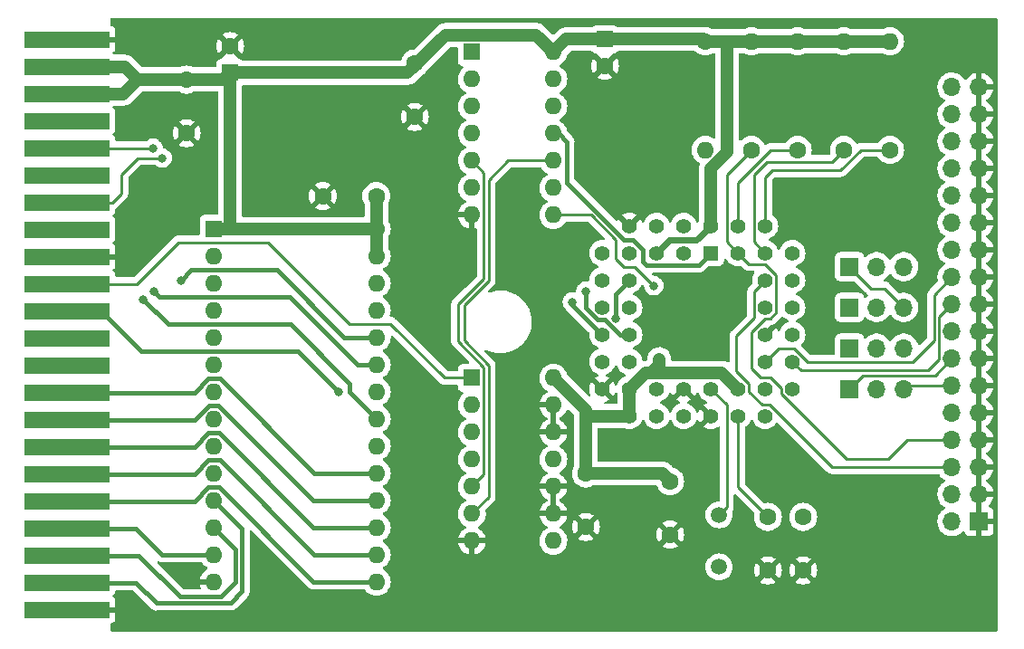
<source format=gtl>
%TF.GenerationSoftware,KiCad,Pcbnew,(6.0.0)*%
%TF.CreationDate,2022-03-13T19:40:46-04:00*%
%TF.ProjectId,TIB-Clone,5449422d-436c-46f6-9e65-2e6b69636164,rev?*%
%TF.SameCoordinates,Original*%
%TF.FileFunction,Copper,L1,Top*%
%TF.FilePolarity,Positive*%
%FSLAX46Y46*%
G04 Gerber Fmt 4.6, Leading zero omitted, Abs format (unit mm)*
G04 Created by KiCad (PCBNEW (6.0.0)) date 2022-03-13 19:40:46*
%MOMM*%
%LPD*%
G01*
G04 APERTURE LIST*
%TA.AperFunction,ComponentPad*%
%ADD10C,1.600000*%
%TD*%
%TA.AperFunction,ComponentPad*%
%ADD11O,1.600000X1.600000*%
%TD*%
%TA.AperFunction,SMDPad,CuDef*%
%ADD12R,8.000000X1.524000*%
%TD*%
%TA.AperFunction,ComponentPad*%
%ADD13R,1.600000X1.600000*%
%TD*%
%TA.AperFunction,ComponentPad*%
%ADD14R,1.700000X1.700000*%
%TD*%
%TA.AperFunction,ComponentPad*%
%ADD15O,1.700000X1.700000*%
%TD*%
%TA.AperFunction,ComponentPad*%
%ADD16C,1.500000*%
%TD*%
%TA.AperFunction,ComponentPad*%
%ADD17R,1.422400X1.422400*%
%TD*%
%TA.AperFunction,ComponentPad*%
%ADD18C,1.422400*%
%TD*%
%TA.AperFunction,ViaPad*%
%ADD19C,0.800000*%
%TD*%
%TA.AperFunction,Conductor*%
%ADD20C,0.250000*%
%TD*%
%TA.AperFunction,Conductor*%
%ADD21C,1.200000*%
%TD*%
%TA.AperFunction,Conductor*%
%ADD22C,0.600000*%
%TD*%
%TA.AperFunction,Conductor*%
%ADD23C,0.400000*%
%TD*%
G04 APERTURE END LIST*
D10*
%TO.P,R2,1*%
%TO.N,\u002ATR00*%
X201930000Y-59944000D03*
D11*
%TO.P,R2,2*%
%TO.N,+5V*%
X201930000Y-49784000D03*
%TD*%
D10*
%TO.P,C3,1*%
%TO.N,GND*%
X199136000Y-99274000D03*
%TO.P,C3,2*%
%TO.N,Net-(C3-Pad2)*%
X199136000Y-94274000D03*
%TD*%
%TO.P,C7,1*%
%TO.N,+5V*%
X189992000Y-90932000D03*
%TO.P,C7,2*%
%TO.N,GND*%
X189992000Y-95932000D03*
%TD*%
D12*
%TO.P,EXP1,1,GND*%
%TO.N,GND*%
X133610774Y-49617500D03*
%TO.P,EXP1,2,+5V*%
%TO.N,+5V*%
X133610774Y-52157500D03*
%TO.P,EXP1,3,+5V*%
X133610774Y-54697500D03*
%TO.P,EXP1,4,/IRQ*%
%TO.N,unconnected-(EXP1-Pad4)*%
X133610774Y-57237500D03*
%TO.P,EXP1,5,R-/W*%
%TO.N,\u002AFWR*%
X133610774Y-59777500D03*
%TO.P,EXP1,6,DOT_Clk*%
%TO.N,unconnected-(EXP1-Pad6)*%
X133610774Y-62317500D03*
%TO.P,EXP1,7,/I/O1*%
%TO.N,IO1*%
X133610774Y-64857500D03*
%TO.P,EXP1,8,/GAME*%
%TO.N,unconnected-(EXP1-Pad8)*%
X133610774Y-67397500D03*
%TO.P,EXP1,9,/EXROM*%
%TO.N,GND*%
X133610774Y-69937500D03*
%TO.P,EXP1,10,/I/O2*%
%TO.N,IO2*%
X133610774Y-72477500D03*
%TO.P,EXP1,11,/ROML*%
%TO.N,ROML*%
X133610774Y-75017500D03*
%TO.P,EXP1,12,BA*%
%TO.N,unconnected-(EXP1-Pad12)*%
X133610774Y-77557500D03*
%TO.P,EXP1,13,/DMA*%
%TO.N,unconnected-(EXP1-Pad13)*%
X133610774Y-80097500D03*
%TO.P,EXP1,14,D7*%
%TO.N,D7*%
X133610774Y-82637500D03*
%TO.P,EXP1,15,D6*%
%TO.N,D6*%
X133610774Y-85177500D03*
%TO.P,EXP1,16,D5*%
%TO.N,D5*%
X133610774Y-87717500D03*
%TO.P,EXP1,17,D4*%
%TO.N,D4*%
X133610774Y-90257500D03*
%TO.P,EXP1,18,D3*%
%TO.N,D3*%
X133610774Y-92797500D03*
%TO.P,EXP1,19,D2*%
%TO.N,D2*%
X133610774Y-95337500D03*
%TO.P,EXP1,20,D1*%
%TO.N,D1*%
X133610774Y-97877500D03*
%TO.P,EXP1,21,D0*%
%TO.N,D0*%
X133610774Y-100417500D03*
%TO.P,EXP1,22,GND*%
%TO.N,GND*%
X133610774Y-102957500D03*
%TD*%
D13*
%TO.P,C1,1*%
%TO.N,+5V*%
X183896000Y-49594888D03*
D10*
%TO.P,C1,2*%
%TO.N,GND*%
X183896000Y-52094888D03*
%TD*%
%TO.P,R3,1*%
%TO.N,\u002AWP*%
X206248000Y-59944000D03*
D11*
%TO.P,R3,2*%
%TO.N,+5V*%
X206248000Y-49784000D03*
%TD*%
D14*
%TO.P,CN1,1,P1*%
%TO.N,GND*%
X218892500Y-94707500D03*
D15*
%TO.P,CN1,2,P2*%
%TO.N,unconnected-(CN1-Pad2)*%
X216352500Y-94707500D03*
%TO.P,CN1,3,P3*%
%TO.N,GND*%
X218892500Y-92167500D03*
%TO.P,CN1,4,P4*%
%TO.N,unconnected-(CN1-Pad4)*%
X216352500Y-92167500D03*
%TO.P,CN1,5,P5*%
%TO.N,GND*%
X218892500Y-89627500D03*
%TO.P,CN1,6,P6*%
%TO.N,\u002AHDL*%
X216352500Y-89627500D03*
%TO.P,CN1,7,P7*%
%TO.N,GND*%
X218892500Y-87087500D03*
%TO.P,CN1,8,P8*%
%TO.N,\u002AIDX*%
X216352500Y-87087500D03*
%TO.P,CN1,9,P9*%
%TO.N,GND*%
X218892500Y-84547500D03*
%TO.P,CN1,10,P10*%
%TO.N,Net-(CN1-Pad10)*%
X216352500Y-84547500D03*
%TO.P,CN1,11,P11*%
%TO.N,GND*%
X218892500Y-82007500D03*
%TO.P,CN1,12,P12*%
%TO.N,Net-(CN1-Pad12)*%
X216352500Y-82007500D03*
%TO.P,CN1,13,P13*%
%TO.N,GND*%
X218892500Y-79467500D03*
%TO.P,CN1,14,P14*%
%TO.N,Net-(CN1-Pad14)*%
X216352500Y-79467500D03*
%TO.P,CN1,15,P15*%
%TO.N,GND*%
X218892500Y-76927500D03*
%TO.P,CN1,16,P16*%
%TO.N,Net-(CN1-Pad16)*%
X216352500Y-76927500D03*
%TO.P,CN1,17,P17*%
%TO.N,GND*%
X218892500Y-74387500D03*
%TO.P,CN1,18,P18*%
%TO.N,\u002ADIRC*%
X216352500Y-74387500D03*
%TO.P,CN1,19,P19*%
%TO.N,GND*%
X218892500Y-71847500D03*
%TO.P,CN1,20,P20*%
%TO.N,\u002ASTEP*%
X216352500Y-71847500D03*
%TO.P,CN1,21,P21*%
%TO.N,GND*%
X218892500Y-69307500D03*
%TO.P,CN1,22,P22*%
%TO.N,\u002AWD*%
X216352500Y-69307500D03*
%TO.P,CN1,23,P23*%
%TO.N,GND*%
X218892500Y-66767500D03*
%TO.P,CN1,24,P24*%
%TO.N,\u002AWE*%
X216352500Y-66767500D03*
%TO.P,CN1,25,P25*%
%TO.N,GND*%
X218892500Y-64227500D03*
%TO.P,CN1,26,P26*%
%TO.N,\u002ATR00*%
X216352500Y-64227500D03*
%TO.P,CN1,27,P27*%
%TO.N,GND*%
X218892500Y-61687500D03*
%TO.P,CN1,28,P28*%
%TO.N,\u002AWP*%
X216352500Y-61687500D03*
%TO.P,CN1,29,P29*%
%TO.N,GND*%
X218892500Y-59147500D03*
%TO.P,CN1,30,P30*%
%TO.N,\u002ARDD*%
X216352500Y-59147500D03*
%TO.P,CN1,31,P31*%
%TO.N,GND*%
X218892500Y-56607500D03*
%TO.P,CN1,32,P32*%
%TO.N,\u002AHS*%
X216352500Y-56607500D03*
%TO.P,CN1,33,P33*%
%TO.N,GND*%
X218892500Y-54067500D03*
%TO.P,CN1,34,P34*%
%TO.N,\u002ADCHG*%
X216352500Y-54067500D03*
%TD*%
D14*
%TO.P,J2,1,Pin_1*%
%TO.N,Net-(CN1-Pad16)*%
X206771000Y-70866000D03*
D15*
%TO.P,J2,2,Pin_2*%
%TO.N,\u002AMO2*%
X209311000Y-70866000D03*
%TO.P,J2,3,Pin_3*%
%TO.N,Net-(CN1-Pad10)*%
X211851000Y-70866000D03*
%TD*%
D10*
%TO.P,C8,1*%
%TO.N,+5V*%
X162520000Y-64262000D03*
%TO.P,C8,2*%
%TO.N,GND*%
X157520000Y-64262000D03*
%TD*%
D13*
%TO.P,C4,1*%
%TO.N,+5V*%
X148844000Y-52744379D03*
D10*
%TO.P,C4,2*%
%TO.N,GND*%
X148844000Y-50244379D03*
%TD*%
D13*
%TO.P,U1,1,VPP*%
%TO.N,+5V*%
X147315000Y-67320000D03*
D11*
%TO.P,U1,2,A12*%
%TO.N,A12*%
X147315000Y-69860000D03*
%TO.P,U1,3,A7*%
%TO.N,A7*%
X147315000Y-72400000D03*
%TO.P,U1,4,A6*%
%TO.N,A6*%
X147315000Y-74940000D03*
%TO.P,U1,5,A5*%
%TO.N,A5*%
X147315000Y-77480000D03*
%TO.P,U1,6,A4*%
%TO.N,A4*%
X147315000Y-80020000D03*
%TO.P,U1,7,A3*%
%TO.N,A3*%
X147315000Y-82560000D03*
%TO.P,U1,8,A2*%
%TO.N,A2*%
X147315000Y-85100000D03*
%TO.P,U1,9,A1*%
%TO.N,A1*%
X147315000Y-87640000D03*
%TO.P,U1,10,A0*%
%TO.N,A0*%
X147315000Y-90180000D03*
%TO.P,U1,11,D0*%
%TO.N,D0*%
X147315000Y-92720000D03*
%TO.P,U1,12,D1*%
%TO.N,D1*%
X147315000Y-95260000D03*
%TO.P,U1,13,D2*%
%TO.N,D2*%
X147315000Y-97800000D03*
%TO.P,U1,14,GND*%
%TO.N,GND*%
X147315000Y-100340000D03*
%TO.P,U1,15,D3*%
%TO.N,D3*%
X162555000Y-100340000D03*
%TO.P,U1,16,D4*%
%TO.N,D4*%
X162555000Y-97800000D03*
%TO.P,U1,17,D5*%
%TO.N,D5*%
X162555000Y-95260000D03*
%TO.P,U1,18,D6*%
%TO.N,D6*%
X162555000Y-92720000D03*
%TO.P,U1,19,D7*%
%TO.N,D7*%
X162555000Y-90180000D03*
%TO.P,U1,20,~{CE}*%
%TO.N,ROML*%
X162555000Y-87640000D03*
%TO.P,U1,21,A10*%
%TO.N,A10*%
X162555000Y-85100000D03*
%TO.P,U1,22,~{OE}*%
%TO.N,ROML*%
X162555000Y-82560000D03*
%TO.P,U1,23,A11*%
%TO.N,A11*%
X162555000Y-80020000D03*
%TO.P,U1,24,A9*%
%TO.N,A9*%
X162555000Y-77480000D03*
%TO.P,U1,25,A8*%
%TO.N,A8*%
X162555000Y-74940000D03*
%TO.P,U1,26,NC*%
%TO.N,unconnected-(U1-Pad26)*%
X162555000Y-72400000D03*
%TO.P,U1,27,~{PGM}*%
%TO.N,+5V*%
X162555000Y-69860000D03*
%TO.P,U1,28,VCC*%
X162555000Y-67320000D03*
%TD*%
D13*
%TO.P,U3,1*%
%TO.N,IO2*%
X171460000Y-81275000D03*
D11*
%TO.P,U3,2*%
X171460000Y-83815000D03*
%TO.P,U3,3*%
%TO.N,Net-(U3-Pad3)*%
X171460000Y-86355000D03*
%TO.P,U3,4*%
X171460000Y-88895000D03*
%TO.P,U3,5*%
%TO.N,PHI2*%
X171460000Y-91435000D03*
%TO.P,U3,6*%
%TO.N,Net-(U3-Pad6)*%
X171460000Y-93975000D03*
%TO.P,U3,7,GND*%
%TO.N,GND*%
X171460000Y-96515000D03*
%TO.P,U3,8*%
%TO.N,unconnected-(U3-Pad8)*%
X179080000Y-96515000D03*
%TO.P,U3,9*%
%TO.N,GND*%
X179080000Y-93975000D03*
%TO.P,U3,10*%
X179080000Y-91435000D03*
%TO.P,U3,11*%
%TO.N,unconnected-(U3-Pad11)*%
X179080000Y-88895000D03*
%TO.P,U3,12*%
%TO.N,GND*%
X179080000Y-86355000D03*
%TO.P,U3,13*%
X179080000Y-83815000D03*
%TO.P,U3,14,VCC*%
%TO.N,+5V*%
X179080000Y-81275000D03*
%TD*%
D10*
%TO.P,C2,1*%
%TO.N,GND*%
X202438000Y-99274000D03*
%TO.P,C2,2*%
%TO.N,Net-(C2-Pad2)*%
X202438000Y-94274000D03*
%TD*%
%TO.P,R5,1*%
%TO.N,\u002ADCHG*%
X210566000Y-59944000D03*
D11*
%TO.P,R5,2*%
%TO.N,+5V*%
X210566000Y-49784000D03*
%TD*%
D10*
%TO.P,C5,1*%
%TO.N,+5V*%
X182118000Y-90210000D03*
%TO.P,C5,2*%
%TO.N,GND*%
X182118000Y-95210000D03*
%TD*%
D14*
%TO.P,J4,1,Pin_1*%
%TO.N,Net-(CN1-Pad12)*%
X206771000Y-78486000D03*
D15*
%TO.P,J4,2,Pin_2*%
%TO.N,\u002ADS2*%
X209311000Y-78486000D03*
%TO.P,J4,3,Pin_3*%
%TO.N,Net-(CN1-Pad14)*%
X211851000Y-78486000D03*
%TD*%
D16*
%TO.P,Q1,1,1*%
%TO.N,Net-(C2-Pad2)*%
X194564000Y-94070000D03*
%TO.P,Q1,2,2*%
%TO.N,Net-(C3-Pad2)*%
X194564000Y-98950000D03*
%TD*%
D17*
%TO.P,U4,1,~{RD}*%
%TO.N,\u002AFRD*%
X193802000Y-69596000D03*
D18*
%TO.P,U4,2,~{WR}*%
%TO.N,\u002AFWR*%
X191262000Y-67056000D03*
%TO.P,U4,3,~{CS}*%
%TO.N,\u002AFCS*%
X191262000Y-69596000D03*
%TO.P,U4,4,A0*%
%TO.N,A0*%
X188722000Y-67056000D03*
%TO.P,U4,5,~{CACK}*%
%TO.N,+5V*%
X188722000Y-69596000D03*
%TO.P,U4,6,TC*%
%TO.N,GND*%
X186182000Y-67056000D03*
%TO.P,U4,7,DB0*%
%TO.N,D0*%
X183642000Y-69596000D03*
%TO.P,U4,8,DB1*%
%TO.N,D1*%
X186182000Y-69596000D03*
%TO.P,U4,9,DB2*%
%TO.N,D2*%
X183642000Y-72136000D03*
%TO.P,U4,10,DB3*%
%TO.N,D3*%
X186182000Y-72136000D03*
%TO.P,U4,11,DB4*%
%TO.N,D4*%
X183642000Y-74676000D03*
%TO.P,U4,12,DB5*%
%TO.N,D5*%
X186182000Y-74676000D03*
%TO.P,U4,13,DB6*%
%TO.N,D6*%
X183642000Y-77216000D03*
%TO.P,U4,14,DB7*%
%TO.N,D7*%
X186182000Y-77216000D03*
%TO.P,U4,15,DMA*%
%TO.N,unconnected-(U4-Pad15)*%
X183642000Y-79756000D03*
%TO.P,U4,16,IRQ*%
%TO.N,unconnected-(U4-Pad16)*%
X186182000Y-79756000D03*
%TO.P,U4,17,~{DCHGEN}*%
%TO.N,GND*%
X183642000Y-82296000D03*
%TO.P,U4,18,~{LDOR}*%
%TO.N,+5V*%
X186182000Y-84836000D03*
%TO.P,U4,19,~{LDCR}*%
X186182000Y-82296000D03*
%TO.P,U4,20,RST*%
%TO.N,FRST*%
X188722000Y-84836000D03*
%TO.P,U4,21,~{RDD}*%
%TO.N,\u002ARDD*%
X188722000Y-82296000D03*
%TO.P,U4,22,~{XT2}*%
%TO.N,unconnected-(U4-Pad22)*%
X191262000Y-84836000D03*
%TO.P,U4,23,XT2*%
%TO.N,GND*%
X191262000Y-82296000D03*
%TO.P,U4,24,DRV*%
X193802000Y-84836000D03*
%TO.P,U4,25,~{XT1}*%
%TO.N,Net-(C2-Pad2)*%
X193802000Y-82296000D03*
%TO.P,U4,26,XT1*%
%TO.N,Net-(C3-Pad2)*%
X196342000Y-84836000D03*
%TO.P,U4,27,PCVAL*%
%TO.N,+5V*%
X196342000Y-82296000D03*
%TO.P,U4,28,~{HS}*%
%TO.N,\u002AHS*%
X198882000Y-84836000D03*
%TO.P,U4,29,~{WE}*%
%TO.N,\u002AWE*%
X201422000Y-82296000D03*
%TO.P,U4,30,~{WD}*%
%TO.N,\u002AWD*%
X198882000Y-82296000D03*
%TO.P,U4,31,~{DIR}*%
%TO.N,\u002ADIRC*%
X201422000Y-79756000D03*
%TO.P,U4,32,~{STEP}*%
%TO.N,\u002ASTEP*%
X198882000Y-79756000D03*
%TO.P,U4,33,~{DS1}*%
%TO.N,\u002ADS1*%
X201422000Y-77216000D03*
%TO.P,U4,34,VSS*%
%TO.N,GND*%
X198882000Y-77216000D03*
%TO.P,U4,35,DS2*%
%TO.N,\u002ADS2*%
X201422000Y-74676000D03*
%TO.P,U4,36,~{DS3}\u002C~{MO1}*%
%TO.N,\u002AMO1*%
X198882000Y-74676000D03*
%TO.P,U4,37,~{DS4}\u002C~{MO2}*%
%TO.N,\u002AMO2*%
X201422000Y-72136000D03*
%TO.P,U4,38,~{HDL}*%
%TO.N,\u002AHDL*%
X198882000Y-72136000D03*
%TO.P,U4,39,~{RPM}\u002C~{RWC}*%
%TO.N,unconnected-(U4-Pad39)*%
X201422000Y-69596000D03*
%TO.P,U4,40,~{DCHG}*%
%TO.N,\u002ADCHG*%
X198882000Y-67056000D03*
%TO.P,U4,41,~{WP}*%
%TO.N,\u002AWP*%
X198882000Y-69596000D03*
%TO.P,U4,42,~{TR00}*%
%TO.N,\u002ATR00*%
X196342000Y-67056000D03*
%TO.P,U4,43,IDX*%
%TO.N,\u002AIDX*%
X196342000Y-69596000D03*
%TO.P,U4,44,VCC*%
%TO.N,+5V*%
X193802000Y-67056000D03*
%TD*%
D14*
%TO.P,J1,1,Pin_1*%
%TO.N,Net-(CN1-Pad10)*%
X206771000Y-74676000D03*
D15*
%TO.P,J1,2,Pin_2*%
%TO.N,\u002AMO1*%
X209311000Y-74676000D03*
%TO.P,J1,3,Pin_3*%
%TO.N,Net-(CN1-Pad16)*%
X211851000Y-74676000D03*
%TD*%
D10*
%TO.P,R4,1*%
%TO.N,+5V*%
X193294000Y-49784000D03*
D11*
%TO.P,R4,2*%
%TO.N,\u002ARDD*%
X193294000Y-59944000D03*
%TD*%
D10*
%TO.P,C9,1*%
%TO.N,+5V*%
X144780000Y-53380000D03*
%TO.P,C9,2*%
%TO.N,GND*%
X144780000Y-58380000D03*
%TD*%
%TO.P,R1,1*%
%TO.N,\u002AIDX*%
X197612000Y-59944000D03*
D11*
%TO.P,R1,2*%
%TO.N,+5V*%
X197612000Y-49784000D03*
%TD*%
D10*
%TO.P,C6,1*%
%TO.N,+5V*%
X166116000Y-51856000D03*
%TO.P,C6,2*%
%TO.N,GND*%
X166116000Y-56856000D03*
%TD*%
D13*
%TO.P,U2,1*%
%TO.N,IO1*%
X171460000Y-50795000D03*
D11*
%TO.P,U2,2*%
X171460000Y-53335000D03*
%TO.P,U2,3*%
%TO.N,Net-(U2-Pad3)*%
X171460000Y-55875000D03*
%TO.P,U2,4*%
X171460000Y-58415000D03*
%TO.P,U2,5*%
%TO.N,PHI2*%
X171460000Y-60955000D03*
%TO.P,U2,6*%
%TO.N,\u002AFCS*%
X171460000Y-63495000D03*
%TO.P,U2,7,GND*%
%TO.N,GND*%
X171460000Y-66035000D03*
%TO.P,U2,8*%
%TO.N,FRST*%
X179080000Y-66035000D03*
%TO.P,U2,9*%
%TO.N,~{RESET}*%
X179080000Y-63495000D03*
%TO.P,U2,10*%
%TO.N,Net-(U3-Pad6)*%
X179080000Y-60955000D03*
%TO.P,U2,11*%
%TO.N,\u002AFRD*%
X179080000Y-58415000D03*
%TO.P,U2,12*%
%TO.N,\u002AFWR*%
X179080000Y-55875000D03*
%TO.P,U2,13*%
X179080000Y-53335000D03*
%TO.P,U2,14,VCC*%
%TO.N,+5V*%
X179080000Y-50795000D03*
%TD*%
D14*
%TO.P,J3,1,Pin_1*%
%TO.N,Net-(CN1-Pad14)*%
X206756000Y-82296000D03*
D15*
%TO.P,J3,2,Pin_2*%
%TO.N,\u002ADS1*%
X209296000Y-82296000D03*
%TO.P,J3,3,Pin_3*%
%TO.N,Net-(CN1-Pad12)*%
X211836000Y-82296000D03*
%TD*%
D19*
%TO.N,+5V*%
X188976000Y-79502000D03*
%TO.N,GND*%
X196596000Y-75184000D03*
X192024000Y-78740000D03*
X147828000Y-103632000D03*
X139446000Y-102870000D03*
X140208000Y-49530000D03*
%TO.N,\u002AFWR*%
X141644500Y-59777500D03*
%TO.N,IO1*%
X142494000Y-60706000D03*
%TO.N,ROML*%
X158994000Y-82560000D03*
%TO.N,D7*%
X182118000Y-73152000D03*
%TO.N,D6*%
X180848000Y-74168000D03*
%TO.N,D3*%
X184912000Y-75692000D03*
%TO.N,A11*%
X141732000Y-73152000D03*
%TO.N,A10*%
X140716000Y-73914000D03*
%TO.N,A9*%
X144272000Y-72136000D03*
%TO.N,FRST*%
X188468000Y-72644000D03*
%TD*%
D20*
%TO.N,PHI2*%
X172584511Y-90310489D02*
X171460000Y-91435000D01*
X170167300Y-77863700D02*
X172584511Y-80280911D01*
X172584511Y-80280911D02*
X172584511Y-90310489D01*
X172584511Y-62079511D02*
X172584511Y-71975111D01*
X170167300Y-74392322D02*
X170167300Y-77863700D01*
X171460000Y-60955000D02*
X172584511Y-62079511D01*
X172584511Y-71975111D02*
X170167300Y-74392322D01*
%TO.N,Net-(U3-Pad6)*%
X173034031Y-80094713D02*
X173034031Y-92400969D01*
X173034031Y-92400969D02*
X171460000Y-93975000D01*
X170739159Y-74456181D02*
X170739159Y-77799841D01*
X170739159Y-77799841D02*
X173034031Y-80094713D01*
X173034031Y-72161309D02*
X170739159Y-74456181D01*
X174817031Y-60955000D02*
X173034031Y-62738000D01*
X173034031Y-62738000D02*
X173034031Y-72161309D01*
X179080000Y-60955000D02*
X174817031Y-60955000D01*
D21*
%TO.N,+5V*%
X162520000Y-64262000D02*
X162520000Y-67285000D01*
X194831289Y-80785289D02*
X196342000Y-82296000D01*
X179080000Y-81275000D02*
X182118000Y-84313000D01*
X182372000Y-84836000D02*
X182118000Y-85090000D01*
X183896000Y-49594888D02*
X193104888Y-49594888D01*
X189270000Y-90210000D02*
X189992000Y-90932000D01*
X162520000Y-67285000D02*
X162555000Y-67320000D01*
X168990511Y-49195489D02*
X165441621Y-52744379D01*
X195326000Y-49784000D02*
X193294000Y-49784000D01*
X188227289Y-80785289D02*
X194831289Y-80785289D01*
X165441621Y-52744379D02*
X148844000Y-52744379D01*
X140208000Y-53340000D02*
X148248379Y-53340000D01*
X148844000Y-58166000D02*
X148834000Y-58176000D01*
D22*
X192472711Y-68385289D02*
X193802000Y-67056000D01*
D21*
X162555000Y-67320000D02*
X148834000Y-67320000D01*
X186182000Y-82296000D02*
X186182000Y-84836000D01*
X195326000Y-49784000D02*
X195326000Y-60174051D01*
X162555000Y-69860000D02*
X162555000Y-67320000D01*
X193802000Y-61698051D02*
X193802000Y-67056000D01*
D22*
X188722000Y-69596000D02*
X189932711Y-68385289D01*
D21*
X187692711Y-80785289D02*
X188227289Y-80785289D01*
X148834000Y-67320000D02*
X147315000Y-67320000D01*
X188976000Y-79502000D02*
X188976000Y-80036578D01*
X180280112Y-49594888D02*
X179080000Y-50795000D01*
X148844000Y-52744379D02*
X148844000Y-58166000D01*
X182118000Y-90210000D02*
X189270000Y-90210000D01*
X133610774Y-54697500D02*
X138850500Y-54697500D01*
X148834000Y-58176000D02*
X148834000Y-67320000D01*
X138850500Y-54697500D02*
X140208000Y-53340000D01*
X133610774Y-52157500D02*
X139025500Y-52157500D01*
X210566000Y-49784000D02*
X195326000Y-49784000D01*
X182118000Y-85090000D02*
X182118000Y-90210000D01*
D22*
X189932711Y-68385289D02*
X192472711Y-68385289D01*
D21*
X182118000Y-84313000D02*
X182118000Y-85090000D01*
X195326000Y-60174051D02*
X193802000Y-61698051D01*
X186182000Y-82296000D02*
X187692711Y-80785289D01*
X183896000Y-49594888D02*
X180280112Y-49594888D01*
X193104888Y-49594888D02*
X193294000Y-49784000D01*
X177480489Y-49195489D02*
X168990511Y-49195489D01*
X188976000Y-80036578D02*
X188227289Y-80785289D01*
X186182000Y-84836000D02*
X182372000Y-84836000D01*
X179080000Y-50795000D02*
X177480489Y-49195489D01*
X139025500Y-52157500D02*
X140208000Y-53340000D01*
X148248379Y-53340000D02*
X148844000Y-52744379D01*
D23*
%TO.N,GND*%
X133610774Y-102957500D02*
X139358500Y-102957500D01*
X139358500Y-102957500D02*
X139446000Y-102870000D01*
D20*
X138342500Y-69937500D02*
X139192000Y-69088000D01*
X133610774Y-69937500D02*
X138342500Y-69937500D01*
%TO.N,Net-(C2-Pad2)*%
X195306289Y-93327711D02*
X194564000Y-94070000D01*
X193802000Y-82296000D02*
X195306289Y-83800289D01*
X195306289Y-83800289D02*
X195306289Y-93327711D01*
%TO.N,Net-(C3-Pad2)*%
X196342000Y-84836000D02*
X196342000Y-91480000D01*
X196342000Y-91480000D02*
X199136000Y-94274000D01*
%TO.N,\u002AHDL*%
X199311007Y-83800289D02*
X198608289Y-83800289D01*
X197846289Y-73171711D02*
X198882000Y-72136000D01*
X196196266Y-77322312D02*
X197846289Y-75672289D01*
X216352500Y-89627500D02*
X205138218Y-89627500D01*
X197846289Y-75672289D02*
X197846289Y-73171711D01*
X198608289Y-83800289D02*
X197377711Y-82569711D01*
X197377711Y-82569711D02*
X197377711Y-81807711D01*
X205138218Y-89627500D02*
X199311007Y-83800289D01*
X196196266Y-80626266D02*
X196196266Y-77322312D01*
X197377711Y-81807711D02*
X196196266Y-80626266D01*
%TO.N,\u002AIDX*%
X197612000Y-79248000D02*
X197612000Y-80419296D01*
X197377711Y-70631711D02*
X196342000Y-69596000D01*
X210349489Y-88862511D02*
X212124500Y-87087500D01*
X197612000Y-59944000D02*
X195306289Y-62249711D01*
X195306289Y-68560289D02*
X196342000Y-69596000D01*
X199917711Y-75164289D02*
X199917711Y-71647711D01*
X200386289Y-82784289D02*
X201295000Y-83693000D01*
X206464511Y-88862511D02*
X210349489Y-88862511D01*
X199917711Y-71647711D02*
X198901711Y-70631711D01*
X200386289Y-82276289D02*
X200386289Y-82784289D01*
X195306289Y-62249711D02*
X195306289Y-68560289D01*
X199370289Y-81260289D02*
X200386289Y-82276289D01*
X197612000Y-79248000D02*
X197612000Y-76962000D01*
X198901711Y-70631711D02*
X197377711Y-70631711D01*
X197612000Y-80419296D02*
X198452993Y-81260289D01*
X198862289Y-75711711D02*
X199370289Y-75711711D01*
X216352500Y-87087500D02*
X212124500Y-87087500D01*
X198452993Y-81260289D02*
X199370289Y-81260289D01*
X206464511Y-88862511D02*
X201295000Y-83693000D01*
X197612000Y-76962000D02*
X198862289Y-75711711D01*
X199370289Y-75711711D02*
X199917711Y-75164289D01*
%TO.N,Net-(CN1-Pad12)*%
X212124500Y-82007500D02*
X211836000Y-82296000D01*
X216352500Y-82007500D02*
X212124500Y-82007500D01*
%TO.N,Net-(CN1-Pad14)*%
X216352500Y-79467500D02*
X214794000Y-81026000D01*
X214794000Y-81026000D02*
X208026000Y-81026000D01*
X208026000Y-81026000D02*
X206756000Y-82296000D01*
%TO.N,Net-(CN1-Pad16)*%
X210073000Y-72898000D02*
X211851000Y-74676000D01*
X208803000Y-72898000D02*
X210073000Y-72898000D01*
X206771000Y-70866000D02*
X208803000Y-72898000D01*
%TO.N,\u002ADIRC*%
X215138000Y-79560480D02*
X215138000Y-75602000D01*
X214122000Y-80576480D02*
X215138000Y-79560480D01*
X215138000Y-75602000D02*
X216352500Y-74387500D01*
X201422000Y-79756000D02*
X202242480Y-80576480D01*
X202242480Y-80576480D02*
X214122000Y-80576480D01*
%TO.N,\u002ASTEP*%
X201616718Y-78486000D02*
X202886718Y-79756000D01*
X198882000Y-79756000D02*
X200152000Y-78486000D01*
X200152000Y-78486000D02*
X201616718Y-78486000D01*
X214688480Y-77724000D02*
X214688480Y-73511520D01*
X212656480Y-79756000D02*
X214688480Y-77724000D01*
X214688480Y-73511520D02*
X216352500Y-71847500D01*
X202886718Y-79756000D02*
X212656480Y-79756000D01*
%TO.N,\u002ATR00*%
X199390000Y-59944000D02*
X201930000Y-59944000D01*
X196342000Y-62992000D02*
X199390000Y-59944000D01*
X196342000Y-67056000D02*
X196342000Y-62992000D01*
%TO.N,\u002AWP*%
X199027489Y-61068511D02*
X197846289Y-62249711D01*
X205123489Y-61068511D02*
X199027489Y-61068511D01*
X197846289Y-62249711D02*
X197846289Y-68560289D01*
X197846289Y-68560289D02*
X198882000Y-69596000D01*
X206248000Y-59944000D02*
X205123489Y-61068511D01*
%TO.N,\u002ADCHG*%
X198882000Y-62484000D02*
X198882000Y-67056000D01*
X207838300Y-59944000D02*
X205932582Y-61849718D01*
X205932582Y-61849718D02*
X199516282Y-61849718D01*
X210566000Y-59944000D02*
X207838300Y-59944000D01*
X199516282Y-61849718D02*
X198882000Y-62484000D01*
%TO.N,\u002AFWR*%
X133610774Y-59777500D02*
X141644500Y-59777500D01*
%TO.N,IO1*%
X140208000Y-60706000D02*
X138684000Y-62230000D01*
X137834500Y-64857500D02*
X133610774Y-64857500D01*
X138684000Y-62230000D02*
X138684000Y-64008000D01*
X142494000Y-60706000D02*
X140208000Y-60706000D01*
X138684000Y-64008000D02*
X137834500Y-64857500D01*
%TO.N,IO2*%
X160020000Y-76200000D02*
X163830000Y-76200000D01*
X144018000Y-68580000D02*
X152400000Y-68580000D01*
X140120500Y-72477500D02*
X144018000Y-68580000D01*
X152400000Y-68580000D02*
X160020000Y-76200000D01*
X133610774Y-72477500D02*
X140120500Y-72477500D01*
X163830000Y-76200000D02*
X168905000Y-81275000D01*
X168905000Y-81275000D02*
X171460000Y-81275000D01*
D23*
%TO.N,ROML*%
X158994000Y-82560000D02*
X155174000Y-78740000D01*
X140571274Y-78740000D02*
X151384000Y-78740000D01*
X155174000Y-78740000D02*
X151384000Y-78740000D01*
X133610774Y-75017500D02*
X136848774Y-75017500D01*
X136848774Y-75017500D02*
X140571274Y-78740000D01*
%TO.N,D7*%
X145541134Y-82637500D02*
X133610774Y-82637500D01*
X162555000Y-90180000D02*
X156728000Y-90180000D01*
X183181927Y-75786711D02*
X183876031Y-75786711D01*
X156728000Y-90180000D02*
X147908489Y-81360489D01*
X182118000Y-73152000D02*
X182118000Y-74722784D01*
X182118000Y-74722784D02*
X183181927Y-75786711D01*
X185305320Y-77216000D02*
X186182000Y-77216000D01*
X147908489Y-81360489D02*
X146818145Y-81360489D01*
X183876031Y-75786711D02*
X185305320Y-77216000D01*
X146818145Y-81360489D02*
X145541134Y-82637500D01*
%TO.N,D6*%
X145541134Y-85177500D02*
X133610774Y-85177500D01*
X147731366Y-83820000D02*
X146898634Y-83820000D01*
X162555000Y-92720000D02*
X156631366Y-92720000D01*
X146898634Y-83820000D02*
X145541134Y-85177500D01*
X180848000Y-74168000D02*
X180848000Y-74422000D01*
X156631366Y-92720000D02*
X147731366Y-83820000D01*
X180848000Y-74422000D02*
X183642000Y-77216000D01*
%TO.N,D5*%
X145541134Y-87717500D02*
X146818145Y-86440489D01*
X147811855Y-86440489D02*
X156631366Y-95260000D01*
X146818145Y-86440489D02*
X147811855Y-86440489D01*
X133610774Y-87717500D02*
X145541134Y-87717500D01*
X156631366Y-95260000D02*
X162555000Y-95260000D01*
%TO.N,D4*%
X146818145Y-88980489D02*
X147908489Y-88980489D01*
X133610774Y-90257500D02*
X145541134Y-90257500D01*
X156728000Y-97800000D02*
X162555000Y-97800000D01*
X147908489Y-88980489D02*
X156728000Y-97800000D01*
X145541134Y-90257500D02*
X146818145Y-88980489D01*
%TO.N,D3*%
X147811855Y-91520489D02*
X156631366Y-100340000D01*
X146818145Y-91520489D02*
X147811855Y-91520489D01*
X156631366Y-100340000D02*
X162555000Y-100340000D01*
X133610774Y-92797500D02*
X145541134Y-92797500D01*
X184912000Y-73406000D02*
X186182000Y-72136000D01*
X184912000Y-75692000D02*
X184912000Y-73406000D01*
X145541134Y-92797500D02*
X146818145Y-91520489D01*
%TO.N,D2*%
X133610774Y-95337500D02*
X140041500Y-95337500D01*
X142504000Y-97800000D02*
X147315000Y-97800000D01*
X140041500Y-95337500D02*
X142504000Y-97800000D01*
%TO.N,D1*%
X147955000Y-101727000D02*
X144145000Y-101727000D01*
X144145000Y-101727000D02*
X140295500Y-97877500D01*
X140295500Y-97877500D02*
X133610774Y-97877500D01*
X147315000Y-95260000D02*
X149352000Y-97297000D01*
X149352000Y-100330000D02*
X147955000Y-101727000D01*
X149352000Y-97297000D02*
X149352000Y-100330000D01*
%TO.N,D0*%
X149951520Y-95356520D02*
X149951520Y-101254480D01*
X141950520Y-102326520D02*
X140041500Y-100417500D01*
X149951520Y-101254480D02*
X148879480Y-102326520D01*
X140041500Y-100417500D02*
X133610774Y-100417500D01*
X147315000Y-92720000D02*
X149951520Y-95356520D01*
X148879480Y-102326520D02*
X141950520Y-102326520D01*
%TO.N,A11*%
X141732000Y-73152000D02*
X142240000Y-73660000D01*
X142240000Y-73660000D02*
X154412000Y-73660000D01*
X154412000Y-73660000D02*
X160772000Y-80020000D01*
X160772000Y-80020000D02*
X162555000Y-80020000D01*
%TO.N,A10*%
X140716000Y-73914000D02*
X143082489Y-76280489D01*
X154512489Y-76280489D02*
X160020000Y-81788000D01*
X160020000Y-82565000D02*
X162555000Y-85100000D01*
X160020000Y-81788000D02*
X160020000Y-82565000D01*
X143082489Y-76280489D02*
X154512489Y-76280489D01*
%TO.N,A9*%
X159502000Y-77480000D02*
X162555000Y-77480000D01*
X145207511Y-71200489D02*
X153222489Y-71200489D01*
X153222489Y-71200489D02*
X159502000Y-77480000D01*
X144272000Y-72136000D02*
X145207511Y-71200489D01*
D20*
%TO.N,FRST*%
X188468000Y-72644000D02*
X186690000Y-70866000D01*
X184912000Y-68326000D02*
X182621000Y-66035000D01*
X185674000Y-70866000D02*
X184912000Y-70104000D01*
X186690000Y-70866000D02*
X185674000Y-70866000D01*
X184912000Y-70104000D02*
X184912000Y-68326000D01*
X182621000Y-66035000D02*
X179080000Y-66035000D01*
D23*
%TO.N,\u002AFRD*%
X185674000Y-68326000D02*
X180340000Y-62992000D01*
X187800711Y-70706711D02*
X187452000Y-70358000D01*
X179573000Y-58415000D02*
X179080000Y-58415000D01*
X193802000Y-69596000D02*
X192691289Y-70706711D01*
X192691289Y-70706711D02*
X187800711Y-70706711D01*
X187452000Y-70358000D02*
X187452000Y-69295216D01*
X180340000Y-62992000D02*
X180340000Y-59182000D01*
X186482784Y-68326000D02*
X185674000Y-68326000D01*
X180340000Y-59182000D02*
X179573000Y-58415000D01*
X187452000Y-69295216D02*
X186482784Y-68326000D01*
%TD*%
%TA.AperFunction,Conductor*%
%TO.N,GND*%
G36*
X220536621Y-47605502D02*
G01*
X220583114Y-47659158D01*
X220594500Y-47711500D01*
X220594500Y-104863500D01*
X220574498Y-104931621D01*
X220520842Y-104978114D01*
X220468500Y-104989500D01*
X137794000Y-104989500D01*
X137725879Y-104969498D01*
X137679386Y-104915842D01*
X137668000Y-104863500D01*
X137668000Y-104327941D01*
X137688002Y-104259820D01*
X137741658Y-104213327D01*
X137749771Y-104209959D01*
X137848826Y-104172825D01*
X137864423Y-104164286D01*
X137966498Y-104087785D01*
X137979059Y-104075224D01*
X138055560Y-103973149D01*
X138064098Y-103957554D01*
X138109252Y-103837106D01*
X138112879Y-103821851D01*
X138118405Y-103770986D01*
X138118774Y-103764172D01*
X138118774Y-103229615D01*
X138114299Y-103214376D01*
X138112909Y-103213171D01*
X138105226Y-103211500D01*
X133482774Y-103211500D01*
X133414653Y-103191498D01*
X133368160Y-103137842D01*
X133356774Y-103085500D01*
X133356774Y-102829500D01*
X133376776Y-102761379D01*
X133430432Y-102714886D01*
X133482774Y-102703500D01*
X138100658Y-102703500D01*
X138115897Y-102699025D01*
X138117102Y-102697635D01*
X138118773Y-102689952D01*
X138118773Y-102150831D01*
X138118403Y-102144010D01*
X138112879Y-102093148D01*
X138109253Y-102077896D01*
X138064098Y-101957446D01*
X138055560Y-101941851D01*
X137979059Y-101839776D01*
X137966498Y-101827215D01*
X137915025Y-101788638D01*
X137872510Y-101731779D01*
X137867484Y-101660960D01*
X137901544Y-101598667D01*
X137915019Y-101586991D01*
X137974035Y-101542761D01*
X138061389Y-101426205D01*
X138112519Y-101289816D01*
X138113372Y-101281964D01*
X138113373Y-101281960D01*
X138118105Y-101238393D01*
X138145346Y-101172831D01*
X138203709Y-101132404D01*
X138243368Y-101126000D01*
X139695840Y-101126000D01*
X139763961Y-101146002D01*
X139784935Y-101162905D01*
X141429070Y-102807040D01*
X141434924Y-102813305D01*
X141472959Y-102856905D01*
X141525239Y-102893648D01*
X141530534Y-102897581D01*
X141580802Y-102936996D01*
X141587718Y-102940119D01*
X141590004Y-102941503D01*
X141604685Y-102949877D01*
X141607045Y-102951142D01*
X141613259Y-102955510D01*
X141620338Y-102958270D01*
X141620340Y-102958271D01*
X141672795Y-102978722D01*
X141678864Y-102981273D01*
X141737093Y-103007565D01*
X141744560Y-103008949D01*
X141747115Y-103009750D01*
X141763368Y-103014379D01*
X141765948Y-103015042D01*
X141773029Y-103017802D01*
X141780560Y-103018793D01*
X141780562Y-103018794D01*
X141810181Y-103022693D01*
X141836381Y-103026142D01*
X141842879Y-103027172D01*
X141905706Y-103038816D01*
X141913286Y-103038379D01*
X141913287Y-103038379D01*
X141967912Y-103035229D01*
X141975166Y-103035020D01*
X148850568Y-103035020D01*
X148859138Y-103035312D01*
X148909256Y-103038729D01*
X148909260Y-103038729D01*
X148916832Y-103039245D01*
X148924309Y-103037940D01*
X148924310Y-103037940D01*
X148950788Y-103033319D01*
X148979783Y-103028258D01*
X148986301Y-103027297D01*
X149049722Y-103019622D01*
X149056823Y-103016939D01*
X149059432Y-103016298D01*
X149075742Y-103011835D01*
X149078278Y-103011070D01*
X149085764Y-103009763D01*
X149144280Y-102984076D01*
X149150384Y-102981585D01*
X149203028Y-102961693D01*
X149203029Y-102961692D01*
X149210136Y-102959007D01*
X149216399Y-102954703D01*
X149218765Y-102953466D01*
X149233577Y-102945221D01*
X149235831Y-102943888D01*
X149242785Y-102940835D01*
X149293482Y-102901933D01*
X149298812Y-102898061D01*
X149345200Y-102866181D01*
X149345205Y-102866176D01*
X149351461Y-102861877D01*
X149392916Y-102815349D01*
X149397896Y-102810074D01*
X150432040Y-101775930D01*
X150438305Y-101770076D01*
X150476180Y-101737035D01*
X150481905Y-101732041D01*
X150518634Y-101679780D01*
X150522566Y-101674485D01*
X150557311Y-101630174D01*
X150561997Y-101624198D01*
X150565122Y-101617276D01*
X150566484Y-101615028D01*
X150574888Y-101600295D01*
X150576142Y-101597956D01*
X150580510Y-101591741D01*
X150583269Y-101584665D01*
X150583271Y-101584661D01*
X150603722Y-101532206D01*
X150606278Y-101526126D01*
X150632565Y-101467906D01*
X150633949Y-101460435D01*
X150634750Y-101457881D01*
X150639387Y-101441602D01*
X150640043Y-101439047D01*
X150642802Y-101431971D01*
X150651141Y-101368629D01*
X150652173Y-101362113D01*
X150662432Y-101306760D01*
X150663816Y-101299293D01*
X150660229Y-101237082D01*
X150660020Y-101229829D01*
X150660020Y-95674814D01*
X150680022Y-95606693D01*
X150733678Y-95560200D01*
X150803952Y-95550096D01*
X150868532Y-95579590D01*
X150875115Y-95585719D01*
X156109916Y-100820520D01*
X156115770Y-100826785D01*
X156153805Y-100870385D01*
X156160019Y-100874752D01*
X156206085Y-100907128D01*
X156211380Y-100911061D01*
X156261648Y-100950476D01*
X156268564Y-100953599D01*
X156270850Y-100954983D01*
X156285531Y-100963357D01*
X156287891Y-100964622D01*
X156294105Y-100968990D01*
X156301184Y-100971750D01*
X156301186Y-100971751D01*
X156353641Y-100992202D01*
X156359710Y-100994753D01*
X156417939Y-101021045D01*
X156425412Y-101022430D01*
X156427978Y-101023234D01*
X156444201Y-101027855D01*
X156446793Y-101028520D01*
X156453875Y-101031282D01*
X156461410Y-101032274D01*
X156517227Y-101039622D01*
X156523743Y-101040654D01*
X156562136Y-101047770D01*
X156586552Y-101052295D01*
X156594132Y-101051858D01*
X156594133Y-101051858D01*
X156648746Y-101048709D01*
X156655999Y-101048500D01*
X161388122Y-101048500D01*
X161456243Y-101068502D01*
X161491335Y-101102229D01*
X161533821Y-101162905D01*
X161548802Y-101184300D01*
X161710700Y-101346198D01*
X161715208Y-101349355D01*
X161715211Y-101349357D01*
X161791714Y-101402925D01*
X161898251Y-101477523D01*
X161903233Y-101479846D01*
X161903238Y-101479849D01*
X162100775Y-101571961D01*
X162105757Y-101574284D01*
X162111065Y-101575706D01*
X162111067Y-101575707D01*
X162321598Y-101632119D01*
X162321600Y-101632119D01*
X162326913Y-101633543D01*
X162555000Y-101653498D01*
X162783087Y-101633543D01*
X162788400Y-101632119D01*
X162788402Y-101632119D01*
X162998933Y-101575707D01*
X162998935Y-101575706D01*
X163004243Y-101574284D01*
X163009225Y-101571961D01*
X163206762Y-101479849D01*
X163206767Y-101479846D01*
X163211749Y-101477523D01*
X163318286Y-101402925D01*
X163394789Y-101349357D01*
X163394792Y-101349355D01*
X163399300Y-101346198D01*
X163561198Y-101184300D01*
X163692523Y-100996749D01*
X163694846Y-100991767D01*
X163694849Y-100991762D01*
X163786961Y-100794225D01*
X163786961Y-100794224D01*
X163789284Y-100789243D01*
X163844651Y-100582614D01*
X163847119Y-100573402D01*
X163847119Y-100573400D01*
X163848543Y-100568087D01*
X163866743Y-100360062D01*
X198414493Y-100360062D01*
X198423789Y-100372077D01*
X198474994Y-100407931D01*
X198484489Y-100413414D01*
X198681947Y-100505490D01*
X198692239Y-100509236D01*
X198902688Y-100565625D01*
X198913481Y-100567528D01*
X199130525Y-100586517D01*
X199141475Y-100586517D01*
X199358519Y-100567528D01*
X199369312Y-100565625D01*
X199579761Y-100509236D01*
X199590053Y-100505490D01*
X199787511Y-100413414D01*
X199797006Y-100407931D01*
X199849048Y-100371491D01*
X199857424Y-100361012D01*
X199856925Y-100360062D01*
X201716493Y-100360062D01*
X201725789Y-100372077D01*
X201776994Y-100407931D01*
X201786489Y-100413414D01*
X201983947Y-100505490D01*
X201994239Y-100509236D01*
X202204688Y-100565625D01*
X202215481Y-100567528D01*
X202432525Y-100586517D01*
X202443475Y-100586517D01*
X202660519Y-100567528D01*
X202671312Y-100565625D01*
X202881761Y-100509236D01*
X202892053Y-100505490D01*
X203089511Y-100413414D01*
X203099006Y-100407931D01*
X203151048Y-100371491D01*
X203159424Y-100361012D01*
X203152356Y-100347566D01*
X202450812Y-99646022D01*
X202436868Y-99638408D01*
X202435035Y-99638539D01*
X202428420Y-99642790D01*
X201722923Y-100348287D01*
X201716493Y-100360062D01*
X199856925Y-100360062D01*
X199850356Y-100347566D01*
X199148812Y-99646022D01*
X199134868Y-99638408D01*
X199133035Y-99638539D01*
X199126420Y-99642790D01*
X198420923Y-100348287D01*
X198414493Y-100360062D01*
X163866743Y-100360062D01*
X163868498Y-100340000D01*
X163848543Y-100111913D01*
X163799991Y-99930715D01*
X163790707Y-99896067D01*
X163790706Y-99896065D01*
X163789284Y-99890757D01*
X163786961Y-99885775D01*
X163694849Y-99688238D01*
X163694846Y-99688233D01*
X163692523Y-99683251D01*
X163595847Y-99545184D01*
X163564357Y-99500211D01*
X163564355Y-99500208D01*
X163561198Y-99495700D01*
X163399300Y-99333802D01*
X163394792Y-99330645D01*
X163394789Y-99330643D01*
X163306075Y-99268525D01*
X163211749Y-99202477D01*
X163206767Y-99200154D01*
X163206762Y-99200151D01*
X163172543Y-99184195D01*
X163119258Y-99137278D01*
X163099797Y-99069001D01*
X163120339Y-99001041D01*
X163172543Y-98955805D01*
X163184992Y-98950000D01*
X193300693Y-98950000D01*
X193319885Y-99169371D01*
X193376880Y-99382076D01*
X193393260Y-99417203D01*
X193467618Y-99576666D01*
X193467621Y-99576671D01*
X193469944Y-99581653D01*
X193473100Y-99586160D01*
X193473101Y-99586162D01*
X193578338Y-99736455D01*
X193596251Y-99762038D01*
X193751962Y-99917749D01*
X193756471Y-99920906D01*
X193756473Y-99920908D01*
X193831241Y-99973261D01*
X193932346Y-100044056D01*
X194131924Y-100137120D01*
X194344629Y-100194115D01*
X194564000Y-100213307D01*
X194783371Y-100194115D01*
X194996076Y-100137120D01*
X195195654Y-100044056D01*
X195296759Y-99973261D01*
X195371527Y-99920908D01*
X195371529Y-99920906D01*
X195376038Y-99917749D01*
X195531749Y-99762038D01*
X195549663Y-99736455D01*
X195654899Y-99586162D01*
X195654900Y-99586160D01*
X195658056Y-99581653D01*
X195660379Y-99576671D01*
X195660382Y-99576666D01*
X195734740Y-99417203D01*
X195751120Y-99382076D01*
X195778612Y-99279475D01*
X197823483Y-99279475D01*
X197842472Y-99496519D01*
X197844375Y-99507312D01*
X197900764Y-99717761D01*
X197904510Y-99728053D01*
X197996586Y-99925511D01*
X198002069Y-99935006D01*
X198038509Y-99987048D01*
X198048988Y-99995424D01*
X198062434Y-99988356D01*
X198763978Y-99286812D01*
X198770356Y-99275132D01*
X199500408Y-99275132D01*
X199500539Y-99276965D01*
X199504790Y-99283580D01*
X200210287Y-99989077D01*
X200222062Y-99995507D01*
X200234077Y-99986211D01*
X200269931Y-99935006D01*
X200275414Y-99925511D01*
X200367490Y-99728053D01*
X200371236Y-99717761D01*
X200427625Y-99507312D01*
X200429528Y-99496519D01*
X200448517Y-99279475D01*
X201125483Y-99279475D01*
X201144472Y-99496519D01*
X201146375Y-99507312D01*
X201202764Y-99717761D01*
X201206510Y-99728053D01*
X201298586Y-99925511D01*
X201304069Y-99935006D01*
X201340509Y-99987048D01*
X201350988Y-99995424D01*
X201364434Y-99988356D01*
X202065978Y-99286812D01*
X202072356Y-99275132D01*
X202802408Y-99275132D01*
X202802539Y-99276965D01*
X202806790Y-99283580D01*
X203512287Y-99989077D01*
X203524062Y-99995507D01*
X203536077Y-99986211D01*
X203571931Y-99935006D01*
X203577414Y-99925511D01*
X203669490Y-99728053D01*
X203673236Y-99717761D01*
X203729625Y-99507312D01*
X203731528Y-99496519D01*
X203750517Y-99279475D01*
X203750517Y-99268525D01*
X203731528Y-99051481D01*
X203729625Y-99040688D01*
X203673236Y-98830239D01*
X203669490Y-98819947D01*
X203577414Y-98622489D01*
X203571931Y-98612994D01*
X203535491Y-98560952D01*
X203525012Y-98552576D01*
X203511566Y-98559644D01*
X202810022Y-99261188D01*
X202802408Y-99275132D01*
X202072356Y-99275132D01*
X202073592Y-99272868D01*
X202073461Y-99271035D01*
X202069210Y-99264420D01*
X201363713Y-98558923D01*
X201351938Y-98552493D01*
X201339923Y-98561789D01*
X201304069Y-98612994D01*
X201298586Y-98622489D01*
X201206510Y-98819947D01*
X201202764Y-98830239D01*
X201146375Y-99040688D01*
X201144472Y-99051481D01*
X201125483Y-99268525D01*
X201125483Y-99279475D01*
X200448517Y-99279475D01*
X200448517Y-99268525D01*
X200429528Y-99051481D01*
X200427625Y-99040688D01*
X200371236Y-98830239D01*
X200367490Y-98819947D01*
X200275414Y-98622489D01*
X200269931Y-98612994D01*
X200233491Y-98560952D01*
X200223012Y-98552576D01*
X200209566Y-98559644D01*
X199508022Y-99261188D01*
X199500408Y-99275132D01*
X198770356Y-99275132D01*
X198771592Y-99272868D01*
X198771461Y-99271035D01*
X198767210Y-99264420D01*
X198061713Y-98558923D01*
X198049938Y-98552493D01*
X198037923Y-98561789D01*
X198002069Y-98612994D01*
X197996586Y-98622489D01*
X197904510Y-98819947D01*
X197900764Y-98830239D01*
X197844375Y-99040688D01*
X197842472Y-99051481D01*
X197823483Y-99268525D01*
X197823483Y-99279475D01*
X195778612Y-99279475D01*
X195808115Y-99169371D01*
X195827307Y-98950000D01*
X195808115Y-98730629D01*
X195751120Y-98517924D01*
X195665706Y-98334752D01*
X195660382Y-98323334D01*
X195660379Y-98323329D01*
X195658056Y-98318347D01*
X195635956Y-98286785D01*
X195566078Y-98186988D01*
X198414576Y-98186988D01*
X198421644Y-98200434D01*
X199123188Y-98901978D01*
X199137132Y-98909592D01*
X199138965Y-98909461D01*
X199145580Y-98905210D01*
X199851077Y-98199713D01*
X199857507Y-98187938D01*
X199856772Y-98186988D01*
X201716576Y-98186988D01*
X201723644Y-98200434D01*
X202425188Y-98901978D01*
X202439132Y-98909592D01*
X202440965Y-98909461D01*
X202447580Y-98905210D01*
X203153077Y-98199713D01*
X203159507Y-98187938D01*
X203150211Y-98175923D01*
X203099006Y-98140069D01*
X203089511Y-98134586D01*
X202892053Y-98042510D01*
X202881761Y-98038764D01*
X202671312Y-97982375D01*
X202660519Y-97980472D01*
X202443475Y-97961483D01*
X202432525Y-97961483D01*
X202215481Y-97980472D01*
X202204688Y-97982375D01*
X201994239Y-98038764D01*
X201983947Y-98042510D01*
X201786489Y-98134586D01*
X201776994Y-98140069D01*
X201724952Y-98176509D01*
X201716576Y-98186988D01*
X199856772Y-98186988D01*
X199848211Y-98175923D01*
X199797006Y-98140069D01*
X199787511Y-98134586D01*
X199590053Y-98042510D01*
X199579761Y-98038764D01*
X199369312Y-97982375D01*
X199358519Y-97980472D01*
X199141475Y-97961483D01*
X199130525Y-97961483D01*
X198913481Y-97980472D01*
X198902688Y-97982375D01*
X198692239Y-98038764D01*
X198681947Y-98042510D01*
X198484489Y-98134586D01*
X198474994Y-98140069D01*
X198422952Y-98176509D01*
X198414576Y-98186988D01*
X195566078Y-98186988D01*
X195534908Y-98142473D01*
X195534906Y-98142470D01*
X195531749Y-98137962D01*
X195376038Y-97982251D01*
X195346379Y-97961483D01*
X195296759Y-97926739D01*
X195195654Y-97855944D01*
X194996076Y-97762880D01*
X194783371Y-97705885D01*
X194564000Y-97686693D01*
X194344629Y-97705885D01*
X194131924Y-97762880D01*
X194060053Y-97796394D01*
X193937334Y-97853618D01*
X193937329Y-97853621D01*
X193932347Y-97855944D01*
X193927840Y-97859100D01*
X193927838Y-97859101D01*
X193756473Y-97979092D01*
X193756470Y-97979094D01*
X193751962Y-97982251D01*
X193596251Y-98137962D01*
X193593094Y-98142470D01*
X193593092Y-98142473D01*
X193492044Y-98286785D01*
X193469944Y-98318347D01*
X193467621Y-98323329D01*
X193467618Y-98323334D01*
X193462294Y-98334752D01*
X193376880Y-98517924D01*
X193319885Y-98730629D01*
X193300693Y-98950000D01*
X163184992Y-98950000D01*
X163206762Y-98939849D01*
X163206767Y-98939846D01*
X163211749Y-98937523D01*
X163364966Y-98830239D01*
X163394789Y-98809357D01*
X163394792Y-98809355D01*
X163399300Y-98806198D01*
X163561198Y-98644300D01*
X163576471Y-98622489D01*
X163645969Y-98523235D01*
X163692523Y-98456749D01*
X163694846Y-98451767D01*
X163694849Y-98451762D01*
X163786961Y-98254225D01*
X163786961Y-98254224D01*
X163789284Y-98249243D01*
X163802363Y-98200434D01*
X163847119Y-98033402D01*
X163847119Y-98033400D01*
X163848543Y-98028087D01*
X163868498Y-97800000D01*
X163848543Y-97571913D01*
X163833910Y-97517301D01*
X163790707Y-97356067D01*
X163790706Y-97356065D01*
X163789284Y-97350757D01*
X163738445Y-97241732D01*
X163694849Y-97148238D01*
X163694846Y-97148233D01*
X163692523Y-97143251D01*
X163618665Y-97037771D01*
X163564357Y-96960211D01*
X163564355Y-96960208D01*
X163561198Y-96955700D01*
X163399300Y-96793802D01*
X163394792Y-96790645D01*
X163394789Y-96790643D01*
X163381763Y-96781522D01*
X170177273Y-96781522D01*
X170224764Y-96958761D01*
X170228510Y-96969053D01*
X170320586Y-97166511D01*
X170326069Y-97176007D01*
X170451028Y-97354467D01*
X170458084Y-97362875D01*
X170612125Y-97516916D01*
X170620533Y-97523972D01*
X170798993Y-97648931D01*
X170808489Y-97654414D01*
X171005947Y-97746490D01*
X171016239Y-97750236D01*
X171188503Y-97796394D01*
X171202599Y-97796058D01*
X171206000Y-97788116D01*
X171206000Y-97782967D01*
X171714000Y-97782967D01*
X171717973Y-97796498D01*
X171726522Y-97797727D01*
X171903761Y-97750236D01*
X171914053Y-97746490D01*
X172111511Y-97654414D01*
X172121007Y-97648931D01*
X172299467Y-97523972D01*
X172307875Y-97516916D01*
X172461916Y-97362875D01*
X172468972Y-97354467D01*
X172593931Y-97176007D01*
X172599414Y-97166511D01*
X172691490Y-96969053D01*
X172695236Y-96958761D01*
X172741394Y-96786497D01*
X172741058Y-96772401D01*
X172733116Y-96769000D01*
X171732115Y-96769000D01*
X171716876Y-96773475D01*
X171715671Y-96774865D01*
X171714000Y-96782548D01*
X171714000Y-97782967D01*
X171206000Y-97782967D01*
X171206000Y-96787115D01*
X171201525Y-96771876D01*
X171200135Y-96770671D01*
X171192452Y-96769000D01*
X170192033Y-96769000D01*
X170178502Y-96772973D01*
X170177273Y-96781522D01*
X163381763Y-96781522D01*
X163277228Y-96708326D01*
X163211749Y-96662477D01*
X163206767Y-96660154D01*
X163206762Y-96660151D01*
X163172543Y-96644195D01*
X163119258Y-96597278D01*
X163099797Y-96529001D01*
X163104029Y-96515000D01*
X177766502Y-96515000D01*
X177786457Y-96743087D01*
X177787881Y-96748400D01*
X177787881Y-96748402D01*
X177822394Y-96877203D01*
X177845716Y-96964243D01*
X177848039Y-96969224D01*
X177848039Y-96969225D01*
X177940151Y-97166762D01*
X177940154Y-97166767D01*
X177942477Y-97171749D01*
X178015902Y-97276611D01*
X178064332Y-97345775D01*
X178073802Y-97359300D01*
X178235700Y-97521198D01*
X178240208Y-97524355D01*
X178240211Y-97524357D01*
X178300538Y-97566598D01*
X178423251Y-97652523D01*
X178428233Y-97654846D01*
X178428238Y-97654849D01*
X178624765Y-97746490D01*
X178630757Y-97749284D01*
X178636065Y-97750706D01*
X178636067Y-97750707D01*
X178846598Y-97807119D01*
X178846600Y-97807119D01*
X178851913Y-97808543D01*
X179080000Y-97828498D01*
X179308087Y-97808543D01*
X179313400Y-97807119D01*
X179313402Y-97807119D01*
X179523933Y-97750707D01*
X179523935Y-97750706D01*
X179529243Y-97749284D01*
X179535235Y-97746490D01*
X179731762Y-97654849D01*
X179731767Y-97654846D01*
X179736749Y-97652523D01*
X179859462Y-97566598D01*
X179919789Y-97524357D01*
X179919792Y-97524355D01*
X179924300Y-97521198D01*
X180086198Y-97359300D01*
X180095669Y-97345775D01*
X180144098Y-97276611D01*
X180217523Y-97171749D01*
X180219846Y-97166767D01*
X180219849Y-97166762D01*
X180289188Y-97018062D01*
X189270493Y-97018062D01*
X189279789Y-97030077D01*
X189330994Y-97065931D01*
X189340489Y-97071414D01*
X189537947Y-97163490D01*
X189548239Y-97167236D01*
X189758688Y-97223625D01*
X189769481Y-97225528D01*
X189986525Y-97244517D01*
X189997475Y-97244517D01*
X190214519Y-97225528D01*
X190225312Y-97223625D01*
X190435761Y-97167236D01*
X190446053Y-97163490D01*
X190643511Y-97071414D01*
X190653006Y-97065931D01*
X190705048Y-97029491D01*
X190713424Y-97019012D01*
X190706356Y-97005566D01*
X190004812Y-96304022D01*
X189990868Y-96296408D01*
X189989035Y-96296539D01*
X189982420Y-96300790D01*
X189276923Y-97006287D01*
X189270493Y-97018062D01*
X180289188Y-97018062D01*
X180311961Y-96969225D01*
X180311961Y-96969224D01*
X180314284Y-96964243D01*
X180337607Y-96877203D01*
X180372119Y-96748402D01*
X180372119Y-96748400D01*
X180373543Y-96743087D01*
X180393498Y-96515000D01*
X180374343Y-96296062D01*
X181396493Y-96296062D01*
X181405789Y-96308077D01*
X181456994Y-96343931D01*
X181466489Y-96349414D01*
X181663947Y-96441490D01*
X181674239Y-96445236D01*
X181884688Y-96501625D01*
X181895481Y-96503528D01*
X182112525Y-96522517D01*
X182123475Y-96522517D01*
X182340519Y-96503528D01*
X182351312Y-96501625D01*
X182561761Y-96445236D01*
X182572053Y-96441490D01*
X182769511Y-96349414D01*
X182779006Y-96343931D01*
X182831048Y-96307491D01*
X182839424Y-96297012D01*
X182832356Y-96283566D01*
X182486265Y-95937475D01*
X188679483Y-95937475D01*
X188698472Y-96154519D01*
X188700375Y-96165312D01*
X188756764Y-96375761D01*
X188760510Y-96386053D01*
X188852586Y-96583511D01*
X188858069Y-96593006D01*
X188894509Y-96645048D01*
X188904988Y-96653424D01*
X188918434Y-96646356D01*
X189619978Y-95944812D01*
X189626356Y-95933132D01*
X190356408Y-95933132D01*
X190356539Y-95934965D01*
X190360790Y-95941580D01*
X191066287Y-96647077D01*
X191078062Y-96653507D01*
X191090077Y-96644211D01*
X191125931Y-96593006D01*
X191131414Y-96583511D01*
X191223490Y-96386053D01*
X191227236Y-96375761D01*
X191283625Y-96165312D01*
X191285528Y-96154519D01*
X191304517Y-95937475D01*
X191304517Y-95926525D01*
X191285528Y-95709481D01*
X191283625Y-95698688D01*
X191227236Y-95488239D01*
X191223490Y-95477947D01*
X191131414Y-95280489D01*
X191125931Y-95270994D01*
X191089491Y-95218952D01*
X191079012Y-95210576D01*
X191065566Y-95217644D01*
X190364022Y-95919188D01*
X190356408Y-95933132D01*
X189626356Y-95933132D01*
X189627592Y-95930868D01*
X189627461Y-95929035D01*
X189623210Y-95922420D01*
X188917713Y-95216923D01*
X188905938Y-95210493D01*
X188893923Y-95219789D01*
X188858069Y-95270994D01*
X188852586Y-95280489D01*
X188760510Y-95477947D01*
X188756764Y-95488239D01*
X188700375Y-95698688D01*
X188698472Y-95709481D01*
X188679483Y-95926525D01*
X188679483Y-95937475D01*
X182486265Y-95937475D01*
X182130812Y-95582022D01*
X182116868Y-95574408D01*
X182115035Y-95574539D01*
X182108420Y-95578790D01*
X181402923Y-96284287D01*
X181396493Y-96296062D01*
X180374343Y-96296062D01*
X180373543Y-96286913D01*
X180368839Y-96269357D01*
X180315707Y-96071067D01*
X180315706Y-96071065D01*
X180314284Y-96065757D01*
X180311415Y-96059605D01*
X180219849Y-95863238D01*
X180219846Y-95863233D01*
X180217523Y-95858251D01*
X180109468Y-95703933D01*
X180089357Y-95675211D01*
X180089355Y-95675208D01*
X180086198Y-95670700D01*
X179924300Y-95508802D01*
X179919792Y-95505645D01*
X179919789Y-95505643D01*
X179788693Y-95413849D01*
X179736749Y-95377477D01*
X179731767Y-95375154D01*
X179731762Y-95375151D01*
X179696951Y-95358919D01*
X179643666Y-95312002D01*
X179624205Y-95243725D01*
X179632744Y-95215475D01*
X180805483Y-95215475D01*
X180824472Y-95432519D01*
X180826375Y-95443312D01*
X180882764Y-95653761D01*
X180886510Y-95664053D01*
X180978586Y-95861511D01*
X180984069Y-95871006D01*
X181020509Y-95923048D01*
X181030988Y-95931424D01*
X181044434Y-95924356D01*
X181745978Y-95222812D01*
X181752356Y-95211132D01*
X182482408Y-95211132D01*
X182482539Y-95212965D01*
X182486790Y-95219580D01*
X183192287Y-95925077D01*
X183204062Y-95931507D01*
X183216077Y-95922211D01*
X183251931Y-95871006D01*
X183257414Y-95861511D01*
X183349490Y-95664053D01*
X183353236Y-95653761D01*
X183409625Y-95443312D01*
X183411528Y-95432519D01*
X183430517Y-95215475D01*
X183430517Y-95204525D01*
X183411528Y-94987481D01*
X183409625Y-94976688D01*
X183374336Y-94844988D01*
X189270576Y-94844988D01*
X189277644Y-94858434D01*
X189979188Y-95559978D01*
X189993132Y-95567592D01*
X189994965Y-95567461D01*
X190001580Y-95563210D01*
X190707077Y-94857713D01*
X190713507Y-94845938D01*
X190704211Y-94833923D01*
X190653006Y-94798069D01*
X190643511Y-94792586D01*
X190446053Y-94700510D01*
X190435761Y-94696764D01*
X190225312Y-94640375D01*
X190214519Y-94638472D01*
X189997475Y-94619483D01*
X189986525Y-94619483D01*
X189769481Y-94638472D01*
X189758688Y-94640375D01*
X189548239Y-94696764D01*
X189537947Y-94700510D01*
X189340489Y-94792586D01*
X189330994Y-94798069D01*
X189278952Y-94834509D01*
X189270576Y-94844988D01*
X183374336Y-94844988D01*
X183353236Y-94766239D01*
X183349490Y-94755947D01*
X183257414Y-94558489D01*
X183251931Y-94548994D01*
X183215491Y-94496952D01*
X183205012Y-94488576D01*
X183191566Y-94495644D01*
X182490022Y-95197188D01*
X182482408Y-95211132D01*
X181752356Y-95211132D01*
X181753592Y-95208868D01*
X181753461Y-95207035D01*
X181749210Y-95200420D01*
X181043713Y-94494923D01*
X181031938Y-94488493D01*
X181019923Y-94497789D01*
X180984069Y-94548994D01*
X180978586Y-94558489D01*
X180886510Y-94755947D01*
X180882764Y-94766239D01*
X180826375Y-94976688D01*
X180824472Y-94987481D01*
X180805483Y-95204525D01*
X180805483Y-95215475D01*
X179632744Y-95215475D01*
X179644747Y-95175765D01*
X179696951Y-95130529D01*
X179731511Y-95114414D01*
X179741007Y-95108931D01*
X179919467Y-94983972D01*
X179927875Y-94976916D01*
X180081916Y-94822875D01*
X180088972Y-94814467D01*
X180213931Y-94636007D01*
X180219414Y-94626511D01*
X180311490Y-94429053D01*
X180315236Y-94418761D01*
X180361394Y-94246497D01*
X180361058Y-94232401D01*
X180353116Y-94229000D01*
X177812033Y-94229000D01*
X177798502Y-94232973D01*
X177797273Y-94241522D01*
X177844764Y-94418761D01*
X177848510Y-94429053D01*
X177940586Y-94626511D01*
X177946069Y-94636007D01*
X178071028Y-94814467D01*
X178078084Y-94822875D01*
X178232125Y-94976916D01*
X178240533Y-94983972D01*
X178418993Y-95108931D01*
X178428489Y-95114414D01*
X178463049Y-95130529D01*
X178516334Y-95177446D01*
X178535795Y-95245723D01*
X178515253Y-95313683D01*
X178463049Y-95358919D01*
X178428238Y-95375151D01*
X178428233Y-95375154D01*
X178423251Y-95377477D01*
X178371307Y-95413849D01*
X178240211Y-95505643D01*
X178240208Y-95505645D01*
X178235700Y-95508802D01*
X178073802Y-95670700D01*
X178070645Y-95675208D01*
X178070643Y-95675211D01*
X178050532Y-95703933D01*
X177942477Y-95858251D01*
X177940154Y-95863233D01*
X177940151Y-95863238D01*
X177848585Y-96059605D01*
X177845716Y-96065757D01*
X177844294Y-96071065D01*
X177844293Y-96071067D01*
X177791161Y-96269357D01*
X177786457Y-96286913D01*
X177766502Y-96515000D01*
X163104029Y-96515000D01*
X163120339Y-96461041D01*
X163172543Y-96415805D01*
X163206762Y-96399849D01*
X163206767Y-96399846D01*
X163211749Y-96397523D01*
X163369716Y-96286913D01*
X163394789Y-96269357D01*
X163394792Y-96269355D01*
X163399300Y-96266198D01*
X163561198Y-96104300D01*
X163592194Y-96060034D01*
X163667648Y-95952274D01*
X163692523Y-95916749D01*
X163694846Y-95911767D01*
X163694849Y-95911762D01*
X163786961Y-95714225D01*
X163786961Y-95714224D01*
X163789284Y-95709243D01*
X163796735Y-95681438D01*
X163847119Y-95493402D01*
X163847119Y-95493400D01*
X163848543Y-95488087D01*
X163868498Y-95260000D01*
X163848543Y-95031913D01*
X163847119Y-95026598D01*
X163790707Y-94816067D01*
X163790706Y-94816065D01*
X163789284Y-94810757D01*
X163786961Y-94805775D01*
X163694849Y-94608238D01*
X163694846Y-94608233D01*
X163692523Y-94603251D01*
X163616671Y-94494923D01*
X163564357Y-94420211D01*
X163564355Y-94420208D01*
X163561198Y-94415700D01*
X163399300Y-94253802D01*
X163394792Y-94250645D01*
X163394789Y-94250643D01*
X163277228Y-94168326D01*
X163211749Y-94122477D01*
X163206767Y-94120154D01*
X163206762Y-94120151D01*
X163172543Y-94104195D01*
X163119258Y-94057278D01*
X163099797Y-93989001D01*
X163120339Y-93921041D01*
X163172543Y-93875805D01*
X163206762Y-93859849D01*
X163206767Y-93859846D01*
X163211749Y-93857523D01*
X163336186Y-93770391D01*
X163394789Y-93729357D01*
X163394792Y-93729355D01*
X163399300Y-93726198D01*
X163561198Y-93564300D01*
X163568406Y-93554007D01*
X163642354Y-93448397D01*
X163692523Y-93376749D01*
X163694846Y-93371767D01*
X163694849Y-93371762D01*
X163786961Y-93174225D01*
X163786961Y-93174224D01*
X163789284Y-93169243D01*
X163792988Y-93155422D01*
X163847119Y-92953402D01*
X163847119Y-92953400D01*
X163848543Y-92948087D01*
X163868498Y-92720000D01*
X163848543Y-92491913D01*
X163843494Y-92473070D01*
X163790707Y-92276067D01*
X163790706Y-92276065D01*
X163789284Y-92270757D01*
X163768201Y-92225543D01*
X163694849Y-92068238D01*
X163694846Y-92068233D01*
X163692523Y-92063251D01*
X163595847Y-91925184D01*
X163564357Y-91880211D01*
X163564355Y-91880208D01*
X163561198Y-91875700D01*
X163399300Y-91713802D01*
X163394792Y-91710645D01*
X163394789Y-91710643D01*
X163220706Y-91588749D01*
X163211749Y-91582477D01*
X163206767Y-91580154D01*
X163206762Y-91580151D01*
X163172543Y-91564195D01*
X163119258Y-91517278D01*
X163099797Y-91449001D01*
X163120339Y-91381041D01*
X163172543Y-91335805D01*
X163206762Y-91319849D01*
X163206767Y-91319846D01*
X163211749Y-91317523D01*
X163377307Y-91201598D01*
X163394789Y-91189357D01*
X163394792Y-91189355D01*
X163399300Y-91186198D01*
X163561198Y-91024300D01*
X163565935Y-91017536D01*
X163655603Y-90889476D01*
X163692523Y-90836749D01*
X163694846Y-90831767D01*
X163694849Y-90831762D01*
X163786961Y-90634225D01*
X163786961Y-90634224D01*
X163789284Y-90629243D01*
X163796735Y-90601438D01*
X163847119Y-90413402D01*
X163847119Y-90413400D01*
X163848543Y-90408087D01*
X163868498Y-90180000D01*
X163848543Y-89951913D01*
X163805735Y-89792151D01*
X163790707Y-89736067D01*
X163790706Y-89736065D01*
X163789284Y-89730757D01*
X163772186Y-89694090D01*
X163694849Y-89528238D01*
X163694846Y-89528233D01*
X163692523Y-89523251D01*
X163601348Y-89393040D01*
X163564357Y-89340211D01*
X163564355Y-89340208D01*
X163561198Y-89335700D01*
X163399300Y-89173802D01*
X163394792Y-89170645D01*
X163394789Y-89170643D01*
X163316611Y-89115902D01*
X163211749Y-89042477D01*
X163206767Y-89040154D01*
X163206762Y-89040151D01*
X163172543Y-89024195D01*
X163119258Y-88977278D01*
X163099797Y-88909001D01*
X163120339Y-88841041D01*
X163172543Y-88795805D01*
X163206762Y-88779849D01*
X163206767Y-88779846D01*
X163211749Y-88777523D01*
X163377307Y-88661598D01*
X163394789Y-88649357D01*
X163394792Y-88649355D01*
X163399300Y-88646198D01*
X163561198Y-88484300D01*
X163565935Y-88477536D01*
X163655603Y-88349476D01*
X163692523Y-88296749D01*
X163694846Y-88291767D01*
X163694849Y-88291762D01*
X163786961Y-88094225D01*
X163786961Y-88094224D01*
X163789284Y-88089243D01*
X163796735Y-88061438D01*
X163847119Y-87873402D01*
X163847119Y-87873400D01*
X163848543Y-87868087D01*
X163868498Y-87640000D01*
X163848543Y-87411913D01*
X163833910Y-87357301D01*
X163790707Y-87196067D01*
X163790706Y-87196065D01*
X163789284Y-87190757D01*
X163707914Y-87016257D01*
X163694849Y-86988238D01*
X163694846Y-86988233D01*
X163692523Y-86983251D01*
X163595847Y-86845184D01*
X163564357Y-86800211D01*
X163564355Y-86800208D01*
X163561198Y-86795700D01*
X163399300Y-86633802D01*
X163394792Y-86630645D01*
X163394789Y-86630643D01*
X163277228Y-86548326D01*
X163211749Y-86502477D01*
X163206767Y-86500154D01*
X163206762Y-86500151D01*
X163172543Y-86484195D01*
X163119258Y-86437278D01*
X163099797Y-86369001D01*
X163120339Y-86301041D01*
X163172543Y-86255805D01*
X163206762Y-86239849D01*
X163206767Y-86239846D01*
X163211749Y-86237523D01*
X163377307Y-86121598D01*
X163394789Y-86109357D01*
X163394792Y-86109355D01*
X163399300Y-86106198D01*
X163561198Y-85944300D01*
X163565935Y-85937536D01*
X163655603Y-85809476D01*
X163692523Y-85756749D01*
X163694846Y-85751767D01*
X163694849Y-85751762D01*
X163786961Y-85554225D01*
X163786961Y-85554224D01*
X163789284Y-85549243D01*
X163796735Y-85521438D01*
X163847119Y-85333402D01*
X163847119Y-85333400D01*
X163848543Y-85328087D01*
X163868498Y-85100000D01*
X163848543Y-84871913D01*
X163835800Y-84824357D01*
X163790707Y-84656067D01*
X163790706Y-84656065D01*
X163789284Y-84650757D01*
X163721247Y-84504850D01*
X163694849Y-84448238D01*
X163694846Y-84448233D01*
X163692523Y-84443251D01*
X163591655Y-84299197D01*
X163564357Y-84260211D01*
X163564355Y-84260208D01*
X163561198Y-84255700D01*
X163399300Y-84093802D01*
X163394792Y-84090645D01*
X163394789Y-84090643D01*
X163277228Y-84008326D01*
X163211749Y-83962477D01*
X163206767Y-83960154D01*
X163206762Y-83960151D01*
X163172543Y-83944195D01*
X163119258Y-83897278D01*
X163099797Y-83829001D01*
X163120339Y-83761041D01*
X163172543Y-83715805D01*
X163206762Y-83699849D01*
X163206767Y-83699846D01*
X163211749Y-83697523D01*
X163342170Y-83606201D01*
X163394789Y-83569357D01*
X163394792Y-83569355D01*
X163399300Y-83566198D01*
X163561198Y-83404300D01*
X163565935Y-83397536D01*
X163631332Y-83304138D01*
X163692523Y-83216749D01*
X163694846Y-83211767D01*
X163694849Y-83211762D01*
X163786961Y-83014225D01*
X163786961Y-83014224D01*
X163789284Y-83009243D01*
X163790959Y-83002994D01*
X163847119Y-82793402D01*
X163847119Y-82793400D01*
X163848543Y-82788087D01*
X163868498Y-82560000D01*
X163848543Y-82331913D01*
X163839715Y-82298965D01*
X163790707Y-82116067D01*
X163790706Y-82116065D01*
X163789284Y-82110757D01*
X163741135Y-82007500D01*
X163694849Y-81908238D01*
X163694846Y-81908233D01*
X163692523Y-81903251D01*
X163593142Y-81761320D01*
X163564357Y-81720211D01*
X163564355Y-81720208D01*
X163561198Y-81715700D01*
X163399300Y-81553802D01*
X163394792Y-81550645D01*
X163394789Y-81550643D01*
X163249223Y-81448717D01*
X163211749Y-81422477D01*
X163206767Y-81420154D01*
X163206762Y-81420151D01*
X163172543Y-81404195D01*
X163119258Y-81357278D01*
X163099797Y-81289001D01*
X163120339Y-81221041D01*
X163172543Y-81175805D01*
X163206762Y-81159849D01*
X163206767Y-81159846D01*
X163211749Y-81157523D01*
X163334401Y-81071641D01*
X163394789Y-81029357D01*
X163394792Y-81029355D01*
X163399300Y-81026198D01*
X163561198Y-80864300D01*
X163565935Y-80857536D01*
X163655603Y-80729476D01*
X163692523Y-80676749D01*
X163694846Y-80671767D01*
X163694849Y-80671762D01*
X163786961Y-80474225D01*
X163786961Y-80474224D01*
X163789284Y-80469243D01*
X163799724Y-80430283D01*
X163847119Y-80253402D01*
X163847119Y-80253400D01*
X163848543Y-80248087D01*
X163868498Y-80020000D01*
X163848543Y-79791913D01*
X163846462Y-79784147D01*
X163790707Y-79576067D01*
X163790706Y-79576065D01*
X163789284Y-79570757D01*
X163772186Y-79534090D01*
X163694849Y-79368238D01*
X163694846Y-79368233D01*
X163692523Y-79363251D01*
X163594714Y-79223565D01*
X163564357Y-79180211D01*
X163564355Y-79180208D01*
X163561198Y-79175700D01*
X163399300Y-79013802D01*
X163394792Y-79010645D01*
X163394789Y-79010643D01*
X163294994Y-78940766D01*
X163211749Y-78882477D01*
X163206767Y-78880154D01*
X163206762Y-78880151D01*
X163172543Y-78864195D01*
X163119258Y-78817278D01*
X163099797Y-78749001D01*
X163120339Y-78681041D01*
X163172543Y-78635805D01*
X163206762Y-78619849D01*
X163206767Y-78619846D01*
X163211749Y-78617523D01*
X163334401Y-78531641D01*
X163394789Y-78489357D01*
X163394792Y-78489355D01*
X163399300Y-78486198D01*
X163561198Y-78324300D01*
X163565935Y-78317536D01*
X163631332Y-78224138D01*
X163692523Y-78136749D01*
X163694846Y-78131767D01*
X163694849Y-78131762D01*
X163786961Y-77934225D01*
X163786961Y-77934224D01*
X163789284Y-77929243D01*
X163795113Y-77907491D01*
X163847119Y-77713402D01*
X163847120Y-77713399D01*
X163848543Y-77708087D01*
X163868498Y-77480000D01*
X163865535Y-77446133D01*
X163879524Y-77376528D01*
X163928924Y-77325535D01*
X163998050Y-77309345D01*
X164064955Y-77333097D01*
X164080151Y-77346056D01*
X168401348Y-81667253D01*
X168408888Y-81675539D01*
X168413000Y-81682018D01*
X168418777Y-81687443D01*
X168462651Y-81728643D01*
X168465493Y-81731398D01*
X168485230Y-81751135D01*
X168488427Y-81753615D01*
X168497447Y-81761318D01*
X168529679Y-81791586D01*
X168536625Y-81795405D01*
X168536628Y-81795407D01*
X168547434Y-81801348D01*
X168563953Y-81812199D01*
X168579959Y-81824614D01*
X168587228Y-81827759D01*
X168587232Y-81827762D01*
X168620537Y-81842174D01*
X168631187Y-81847391D01*
X168669940Y-81868695D01*
X168677615Y-81870666D01*
X168677616Y-81870666D01*
X168689562Y-81873733D01*
X168708267Y-81880137D01*
X168726855Y-81888181D01*
X168734678Y-81889420D01*
X168734688Y-81889423D01*
X168770524Y-81895099D01*
X168782144Y-81897505D01*
X168817289Y-81906528D01*
X168824970Y-81908500D01*
X168845224Y-81908500D01*
X168864934Y-81910051D01*
X168884943Y-81913220D01*
X168892835Y-81912474D01*
X168928961Y-81909059D01*
X168940819Y-81908500D01*
X170025500Y-81908500D01*
X170093621Y-81928502D01*
X170140114Y-81982158D01*
X170151500Y-82034500D01*
X170151500Y-82123134D01*
X170158255Y-82185316D01*
X170209385Y-82321705D01*
X170296739Y-82438261D01*
X170413295Y-82525615D01*
X170549684Y-82576745D01*
X170560474Y-82577917D01*
X170562606Y-82578803D01*
X170565222Y-82579425D01*
X170565121Y-82579848D01*
X170626035Y-82605155D01*
X170666463Y-82663517D01*
X170668922Y-82734471D01*
X170632629Y-82795490D01*
X170623969Y-82802489D01*
X170620207Y-82805646D01*
X170615700Y-82808802D01*
X170453802Y-82970700D01*
X170450645Y-82975208D01*
X170450643Y-82975211D01*
X170434632Y-82998077D01*
X170322477Y-83158251D01*
X170320154Y-83163233D01*
X170320151Y-83163238D01*
X170231108Y-83354194D01*
X170225716Y-83365757D01*
X170224294Y-83371065D01*
X170224293Y-83371067D01*
X170171161Y-83569357D01*
X170166457Y-83586913D01*
X170146502Y-83815000D01*
X170166457Y-84043087D01*
X170167881Y-84048400D01*
X170167881Y-84048402D01*
X170202394Y-84177203D01*
X170225716Y-84264243D01*
X170228039Y-84269224D01*
X170228039Y-84269225D01*
X170320151Y-84466762D01*
X170320154Y-84466767D01*
X170322477Y-84471749D01*
X170375519Y-84547500D01*
X170444332Y-84645775D01*
X170453802Y-84659300D01*
X170615700Y-84821198D01*
X170620208Y-84824355D01*
X170620211Y-84824357D01*
X170680538Y-84866598D01*
X170803251Y-84952523D01*
X170808233Y-84954846D01*
X170808238Y-84954849D01*
X170842457Y-84970805D01*
X170895742Y-85017722D01*
X170915203Y-85085999D01*
X170894661Y-85153959D01*
X170842457Y-85199195D01*
X170808238Y-85215151D01*
X170808233Y-85215154D01*
X170803251Y-85217477D01*
X170750013Y-85254755D01*
X170620211Y-85345643D01*
X170620208Y-85345645D01*
X170615700Y-85348802D01*
X170453802Y-85510700D01*
X170450645Y-85515208D01*
X170450643Y-85515211D01*
X170449019Y-85517531D01*
X170322477Y-85698251D01*
X170320154Y-85703233D01*
X170320151Y-85703238D01*
X170231108Y-85894194D01*
X170225716Y-85905757D01*
X170224294Y-85911065D01*
X170224293Y-85911067D01*
X170171161Y-86109357D01*
X170166457Y-86126913D01*
X170146502Y-86355000D01*
X170166457Y-86583087D01*
X170167881Y-86588400D01*
X170167881Y-86588402D01*
X170202394Y-86717203D01*
X170225716Y-86804243D01*
X170228039Y-86809224D01*
X170228039Y-86809225D01*
X170320151Y-87006762D01*
X170320154Y-87006767D01*
X170322477Y-87011749D01*
X170325634Y-87016257D01*
X170444332Y-87185775D01*
X170453802Y-87199300D01*
X170615700Y-87361198D01*
X170620208Y-87364355D01*
X170620211Y-87364357D01*
X170680538Y-87406598D01*
X170803251Y-87492523D01*
X170808233Y-87494846D01*
X170808238Y-87494849D01*
X170842457Y-87510805D01*
X170895742Y-87557722D01*
X170915203Y-87625999D01*
X170894661Y-87693959D01*
X170842457Y-87739195D01*
X170808238Y-87755151D01*
X170808233Y-87755154D01*
X170803251Y-87757477D01*
X170698389Y-87830902D01*
X170620211Y-87885643D01*
X170620208Y-87885645D01*
X170615700Y-87888802D01*
X170453802Y-88050700D01*
X170450645Y-88055208D01*
X170450643Y-88055211D01*
X170449019Y-88057531D01*
X170322477Y-88238251D01*
X170320154Y-88243233D01*
X170320151Y-88243238D01*
X170231108Y-88434194D01*
X170225716Y-88445757D01*
X170224294Y-88451065D01*
X170224293Y-88451067D01*
X170171161Y-88649357D01*
X170166457Y-88666913D01*
X170146502Y-88895000D01*
X170166457Y-89123087D01*
X170167881Y-89128400D01*
X170167881Y-89128402D01*
X170202394Y-89257203D01*
X170225716Y-89344243D01*
X170228039Y-89349224D01*
X170228039Y-89349225D01*
X170320151Y-89546762D01*
X170320154Y-89546767D01*
X170322477Y-89551749D01*
X170394987Y-89655304D01*
X170444332Y-89725775D01*
X170453802Y-89739300D01*
X170615700Y-89901198D01*
X170620208Y-89904355D01*
X170620211Y-89904357D01*
X170680538Y-89946598D01*
X170803251Y-90032523D01*
X170808233Y-90034846D01*
X170808238Y-90034849D01*
X170842457Y-90050805D01*
X170895742Y-90097722D01*
X170915203Y-90165999D01*
X170894661Y-90233959D01*
X170842457Y-90279195D01*
X170808238Y-90295151D01*
X170808233Y-90295154D01*
X170803251Y-90297477D01*
X170698389Y-90370902D01*
X170620211Y-90425643D01*
X170620208Y-90425645D01*
X170615700Y-90428802D01*
X170453802Y-90590700D01*
X170450645Y-90595208D01*
X170450643Y-90595211D01*
X170404913Y-90660520D01*
X170322477Y-90778251D01*
X170320154Y-90783233D01*
X170320151Y-90783238D01*
X170231108Y-90974194D01*
X170225716Y-90985757D01*
X170224294Y-90991065D01*
X170224293Y-90991067D01*
X170167881Y-91201598D01*
X170166457Y-91206913D01*
X170146502Y-91435000D01*
X170166457Y-91663087D01*
X170167881Y-91668400D01*
X170167881Y-91668402D01*
X170202394Y-91797203D01*
X170225716Y-91884243D01*
X170228039Y-91889224D01*
X170228039Y-91889225D01*
X170320151Y-92086762D01*
X170320154Y-92086767D01*
X170322477Y-92091749D01*
X170365481Y-92153165D01*
X170444332Y-92265775D01*
X170453802Y-92279300D01*
X170615700Y-92441198D01*
X170620208Y-92444355D01*
X170620211Y-92444357D01*
X170680538Y-92486598D01*
X170803251Y-92572523D01*
X170808233Y-92574846D01*
X170808238Y-92574849D01*
X170842457Y-92590805D01*
X170895742Y-92637722D01*
X170915203Y-92705999D01*
X170894661Y-92773959D01*
X170842457Y-92819195D01*
X170808238Y-92835151D01*
X170808233Y-92835154D01*
X170803251Y-92837477D01*
X170707367Y-92904616D01*
X170620211Y-92965643D01*
X170620208Y-92965645D01*
X170615700Y-92968802D01*
X170453802Y-93130700D01*
X170450645Y-93135208D01*
X170450643Y-93135211D01*
X170449019Y-93137531D01*
X170322477Y-93318251D01*
X170320154Y-93323233D01*
X170320151Y-93323238D01*
X170228039Y-93520775D01*
X170225716Y-93525757D01*
X170224294Y-93531065D01*
X170224293Y-93531067D01*
X170168417Y-93739597D01*
X170166457Y-93746913D01*
X170146502Y-93975000D01*
X170166457Y-94203087D01*
X170167881Y-94208400D01*
X170167881Y-94208402D01*
X170202394Y-94337203D01*
X170225716Y-94424243D01*
X170228039Y-94429224D01*
X170228039Y-94429225D01*
X170320151Y-94626762D01*
X170320154Y-94626767D01*
X170322477Y-94631749D01*
X170390030Y-94728225D01*
X170444332Y-94805775D01*
X170453802Y-94819300D01*
X170615700Y-94981198D01*
X170620208Y-94984355D01*
X170620211Y-94984357D01*
X170656135Y-95009511D01*
X170803251Y-95112523D01*
X170808233Y-95114846D01*
X170808238Y-95114849D01*
X170843049Y-95131081D01*
X170896334Y-95177998D01*
X170915795Y-95246275D01*
X170895253Y-95314235D01*
X170843049Y-95359471D01*
X170808489Y-95375586D01*
X170798993Y-95381069D01*
X170620533Y-95506028D01*
X170612125Y-95513084D01*
X170458084Y-95667125D01*
X170451028Y-95675533D01*
X170326069Y-95853993D01*
X170320586Y-95863489D01*
X170228510Y-96060947D01*
X170224764Y-96071239D01*
X170178606Y-96243503D01*
X170178942Y-96257599D01*
X170186884Y-96261000D01*
X172727967Y-96261000D01*
X172741498Y-96257027D01*
X172742727Y-96248478D01*
X172695236Y-96071239D01*
X172691490Y-96060947D01*
X172599414Y-95863489D01*
X172593931Y-95853993D01*
X172468972Y-95675533D01*
X172461916Y-95667125D01*
X172307875Y-95513084D01*
X172299467Y-95506028D01*
X172121007Y-95381069D01*
X172111511Y-95375586D01*
X172076951Y-95359471D01*
X172023666Y-95312554D01*
X172004205Y-95244277D01*
X172024747Y-95176317D01*
X172076951Y-95131081D01*
X172111762Y-95114849D01*
X172111767Y-95114846D01*
X172116749Y-95112523D01*
X172263865Y-95009511D01*
X172299789Y-94984357D01*
X172299792Y-94984355D01*
X172304300Y-94981198D01*
X172466198Y-94819300D01*
X172475669Y-94805775D01*
X172529970Y-94728225D01*
X172597523Y-94631749D01*
X172599846Y-94626767D01*
X172599849Y-94626762D01*
X172691961Y-94429225D01*
X172691961Y-94429224D01*
X172694284Y-94424243D01*
X172717607Y-94337203D01*
X172752119Y-94208402D01*
X172752119Y-94208400D01*
X172753543Y-94203087D01*
X172760551Y-94122988D01*
X181396576Y-94122988D01*
X181403644Y-94136434D01*
X182105188Y-94837978D01*
X182119132Y-94845592D01*
X182120965Y-94845461D01*
X182127580Y-94841210D01*
X182833077Y-94135713D01*
X182839507Y-94123938D01*
X182830211Y-94111923D01*
X182779006Y-94076069D01*
X182769511Y-94070586D01*
X182572053Y-93978510D01*
X182561761Y-93974764D01*
X182351312Y-93918375D01*
X182340519Y-93916472D01*
X182123475Y-93897483D01*
X182112525Y-93897483D01*
X181895481Y-93916472D01*
X181884688Y-93918375D01*
X181674239Y-93974764D01*
X181663947Y-93978510D01*
X181466489Y-94070586D01*
X181456994Y-94076069D01*
X181404952Y-94112509D01*
X181396576Y-94122988D01*
X172760551Y-94122988D01*
X172773498Y-93975000D01*
X172753543Y-93746913D01*
X172752121Y-93741608D01*
X172752119Y-93741594D01*
X172736541Y-93683461D01*
X172738229Y-93612484D01*
X172769152Y-93561752D01*
X173076150Y-93254755D01*
X173426289Y-92904616D01*
X173434568Y-92897082D01*
X173441049Y-92892969D01*
X173487675Y-92843317D01*
X173490429Y-92840476D01*
X173510166Y-92820739D01*
X173512646Y-92817542D01*
X173520351Y-92808520D01*
X173545190Y-92782069D01*
X173550617Y-92776290D01*
X173554436Y-92769344D01*
X173554438Y-92769341D01*
X173560379Y-92758535D01*
X173571230Y-92742016D01*
X173578789Y-92732270D01*
X173583645Y-92726010D01*
X173586790Y-92718741D01*
X173586793Y-92718737D01*
X173601205Y-92685432D01*
X173606422Y-92674782D01*
X173627726Y-92636029D01*
X173632764Y-92616406D01*
X173639168Y-92597703D01*
X173644064Y-92586389D01*
X173644064Y-92586388D01*
X173647212Y-92579114D01*
X173648451Y-92571291D01*
X173648454Y-92571281D01*
X173654130Y-92535445D01*
X173656536Y-92523825D01*
X173665559Y-92488680D01*
X173665559Y-92488679D01*
X173667531Y-92480999D01*
X173667531Y-92460745D01*
X173669082Y-92441034D01*
X173671011Y-92428855D01*
X173672251Y-92421026D01*
X173668090Y-92377007D01*
X173667531Y-92365150D01*
X173667531Y-91701522D01*
X177797273Y-91701522D01*
X177844764Y-91878761D01*
X177848510Y-91889053D01*
X177940586Y-92086511D01*
X177946069Y-92096007D01*
X178071028Y-92274467D01*
X178078084Y-92282875D01*
X178232125Y-92436916D01*
X178240533Y-92443972D01*
X178418993Y-92568931D01*
X178428489Y-92574414D01*
X178463641Y-92590805D01*
X178516926Y-92637722D01*
X178536387Y-92705999D01*
X178515845Y-92773959D01*
X178463641Y-92819195D01*
X178428489Y-92835586D01*
X178418993Y-92841069D01*
X178240533Y-92966028D01*
X178232125Y-92973084D01*
X178078084Y-93127125D01*
X178071028Y-93135533D01*
X177946069Y-93313993D01*
X177940586Y-93323489D01*
X177848510Y-93520947D01*
X177844764Y-93531239D01*
X177798606Y-93703503D01*
X177798942Y-93717599D01*
X177806884Y-93721000D01*
X178807885Y-93721000D01*
X178823124Y-93716525D01*
X178824329Y-93715135D01*
X178826000Y-93707452D01*
X178826000Y-93702885D01*
X179334000Y-93702885D01*
X179338475Y-93718124D01*
X179339865Y-93719329D01*
X179347548Y-93721000D01*
X180347967Y-93721000D01*
X180361498Y-93717027D01*
X180362727Y-93708478D01*
X180315236Y-93531239D01*
X180311490Y-93520947D01*
X180219414Y-93323489D01*
X180213931Y-93313993D01*
X180088972Y-93135533D01*
X180081916Y-93127125D01*
X179927875Y-92973084D01*
X179919467Y-92966028D01*
X179741007Y-92841069D01*
X179731511Y-92835586D01*
X179696359Y-92819195D01*
X179643074Y-92772278D01*
X179623613Y-92704001D01*
X179644155Y-92636041D01*
X179696359Y-92590805D01*
X179731511Y-92574414D01*
X179741007Y-92568931D01*
X179919467Y-92443972D01*
X179927875Y-92436916D01*
X180081916Y-92282875D01*
X180088972Y-92274467D01*
X180213931Y-92096007D01*
X180219414Y-92086511D01*
X180311490Y-91889053D01*
X180315236Y-91878761D01*
X180361394Y-91706497D01*
X180361058Y-91692401D01*
X180353116Y-91689000D01*
X179352115Y-91689000D01*
X179336876Y-91693475D01*
X179335671Y-91694865D01*
X179334000Y-91702548D01*
X179334000Y-93702885D01*
X178826000Y-93702885D01*
X178826000Y-91707115D01*
X178821525Y-91691876D01*
X178820135Y-91690671D01*
X178812452Y-91689000D01*
X177812033Y-91689000D01*
X177798502Y-91692973D01*
X177797273Y-91701522D01*
X173667531Y-91701522D01*
X173667531Y-88895000D01*
X177766502Y-88895000D01*
X177786457Y-89123087D01*
X177787881Y-89128400D01*
X177787881Y-89128402D01*
X177822394Y-89257203D01*
X177845716Y-89344243D01*
X177848039Y-89349224D01*
X177848039Y-89349225D01*
X177940151Y-89546762D01*
X177940154Y-89546767D01*
X177942477Y-89551749D01*
X178014987Y-89655304D01*
X178064332Y-89725775D01*
X178073802Y-89739300D01*
X178235700Y-89901198D01*
X178240208Y-89904355D01*
X178240211Y-89904357D01*
X178300538Y-89946598D01*
X178423251Y-90032523D01*
X178428233Y-90034846D01*
X178428238Y-90034849D01*
X178463049Y-90051081D01*
X178516334Y-90097998D01*
X178535795Y-90166275D01*
X178515253Y-90234235D01*
X178463049Y-90279471D01*
X178428489Y-90295586D01*
X178418993Y-90301069D01*
X178240533Y-90426028D01*
X178232125Y-90433084D01*
X178078084Y-90587125D01*
X178071028Y-90595533D01*
X177946069Y-90773993D01*
X177940586Y-90783489D01*
X177848510Y-90980947D01*
X177844764Y-90991239D01*
X177798606Y-91163503D01*
X177798942Y-91177599D01*
X177806884Y-91181000D01*
X180347967Y-91181000D01*
X180361498Y-91177027D01*
X180362727Y-91168478D01*
X180315236Y-90991239D01*
X180311490Y-90980947D01*
X180219414Y-90783489D01*
X180213931Y-90773993D01*
X180088972Y-90595533D01*
X180081916Y-90587125D01*
X179927875Y-90433084D01*
X179919467Y-90426028D01*
X179741007Y-90301069D01*
X179731511Y-90295586D01*
X179696951Y-90279471D01*
X179643666Y-90232554D01*
X179624205Y-90164277D01*
X179644747Y-90096317D01*
X179696951Y-90051081D01*
X179731762Y-90034849D01*
X179731767Y-90034846D01*
X179736749Y-90032523D01*
X179859462Y-89946598D01*
X179919789Y-89904357D01*
X179919792Y-89904355D01*
X179924300Y-89901198D01*
X180086198Y-89739300D01*
X180095669Y-89725775D01*
X180145013Y-89655304D01*
X180217523Y-89551749D01*
X180219846Y-89546767D01*
X180219849Y-89546762D01*
X180311961Y-89349225D01*
X180311961Y-89349224D01*
X180314284Y-89344243D01*
X180337607Y-89257203D01*
X180372119Y-89128402D01*
X180372119Y-89128400D01*
X180373543Y-89123087D01*
X180393498Y-88895000D01*
X180373543Y-88666913D01*
X180368839Y-88649357D01*
X180315707Y-88451067D01*
X180315706Y-88451065D01*
X180314284Y-88445757D01*
X180308892Y-88434194D01*
X180219849Y-88243238D01*
X180219846Y-88243233D01*
X180217523Y-88238251D01*
X180090981Y-88057531D01*
X180089357Y-88055211D01*
X180089355Y-88055208D01*
X180086198Y-88050700D01*
X179924300Y-87888802D01*
X179919792Y-87885645D01*
X179919789Y-87885643D01*
X179841611Y-87830902D01*
X179736749Y-87757477D01*
X179731767Y-87755154D01*
X179731762Y-87755151D01*
X179696951Y-87738919D01*
X179643666Y-87692002D01*
X179624205Y-87623725D01*
X179644747Y-87555765D01*
X179696951Y-87510529D01*
X179731511Y-87494414D01*
X179741007Y-87488931D01*
X179919467Y-87363972D01*
X179927875Y-87356916D01*
X180081916Y-87202875D01*
X180088972Y-87194467D01*
X180213931Y-87016007D01*
X180219414Y-87006511D01*
X180311490Y-86809053D01*
X180315236Y-86798761D01*
X180361394Y-86626497D01*
X180361058Y-86612401D01*
X180353116Y-86609000D01*
X177812033Y-86609000D01*
X177798502Y-86612973D01*
X177797273Y-86621522D01*
X177844764Y-86798761D01*
X177848510Y-86809053D01*
X177940586Y-87006511D01*
X177946069Y-87016007D01*
X178071028Y-87194467D01*
X178078084Y-87202875D01*
X178232125Y-87356916D01*
X178240533Y-87363972D01*
X178418993Y-87488931D01*
X178428489Y-87494414D01*
X178463049Y-87510529D01*
X178516334Y-87557446D01*
X178535795Y-87625723D01*
X178515253Y-87693683D01*
X178463049Y-87738919D01*
X178428238Y-87755151D01*
X178428233Y-87755154D01*
X178423251Y-87757477D01*
X178318389Y-87830902D01*
X178240211Y-87885643D01*
X178240208Y-87885645D01*
X178235700Y-87888802D01*
X178073802Y-88050700D01*
X178070645Y-88055208D01*
X178070643Y-88055211D01*
X178069019Y-88057531D01*
X177942477Y-88238251D01*
X177940154Y-88243233D01*
X177940151Y-88243238D01*
X177851108Y-88434194D01*
X177845716Y-88445757D01*
X177844294Y-88451065D01*
X177844293Y-88451067D01*
X177791161Y-88649357D01*
X177786457Y-88666913D01*
X177766502Y-88895000D01*
X173667531Y-88895000D01*
X173667531Y-84081522D01*
X177797273Y-84081522D01*
X177844764Y-84258761D01*
X177848510Y-84269053D01*
X177940586Y-84466511D01*
X177946069Y-84476007D01*
X178071028Y-84654467D01*
X178078084Y-84662875D01*
X178232125Y-84816916D01*
X178240533Y-84823972D01*
X178418993Y-84948931D01*
X178428489Y-84954414D01*
X178463641Y-84970805D01*
X178516926Y-85017722D01*
X178536387Y-85085999D01*
X178515845Y-85153959D01*
X178463641Y-85199195D01*
X178428489Y-85215586D01*
X178418993Y-85221069D01*
X178240533Y-85346028D01*
X178232125Y-85353084D01*
X178078084Y-85507125D01*
X178071028Y-85515533D01*
X177946069Y-85693993D01*
X177940586Y-85703489D01*
X177848510Y-85900947D01*
X177844764Y-85911239D01*
X177798606Y-86083503D01*
X177798942Y-86097599D01*
X177806884Y-86101000D01*
X178807885Y-86101000D01*
X178823124Y-86096525D01*
X178824329Y-86095135D01*
X178826000Y-86087452D01*
X178826000Y-84087115D01*
X178821525Y-84071876D01*
X178820135Y-84070671D01*
X178812452Y-84069000D01*
X177812033Y-84069000D01*
X177798502Y-84072973D01*
X177797273Y-84081522D01*
X173667531Y-84081522D01*
X173667531Y-80173480D01*
X173668058Y-80162297D01*
X173669733Y-80154804D01*
X173667593Y-80086727D01*
X173667531Y-80082768D01*
X173667531Y-80054857D01*
X173667026Y-80050857D01*
X173666093Y-80039014D01*
X173665803Y-80029771D01*
X173664704Y-79994823D01*
X173659053Y-79975371D01*
X173655045Y-79956019D01*
X173653498Y-79943776D01*
X173652505Y-79935916D01*
X173640691Y-79906076D01*
X173636231Y-79894810D01*
X173632386Y-79883583D01*
X173631752Y-79881400D01*
X173620049Y-79841120D01*
X173614650Y-79831990D01*
X173609738Y-79823685D01*
X173601043Y-79805937D01*
X173593583Y-79787096D01*
X173586869Y-79777854D01*
X173567595Y-79751326D01*
X173561079Y-79741406D01*
X173542611Y-79710178D01*
X173542609Y-79710175D01*
X173538573Y-79703351D01*
X173524252Y-79689030D01*
X173511411Y-79673996D01*
X173504162Y-79664019D01*
X173499503Y-79657606D01*
X173465426Y-79629415D01*
X173456647Y-79621425D01*
X172697750Y-78862528D01*
X172663724Y-78800216D01*
X172668789Y-78729401D01*
X172711336Y-78672565D01*
X172777856Y-78647754D01*
X172839895Y-78659145D01*
X172887066Y-78681041D01*
X173045202Y-78754445D01*
X173146581Y-78787973D01*
X173361634Y-78859096D01*
X173361639Y-78859097D01*
X173365079Y-78860235D01*
X173368634Y-78860971D01*
X173368637Y-78860972D01*
X173691445Y-78927822D01*
X173691448Y-78927822D01*
X173694995Y-78928557D01*
X173831794Y-78940766D01*
X173988490Y-78954751D01*
X173988496Y-78954751D01*
X173991283Y-78955000D01*
X174208367Y-78955000D01*
X174210186Y-78954895D01*
X174210190Y-78954895D01*
X174455238Y-78940766D01*
X174455243Y-78940765D01*
X174458858Y-78940557D01*
X174531826Y-78927822D01*
X174787185Y-78883255D01*
X174787192Y-78883253D01*
X174790758Y-78882631D01*
X174794233Y-78881602D01*
X174794240Y-78881600D01*
X174923874Y-78843200D01*
X175113800Y-78786941D01*
X175117131Y-78785520D01*
X175117140Y-78785517D01*
X175420369Y-78656179D01*
X175420368Y-78656179D01*
X175423703Y-78654757D01*
X175435981Y-78647754D01*
X175448828Y-78640426D01*
X175716359Y-78487828D01*
X175732442Y-78476014D01*
X175984973Y-78290512D01*
X175984976Y-78290510D01*
X175987890Y-78288369D01*
X175998347Y-78278652D01*
X176232036Y-78061495D01*
X176232038Y-78061493D01*
X176234696Y-78059023D01*
X176240930Y-78051725D01*
X176366771Y-77904383D01*
X176453506Y-77802830D01*
X176455524Y-77799827D01*
X176455530Y-77799819D01*
X176606839Y-77574645D01*
X176641419Y-77523185D01*
X176650772Y-77505065D01*
X176794284Y-77227015D01*
X176795946Y-77223795D01*
X176797225Y-77220410D01*
X176797228Y-77220404D01*
X176913754Y-76912026D01*
X176915038Y-76908628D01*
X176997116Y-76581862D01*
X177028164Y-76346028D01*
X177040618Y-76251432D01*
X177040619Y-76251424D01*
X177041092Y-76247828D01*
X177043957Y-76065479D01*
X177046327Y-75914595D01*
X177046327Y-75914591D01*
X177046384Y-75910953D01*
X177045831Y-75905405D01*
X177021885Y-75665506D01*
X177012922Y-75575702D01*
X176957960Y-75323625D01*
X176941921Y-75250064D01*
X176941921Y-75250063D01*
X176941148Y-75246519D01*
X176921075Y-75187888D01*
X176833190Y-74931198D01*
X176833188Y-74931193D01*
X176832015Y-74927767D01*
X176830456Y-74924499D01*
X176830453Y-74924491D01*
X176742092Y-74739240D01*
X176686969Y-74623671D01*
X176507932Y-74338262D01*
X176493479Y-74320221D01*
X176331885Y-74118520D01*
X176297277Y-74075322D01*
X176134257Y-73914000D01*
X176060378Y-73840891D01*
X176060377Y-73840890D01*
X176057797Y-73838337D01*
X175792665Y-73630447D01*
X175773710Y-73618831D01*
X175670860Y-73555805D01*
X175505397Y-73454409D01*
X175502112Y-73452884D01*
X175502108Y-73452882D01*
X175228978Y-73326100D01*
X175199798Y-73312555D01*
X175026676Y-73255300D01*
X174883366Y-73207904D01*
X174883361Y-73207903D01*
X174879921Y-73206765D01*
X174876366Y-73206029D01*
X174876363Y-73206028D01*
X174553555Y-73139178D01*
X174553552Y-73139178D01*
X174550005Y-73138443D01*
X174400233Y-73125076D01*
X174256510Y-73112249D01*
X174256504Y-73112249D01*
X174253717Y-73112000D01*
X174036633Y-73112000D01*
X174034814Y-73112105D01*
X174034810Y-73112105D01*
X173789762Y-73126234D01*
X173789757Y-73126235D01*
X173786142Y-73126443D01*
X173751025Y-73132572D01*
X173457815Y-73183745D01*
X173457808Y-73183747D01*
X173454242Y-73184369D01*
X173450767Y-73185398D01*
X173450760Y-73185400D01*
X173238764Y-73248197D01*
X173152191Y-73273841D01*
X173081196Y-73274010D01*
X173021378Y-73235769D01*
X172991732Y-73171259D01*
X173001668Y-73100961D01*
X173027311Y-73063935D01*
X173426289Y-72664957D01*
X173434569Y-72657422D01*
X173441049Y-72653309D01*
X173487675Y-72603657D01*
X173490429Y-72600816D01*
X173510166Y-72581079D01*
X173512646Y-72577882D01*
X173520351Y-72568860D01*
X173528918Y-72559737D01*
X173550617Y-72536630D01*
X173554436Y-72529684D01*
X173554438Y-72529681D01*
X173560379Y-72518875D01*
X173571230Y-72502356D01*
X173578789Y-72492610D01*
X173583645Y-72486350D01*
X173586790Y-72479081D01*
X173586793Y-72479077D01*
X173601205Y-72445772D01*
X173606422Y-72435122D01*
X173627726Y-72396369D01*
X173632764Y-72376746D01*
X173639168Y-72358043D01*
X173644064Y-72346729D01*
X173644064Y-72346728D01*
X173647212Y-72339454D01*
X173648451Y-72331631D01*
X173648454Y-72331621D01*
X173654130Y-72295785D01*
X173656536Y-72284165D01*
X173665559Y-72249020D01*
X173665559Y-72249019D01*
X173667531Y-72241339D01*
X173667531Y-72221085D01*
X173669082Y-72201374D01*
X173671011Y-72189195D01*
X173672251Y-72181366D01*
X173668090Y-72137347D01*
X173667531Y-72125490D01*
X173667531Y-63052594D01*
X173687533Y-62984473D01*
X173704436Y-62963499D01*
X175042531Y-61625405D01*
X175104843Y-61591379D01*
X175131626Y-61588500D01*
X177860606Y-61588500D01*
X177928727Y-61608502D01*
X177963819Y-61642229D01*
X178066645Y-61789079D01*
X178073802Y-61799300D01*
X178235700Y-61961198D01*
X178240208Y-61964355D01*
X178240211Y-61964357D01*
X178318389Y-62019098D01*
X178423251Y-62092523D01*
X178428233Y-62094846D01*
X178428238Y-62094849D01*
X178462457Y-62110805D01*
X178515742Y-62157722D01*
X178535203Y-62225999D01*
X178514661Y-62293959D01*
X178462457Y-62339195D01*
X178428238Y-62355151D01*
X178428233Y-62355154D01*
X178423251Y-62357477D01*
X178318389Y-62430902D01*
X178240211Y-62485643D01*
X178240208Y-62485645D01*
X178235700Y-62488802D01*
X178073802Y-62650700D01*
X178070645Y-62655208D01*
X178070643Y-62655211D01*
X178069019Y-62657531D01*
X177942477Y-62838251D01*
X177940154Y-62843233D01*
X177940151Y-62843238D01*
X177851108Y-63034194D01*
X177845716Y-63045757D01*
X177844294Y-63051065D01*
X177844293Y-63051067D01*
X177797058Y-63227348D01*
X177786457Y-63266913D01*
X177766502Y-63495000D01*
X177786457Y-63723087D01*
X177787881Y-63728400D01*
X177787881Y-63728402D01*
X177832042Y-63893210D01*
X177845716Y-63944243D01*
X177848039Y-63949224D01*
X177848039Y-63949225D01*
X177940151Y-64146762D01*
X177940152Y-64146763D01*
X177942477Y-64151749D01*
X177979575Y-64204730D01*
X178064325Y-64325765D01*
X178073802Y-64339300D01*
X178235700Y-64501198D01*
X178240208Y-64504355D01*
X178240211Y-64504357D01*
X178318389Y-64559098D01*
X178423251Y-64632523D01*
X178428233Y-64634846D01*
X178428238Y-64634849D01*
X178462457Y-64650805D01*
X178515742Y-64697722D01*
X178535203Y-64765999D01*
X178514661Y-64833959D01*
X178462457Y-64879195D01*
X178428238Y-64895151D01*
X178428233Y-64895154D01*
X178423251Y-64897477D01*
X178333676Y-64960198D01*
X178240211Y-65025643D01*
X178240208Y-65025645D01*
X178235700Y-65028802D01*
X178073802Y-65190700D01*
X178070645Y-65195208D01*
X178070643Y-65195211D01*
X178069019Y-65197531D01*
X177942477Y-65378251D01*
X177940154Y-65383233D01*
X177940151Y-65383238D01*
X177851108Y-65574194D01*
X177845716Y-65585757D01*
X177844294Y-65591065D01*
X177844293Y-65591067D01*
X177798089Y-65763503D01*
X177786457Y-65806913D01*
X177766502Y-66035000D01*
X177786457Y-66263087D01*
X177787881Y-66268400D01*
X177787881Y-66268402D01*
X177842400Y-66471866D01*
X177845716Y-66484243D01*
X177848039Y-66489224D01*
X177848039Y-66489225D01*
X177940151Y-66686762D01*
X177940154Y-66686767D01*
X177942477Y-66691749D01*
X177995519Y-66767500D01*
X178064332Y-66865775D01*
X178073802Y-66879300D01*
X178235700Y-67041198D01*
X178240208Y-67044355D01*
X178240211Y-67044357D01*
X178264658Y-67061475D01*
X178423251Y-67172523D01*
X178428233Y-67174846D01*
X178428238Y-67174849D01*
X178578173Y-67244764D01*
X178630757Y-67269284D01*
X178636065Y-67270706D01*
X178636067Y-67270707D01*
X178846598Y-67327119D01*
X178846600Y-67327119D01*
X178851913Y-67328543D01*
X179080000Y-67348498D01*
X179308087Y-67328543D01*
X179313400Y-67327119D01*
X179313402Y-67327119D01*
X179523933Y-67270707D01*
X179523935Y-67270706D01*
X179529243Y-67269284D01*
X179581827Y-67244764D01*
X179731762Y-67174849D01*
X179731767Y-67174846D01*
X179736749Y-67172523D01*
X179895342Y-67061475D01*
X179919789Y-67044357D01*
X179919792Y-67044355D01*
X179924300Y-67041198D01*
X180086198Y-66879300D01*
X180092180Y-66870757D01*
X180196181Y-66722229D01*
X180251638Y-66677901D01*
X180299394Y-66668500D01*
X182306406Y-66668500D01*
X182374527Y-66688502D01*
X182395501Y-66705405D01*
X183857192Y-68167096D01*
X183891218Y-68229408D01*
X183886153Y-68300223D01*
X183843606Y-68357059D01*
X183777086Y-68381870D01*
X183757116Y-68381712D01*
X183647476Y-68372120D01*
X183647475Y-68372120D01*
X183642000Y-68371641D01*
X183429392Y-68390242D01*
X183424079Y-68391666D01*
X183424077Y-68391666D01*
X183228555Y-68444056D01*
X183228553Y-68444057D01*
X183223245Y-68445479D01*
X183218264Y-68447801D01*
X183218263Y-68447802D01*
X183034808Y-68533348D01*
X183034803Y-68533351D01*
X183029821Y-68535674D01*
X183025314Y-68538830D01*
X183025312Y-68538831D01*
X182859508Y-68654928D01*
X182859505Y-68654930D01*
X182854997Y-68658087D01*
X182704087Y-68808997D01*
X182700930Y-68813505D01*
X182700928Y-68813508D01*
X182662631Y-68868202D01*
X182581674Y-68983821D01*
X182579351Y-68988803D01*
X182579348Y-68988808D01*
X182516303Y-69124010D01*
X182491479Y-69177245D01*
X182490057Y-69182553D01*
X182490056Y-69182555D01*
X182471876Y-69250405D01*
X182436242Y-69383392D01*
X182417641Y-69596000D01*
X182436242Y-69808608D01*
X182437666Y-69813921D01*
X182437666Y-69813923D01*
X182488705Y-70004401D01*
X182491479Y-70014755D01*
X182493801Y-70019736D01*
X182493802Y-70019737D01*
X182579348Y-70203192D01*
X182579351Y-70203197D01*
X182581674Y-70208179D01*
X182584830Y-70212686D01*
X182584831Y-70212688D01*
X182687092Y-70358731D01*
X182704087Y-70383003D01*
X182854997Y-70533913D01*
X182859505Y-70537070D01*
X182859508Y-70537072D01*
X182883548Y-70553905D01*
X183029820Y-70656326D01*
X183034802Y-70658649D01*
X183034807Y-70658652D01*
X183218256Y-70744195D01*
X183218260Y-70744196D01*
X183223245Y-70746521D01*
X183227803Y-70747742D01*
X183284778Y-70789692D01*
X183310117Y-70856014D01*
X183295577Y-70925505D01*
X183245775Y-70976105D01*
X183228093Y-70984180D01*
X183223245Y-70985479D01*
X183218260Y-70987804D01*
X183218256Y-70987805D01*
X183034808Y-71073348D01*
X183034803Y-71073351D01*
X183029821Y-71075674D01*
X183025314Y-71078830D01*
X183025312Y-71078831D01*
X182859508Y-71194928D01*
X182859505Y-71194930D01*
X182854997Y-71198087D01*
X182704087Y-71348997D01*
X182700930Y-71353505D01*
X182700928Y-71353508D01*
X182584831Y-71519312D01*
X182584830Y-71519314D01*
X182581674Y-71523821D01*
X182579351Y-71528803D01*
X182579348Y-71528808D01*
X182493805Y-71712256D01*
X182491479Y-71717245D01*
X182490057Y-71722553D01*
X182490056Y-71722555D01*
X182439784Y-71910172D01*
X182436242Y-71923392D01*
X182417641Y-72136000D01*
X182416791Y-72135926D01*
X182398118Y-72199520D01*
X182344462Y-72246013D01*
X182274188Y-72256117D01*
X182265922Y-72254645D01*
X182219951Y-72244873D01*
X182219942Y-72244872D01*
X182213487Y-72243500D01*
X182022513Y-72243500D01*
X182016061Y-72244872D01*
X182016056Y-72244872D01*
X181940088Y-72261020D01*
X181835712Y-72283206D01*
X181829682Y-72285891D01*
X181829681Y-72285891D01*
X181667278Y-72358197D01*
X181667276Y-72358198D01*
X181661248Y-72360882D01*
X181655907Y-72364762D01*
X181655906Y-72364763D01*
X181607407Y-72400000D01*
X181506747Y-72473134D01*
X181502326Y-72478044D01*
X181502325Y-72478045D01*
X181390509Y-72602230D01*
X181378960Y-72615056D01*
X181358459Y-72650565D01*
X181292875Y-72764160D01*
X181283473Y-72780444D01*
X181224458Y-72962072D01*
X181223768Y-72968633D01*
X181223768Y-72968635D01*
X181207556Y-73122882D01*
X181204496Y-73152000D01*
X181205186Y-73158565D01*
X181205186Y-73159528D01*
X181185184Y-73227649D01*
X181131528Y-73274142D01*
X181061254Y-73284246D01*
X181052990Y-73282775D01*
X180949946Y-73260873D01*
X180949947Y-73260873D01*
X180943487Y-73259500D01*
X180752513Y-73259500D01*
X180746061Y-73260872D01*
X180746056Y-73260872D01*
X180685044Y-73273841D01*
X180565712Y-73299206D01*
X180559682Y-73301891D01*
X180559681Y-73301891D01*
X180397278Y-73374197D01*
X180397276Y-73374198D01*
X180391248Y-73376882D01*
X180385907Y-73380762D01*
X180385906Y-73380763D01*
X180364915Y-73396014D01*
X180236747Y-73489134D01*
X180232326Y-73494044D01*
X180232325Y-73494045D01*
X180134919Y-73602226D01*
X180108960Y-73631056D01*
X180065855Y-73705716D01*
X180038120Y-73753755D01*
X180013473Y-73796444D01*
X179954458Y-73978072D01*
X179953768Y-73984633D01*
X179953768Y-73984635D01*
X179942095Y-74095700D01*
X179934496Y-74168000D01*
X179935186Y-74174565D01*
X179952833Y-74342464D01*
X179954458Y-74357928D01*
X180013473Y-74539556D01*
X180108960Y-74704944D01*
X180113378Y-74709851D01*
X180113379Y-74709852D01*
X180145844Y-74745908D01*
X180236747Y-74846866D01*
X180242089Y-74850747D01*
X180242091Y-74850749D01*
X180353607Y-74931770D01*
X180368641Y-74944611D01*
X182393985Y-76969955D01*
X182428011Y-77032267D01*
X182430411Y-77070031D01*
X182421914Y-77167161D01*
X182417641Y-77216000D01*
X182436242Y-77428608D01*
X182437666Y-77433921D01*
X182437666Y-77433923D01*
X182488705Y-77624401D01*
X182491479Y-77634755D01*
X182493801Y-77639736D01*
X182493802Y-77639737D01*
X182579348Y-77823192D01*
X182579351Y-77823197D01*
X182581674Y-77828179D01*
X182584828Y-77832683D01*
X182584831Y-77832688D01*
X182698200Y-77994595D01*
X182704087Y-78003003D01*
X182854997Y-78153913D01*
X182859505Y-78157070D01*
X182859508Y-78157072D01*
X182905707Y-78189421D01*
X183029820Y-78276326D01*
X183034802Y-78278649D01*
X183034807Y-78278652D01*
X183218256Y-78364195D01*
X183218260Y-78364196D01*
X183223245Y-78366521D01*
X183227803Y-78367742D01*
X183284778Y-78409692D01*
X183310117Y-78476014D01*
X183295577Y-78545505D01*
X183245775Y-78596105D01*
X183228093Y-78604180D01*
X183223245Y-78605479D01*
X183218260Y-78607804D01*
X183218256Y-78607805D01*
X183034808Y-78693348D01*
X183034803Y-78693351D01*
X183029821Y-78695674D01*
X183025314Y-78698830D01*
X183025312Y-78698831D01*
X182859508Y-78814928D01*
X182859505Y-78814930D01*
X182854997Y-78818087D01*
X182704087Y-78968997D01*
X182700930Y-78973505D01*
X182700928Y-78973508D01*
X182596603Y-79122500D01*
X182581674Y-79143821D01*
X182579351Y-79148803D01*
X182579348Y-79148808D01*
X182493805Y-79332256D01*
X182491479Y-79337245D01*
X182490057Y-79342553D01*
X182490056Y-79342555D01*
X182437666Y-79538077D01*
X182436242Y-79543392D01*
X182417641Y-79756000D01*
X182436242Y-79968608D01*
X182437666Y-79973921D01*
X182437666Y-79973923D01*
X182475373Y-80114645D01*
X182491479Y-80174755D01*
X182493801Y-80179736D01*
X182493802Y-80179737D01*
X182579348Y-80363192D01*
X182579351Y-80363197D01*
X182581674Y-80368179D01*
X182584830Y-80372686D01*
X182584831Y-80372688D01*
X182681883Y-80511292D01*
X182704087Y-80543003D01*
X182854997Y-80693913D01*
X182859505Y-80697070D01*
X182859508Y-80697072D01*
X182905346Y-80729168D01*
X183029820Y-80816326D01*
X183034802Y-80818649D01*
X183034807Y-80818652D01*
X183175632Y-80884319D01*
X183223245Y-80906521D01*
X183228385Y-80907898D01*
X183285512Y-80949961D01*
X183310850Y-81016282D01*
X183296309Y-81085774D01*
X183246506Y-81136372D01*
X183228343Y-81144667D01*
X183218437Y-81148273D01*
X183035059Y-81233783D01*
X183025564Y-81239266D01*
X182992712Y-81262269D01*
X182984336Y-81272748D01*
X182991404Y-81286194D01*
X183629188Y-81923978D01*
X183643132Y-81931592D01*
X183644965Y-81931461D01*
X183651580Y-81927210D01*
X184293318Y-81285472D01*
X184299748Y-81273698D01*
X184290452Y-81261683D01*
X184258434Y-81239263D01*
X184248944Y-81233785D01*
X184065563Y-81148273D01*
X184055657Y-81144667D01*
X183998487Y-81102572D01*
X183973150Y-81036250D01*
X183987692Y-80966759D01*
X184037495Y-80916161D01*
X184055551Y-80907916D01*
X184060755Y-80906521D01*
X184108368Y-80884319D01*
X184249193Y-80818652D01*
X184249198Y-80818649D01*
X184254180Y-80816326D01*
X184378654Y-80729168D01*
X184424492Y-80697072D01*
X184424495Y-80697070D01*
X184429003Y-80693913D01*
X184579913Y-80543003D01*
X184602118Y-80511292D01*
X184699169Y-80372688D01*
X184699170Y-80372686D01*
X184702326Y-80368179D01*
X184704649Y-80363197D01*
X184704652Y-80363192D01*
X184790195Y-80179744D01*
X184790198Y-80179737D01*
X184792521Y-80174755D01*
X184793742Y-80170197D01*
X184835692Y-80113222D01*
X184902014Y-80087883D01*
X184971505Y-80102423D01*
X185022105Y-80152225D01*
X185030180Y-80169907D01*
X185031479Y-80174755D01*
X185033802Y-80179737D01*
X185033805Y-80179744D01*
X185119348Y-80363192D01*
X185119351Y-80363197D01*
X185121674Y-80368179D01*
X185124830Y-80372686D01*
X185124831Y-80372688D01*
X185221883Y-80511292D01*
X185244087Y-80543003D01*
X185394997Y-80693913D01*
X185399505Y-80697070D01*
X185399508Y-80697072D01*
X185445346Y-80729168D01*
X185569820Y-80816326D01*
X185574802Y-80818649D01*
X185574807Y-80818652D01*
X185763245Y-80906521D01*
X185762246Y-80908664D01*
X185811314Y-80944787D01*
X185836656Y-81011107D01*
X185822120Y-81080600D01*
X185800148Y-81110196D01*
X185781992Y-81128352D01*
X185746147Y-81153452D01*
X185574808Y-81233348D01*
X185574803Y-81233351D01*
X185569821Y-81235674D01*
X185565314Y-81238830D01*
X185565312Y-81238831D01*
X185399508Y-81354928D01*
X185399505Y-81354930D01*
X185394997Y-81358087D01*
X185244087Y-81508997D01*
X185240930Y-81513505D01*
X185240928Y-81513508D01*
X185133275Y-81667253D01*
X185121674Y-81683821D01*
X185119351Y-81688803D01*
X185119348Y-81688808D01*
X185037245Y-81864879D01*
X185031479Y-81877245D01*
X185030102Y-81882385D01*
X184988039Y-81939512D01*
X184921718Y-81964850D01*
X184852226Y-81950309D01*
X184801628Y-81900506D01*
X184793333Y-81882343D01*
X184789727Y-81872437D01*
X184704217Y-81689059D01*
X184698734Y-81679564D01*
X184675731Y-81646712D01*
X184665252Y-81638336D01*
X184651806Y-81645404D01*
X184014022Y-82283188D01*
X184006408Y-82297132D01*
X184006539Y-82298965D01*
X184010790Y-82305580D01*
X184652527Y-82947317D01*
X184664302Y-82953747D01*
X184676317Y-82944451D01*
X184698734Y-82912436D01*
X184704217Y-82902941D01*
X184789727Y-82719563D01*
X184793333Y-82709657D01*
X184835428Y-82652487D01*
X184901750Y-82627150D01*
X184971241Y-82641692D01*
X185021839Y-82691495D01*
X185030084Y-82709551D01*
X185031479Y-82714755D01*
X185033801Y-82719736D01*
X185033802Y-82719737D01*
X185061695Y-82779553D01*
X185073500Y-82832803D01*
X185073500Y-83601500D01*
X185053498Y-83669621D01*
X184999842Y-83716114D01*
X184947500Y-83727500D01*
X183967263Y-83727500D01*
X183899142Y-83707498D01*
X183852649Y-83653842D01*
X183842545Y-83583568D01*
X183872039Y-83518988D01*
X183934651Y-83479793D01*
X184055273Y-83447472D01*
X184065569Y-83443724D01*
X184248944Y-83358215D01*
X184258434Y-83352737D01*
X184291291Y-83329730D01*
X184299665Y-83319254D01*
X184292596Y-83305806D01*
X182631473Y-81644683D01*
X182619698Y-81638253D01*
X182607683Y-81647549D01*
X182585266Y-81679564D01*
X182579783Y-81689059D01*
X182494276Y-81872431D01*
X182490528Y-81882727D01*
X182438159Y-82078168D01*
X182436257Y-82088957D01*
X182418622Y-82290525D01*
X182418622Y-82301475D01*
X182436257Y-82503043D01*
X182438159Y-82513832D01*
X182490528Y-82709273D01*
X182494276Y-82719569D01*
X182543569Y-82825279D01*
X182554230Y-82895471D01*
X182525250Y-82960283D01*
X182465830Y-82999140D01*
X182394836Y-82999703D01*
X182340279Y-82967624D01*
X181591996Y-82219340D01*
X180380570Y-81007914D01*
X180347958Y-80951430D01*
X180347565Y-80949961D01*
X180326701Y-80872098D01*
X180315707Y-80831067D01*
X180315706Y-80831065D01*
X180314284Y-80825757D01*
X180307326Y-80810836D01*
X180219849Y-80623238D01*
X180219846Y-80623233D01*
X180217523Y-80618251D01*
X180109468Y-80463933D01*
X180089357Y-80435211D01*
X180089355Y-80435208D01*
X180086198Y-80430700D01*
X179924300Y-80268802D01*
X179919792Y-80265645D01*
X179919789Y-80265643D01*
X179789987Y-80174755D01*
X179736749Y-80137477D01*
X179731767Y-80135154D01*
X179731762Y-80135151D01*
X179534225Y-80043039D01*
X179534224Y-80043039D01*
X179529243Y-80040716D01*
X179523935Y-80039294D01*
X179523933Y-80039293D01*
X179313402Y-79982881D01*
X179313400Y-79982881D01*
X179308087Y-79981457D01*
X179080000Y-79961502D01*
X178851913Y-79981457D01*
X178846600Y-79982881D01*
X178846598Y-79982881D01*
X178636067Y-80039293D01*
X178636065Y-80039294D01*
X178630757Y-80040716D01*
X178625776Y-80043039D01*
X178625775Y-80043039D01*
X178428238Y-80135151D01*
X178428233Y-80135154D01*
X178423251Y-80137477D01*
X178370013Y-80174755D01*
X178240211Y-80265643D01*
X178240208Y-80265645D01*
X178235700Y-80268802D01*
X178073802Y-80430700D01*
X178070645Y-80435208D01*
X178070643Y-80435211D01*
X178050532Y-80463933D01*
X177942477Y-80618251D01*
X177940154Y-80623233D01*
X177940151Y-80623238D01*
X177852674Y-80810836D01*
X177845716Y-80825757D01*
X177844294Y-80831065D01*
X177844293Y-80831067D01*
X177789314Y-81036250D01*
X177786457Y-81046913D01*
X177766502Y-81275000D01*
X177786457Y-81503087D01*
X177787881Y-81508400D01*
X177787881Y-81508402D01*
X177822394Y-81637203D01*
X177845716Y-81724243D01*
X177848039Y-81729224D01*
X177848039Y-81729225D01*
X177940151Y-81926762D01*
X177940154Y-81926767D01*
X177942477Y-81931749D01*
X177945634Y-81936257D01*
X178064332Y-82105775D01*
X178073802Y-82119300D01*
X178235700Y-82281198D01*
X178240208Y-82284355D01*
X178240211Y-82284357D01*
X178264658Y-82301475D01*
X178423251Y-82412523D01*
X178428233Y-82414846D01*
X178428238Y-82414849D01*
X178463049Y-82431081D01*
X178516334Y-82477998D01*
X178535795Y-82546275D01*
X178515253Y-82614235D01*
X178463049Y-82659471D01*
X178428489Y-82675586D01*
X178418993Y-82681069D01*
X178240533Y-82806028D01*
X178232125Y-82813084D01*
X178078084Y-82967125D01*
X178071028Y-82975533D01*
X177946069Y-83153993D01*
X177940586Y-83163489D01*
X177848510Y-83360947D01*
X177844764Y-83371239D01*
X177798606Y-83543503D01*
X177798942Y-83557599D01*
X177806884Y-83561000D01*
X179208000Y-83561000D01*
X179276121Y-83581002D01*
X179322614Y-83634658D01*
X179334000Y-83687000D01*
X179334000Y-86082885D01*
X179338475Y-86098124D01*
X179339865Y-86099329D01*
X179347548Y-86101000D01*
X180347967Y-86101000D01*
X180361498Y-86097027D01*
X180362727Y-86088478D01*
X180315236Y-85911239D01*
X180311490Y-85900947D01*
X180219414Y-85703489D01*
X180213931Y-85693993D01*
X180088972Y-85515533D01*
X180081916Y-85507125D01*
X179927875Y-85353084D01*
X179919467Y-85346028D01*
X179741007Y-85221069D01*
X179731511Y-85215586D01*
X179696359Y-85199195D01*
X179643074Y-85152278D01*
X179623613Y-85084001D01*
X179644155Y-85016041D01*
X179696359Y-84970805D01*
X179731511Y-84954414D01*
X179741007Y-84948931D01*
X179919467Y-84823972D01*
X179927875Y-84816916D01*
X180081916Y-84662875D01*
X180088972Y-84654467D01*
X180213931Y-84476007D01*
X180219414Y-84466511D01*
X180297425Y-84299216D01*
X180344343Y-84245931D01*
X180412620Y-84226470D01*
X180480580Y-84247012D01*
X180500715Y-84263371D01*
X180972595Y-84735251D01*
X181006621Y-84797563D01*
X181009500Y-84824346D01*
X181009500Y-85016040D01*
X181008601Y-85031068D01*
X181005504Y-85056845D01*
X181005504Y-85056851D01*
X181004790Y-85062793D01*
X181005213Y-85068768D01*
X181005213Y-85068771D01*
X181009185Y-85124863D01*
X181009500Y-85133762D01*
X181009500Y-89472074D01*
X180986713Y-89544344D01*
X180983637Y-89548737D01*
X180983633Y-89548743D01*
X180980477Y-89553251D01*
X180978154Y-89558233D01*
X180978151Y-89558238D01*
X180914803Y-89694090D01*
X180883716Y-89760757D01*
X180882294Y-89766065D01*
X180882293Y-89766067D01*
X180831027Y-89957393D01*
X180824457Y-89981913D01*
X180804502Y-90210000D01*
X180824457Y-90438087D01*
X180825881Y-90443400D01*
X180825881Y-90443402D01*
X180874255Y-90623933D01*
X180883716Y-90659243D01*
X180886039Y-90664224D01*
X180886039Y-90664225D01*
X180978151Y-90861762D01*
X180978154Y-90861767D01*
X180980477Y-90866749D01*
X181050178Y-90966292D01*
X181098794Y-91035722D01*
X181111802Y-91054300D01*
X181273700Y-91216198D01*
X181278208Y-91219355D01*
X181278211Y-91219357D01*
X181328401Y-91254500D01*
X181461251Y-91347523D01*
X181466233Y-91349846D01*
X181466238Y-91349849D01*
X181663775Y-91441961D01*
X181668757Y-91444284D01*
X181674065Y-91445706D01*
X181674067Y-91445707D01*
X181884598Y-91502119D01*
X181884600Y-91502119D01*
X181889913Y-91503543D01*
X182118000Y-91523498D01*
X182346087Y-91503543D01*
X182351400Y-91502119D01*
X182351402Y-91502119D01*
X182561933Y-91445707D01*
X182561935Y-91445706D01*
X182567243Y-91444284D01*
X182572225Y-91441961D01*
X182769762Y-91349849D01*
X182769767Y-91349846D01*
X182774749Y-91347523D01*
X182779258Y-91344366D01*
X182779263Y-91344363D01*
X182783656Y-91341287D01*
X182855926Y-91318500D01*
X188648187Y-91318500D01*
X188716308Y-91338502D01*
X188762382Y-91391250D01*
X188852151Y-91583762D01*
X188852154Y-91583767D01*
X188854477Y-91588749D01*
X188917965Y-91679419D01*
X188955746Y-91733375D01*
X188985802Y-91776300D01*
X189147700Y-91938198D01*
X189152208Y-91941355D01*
X189152211Y-91941357D01*
X189217919Y-91987366D01*
X189335251Y-92069523D01*
X189340233Y-92071846D01*
X189340238Y-92071849D01*
X189514623Y-92153165D01*
X189542757Y-92166284D01*
X189548065Y-92167706D01*
X189548067Y-92167707D01*
X189758598Y-92224119D01*
X189758600Y-92224119D01*
X189763913Y-92225543D01*
X189992000Y-92245498D01*
X190220087Y-92225543D01*
X190225400Y-92224119D01*
X190225402Y-92224119D01*
X190435933Y-92167707D01*
X190435935Y-92167706D01*
X190441243Y-92166284D01*
X190469377Y-92153165D01*
X190643762Y-92071849D01*
X190643767Y-92071846D01*
X190648749Y-92069523D01*
X190766081Y-91987366D01*
X190831789Y-91941357D01*
X190831792Y-91941355D01*
X190836300Y-91938198D01*
X190998198Y-91776300D01*
X191028255Y-91733375D01*
X191066035Y-91679419D01*
X191129523Y-91588749D01*
X191131846Y-91583767D01*
X191131849Y-91583762D01*
X191223961Y-91386225D01*
X191223961Y-91386224D01*
X191226284Y-91381243D01*
X191237737Y-91338502D01*
X191284119Y-91165402D01*
X191284119Y-91165400D01*
X191285543Y-91160087D01*
X191305498Y-90932000D01*
X191285543Y-90703913D01*
X191276802Y-90671292D01*
X191227707Y-90488067D01*
X191227706Y-90488065D01*
X191226284Y-90482757D01*
X191205454Y-90438087D01*
X191131849Y-90280238D01*
X191131846Y-90280233D01*
X191129523Y-90275251D01*
X191047858Y-90158621D01*
X191001357Y-90092211D01*
X191001355Y-90092208D01*
X190998198Y-90087700D01*
X190836300Y-89925802D01*
X190831792Y-89922645D01*
X190831789Y-89922643D01*
X190753611Y-89867902D01*
X190648749Y-89794477D01*
X190643767Y-89792154D01*
X190643762Y-89792151D01*
X190446225Y-89700039D01*
X190446224Y-89700039D01*
X190441243Y-89697716D01*
X190435935Y-89696294D01*
X190435933Y-89696293D01*
X190366871Y-89677788D01*
X190315570Y-89664042D01*
X190259086Y-89631430D01*
X190127551Y-89499895D01*
X190120565Y-89491621D01*
X190120335Y-89491820D01*
X190116412Y-89487275D01*
X190112946Y-89482389D01*
X190045984Y-89418287D01*
X190044020Y-89416364D01*
X190016460Y-89388804D01*
X190012077Y-89385184D01*
X190010739Y-89384079D01*
X190003855Y-89377957D01*
X189960150Y-89336119D01*
X189955114Y-89332867D01*
X189955110Y-89332864D01*
X189932008Y-89317947D01*
X189920126Y-89309251D01*
X189898919Y-89291738D01*
X189898916Y-89291736D01*
X189894295Y-89287920D01*
X189841203Y-89258913D01*
X189833283Y-89254202D01*
X189782452Y-89221380D01*
X189776884Y-89219136D01*
X189776882Y-89219135D01*
X189751381Y-89208858D01*
X189738068Y-89202565D01*
X189721247Y-89193375D01*
X189708671Y-89186504D01*
X189702959Y-89184676D01*
X189702953Y-89184673D01*
X189651049Y-89168059D01*
X189642375Y-89164928D01*
X189586263Y-89142314D01*
X189553392Y-89135895D01*
X189539125Y-89132232D01*
X189512927Y-89123846D01*
X189512925Y-89123846D01*
X189507219Y-89122019D01*
X189501272Y-89121305D01*
X189501265Y-89121303D01*
X189447154Y-89114802D01*
X189438033Y-89113366D01*
X189411473Y-89108179D01*
X189378663Y-89101772D01*
X189373101Y-89101500D01*
X189343960Y-89101500D01*
X189328932Y-89100601D01*
X189303155Y-89097504D01*
X189303149Y-89097504D01*
X189297207Y-89096790D01*
X189291232Y-89097213D01*
X189291229Y-89097213D01*
X189235137Y-89101185D01*
X189226238Y-89101500D01*
X183352500Y-89101500D01*
X183284379Y-89081498D01*
X183237886Y-89027842D01*
X183226500Y-88975500D01*
X183226500Y-86070500D01*
X183246502Y-86002379D01*
X183300158Y-85955886D01*
X183352500Y-85944500D01*
X185645196Y-85944500D01*
X185698446Y-85956305D01*
X185758262Y-85984198D01*
X185758268Y-85984200D01*
X185763245Y-85986521D01*
X185768553Y-85987943D01*
X185768555Y-85987944D01*
X185964077Y-86040334D01*
X185964079Y-86040334D01*
X185969392Y-86041758D01*
X186182000Y-86060359D01*
X186394608Y-86041758D01*
X186399921Y-86040334D01*
X186399923Y-86040334D01*
X186595445Y-85987944D01*
X186595447Y-85987943D01*
X186600755Y-85986521D01*
X186605737Y-85984198D01*
X186789193Y-85898652D01*
X186789198Y-85898649D01*
X186794180Y-85896326D01*
X186937173Y-85796201D01*
X186964492Y-85777072D01*
X186964495Y-85777070D01*
X186969003Y-85773913D01*
X187119913Y-85623003D01*
X187128275Y-85611062D01*
X187239169Y-85452688D01*
X187239170Y-85452686D01*
X187242326Y-85448179D01*
X187244649Y-85443197D01*
X187244652Y-85443192D01*
X187330195Y-85259744D01*
X187330198Y-85259737D01*
X187332521Y-85254755D01*
X187333742Y-85250197D01*
X187375692Y-85193222D01*
X187442014Y-85167883D01*
X187511505Y-85182423D01*
X187562105Y-85232225D01*
X187570180Y-85249907D01*
X187571479Y-85254755D01*
X187573802Y-85259737D01*
X187573805Y-85259744D01*
X187659348Y-85443192D01*
X187659351Y-85443197D01*
X187661674Y-85448179D01*
X187664830Y-85452686D01*
X187664831Y-85452688D01*
X187775726Y-85611062D01*
X187784087Y-85623003D01*
X187934997Y-85773913D01*
X187939505Y-85777070D01*
X187939508Y-85777072D01*
X187966827Y-85796201D01*
X188109820Y-85896326D01*
X188114802Y-85898649D01*
X188114807Y-85898652D01*
X188298263Y-85984198D01*
X188303245Y-85986521D01*
X188308553Y-85987943D01*
X188308555Y-85987944D01*
X188504077Y-86040334D01*
X188504079Y-86040334D01*
X188509392Y-86041758D01*
X188722000Y-86060359D01*
X188934608Y-86041758D01*
X188939921Y-86040334D01*
X188939923Y-86040334D01*
X189135445Y-85987944D01*
X189135447Y-85987943D01*
X189140755Y-85986521D01*
X189145737Y-85984198D01*
X189329193Y-85898652D01*
X189329198Y-85898649D01*
X189334180Y-85896326D01*
X189477173Y-85796201D01*
X189504492Y-85777072D01*
X189504495Y-85777070D01*
X189509003Y-85773913D01*
X189659913Y-85623003D01*
X189668275Y-85611062D01*
X189779169Y-85452688D01*
X189779170Y-85452686D01*
X189782326Y-85448179D01*
X189784649Y-85443197D01*
X189784652Y-85443192D01*
X189870195Y-85259744D01*
X189870198Y-85259737D01*
X189872521Y-85254755D01*
X189873742Y-85250197D01*
X189915692Y-85193222D01*
X189982014Y-85167883D01*
X190051505Y-85182423D01*
X190102105Y-85232225D01*
X190110180Y-85249907D01*
X190111479Y-85254755D01*
X190113802Y-85259737D01*
X190113805Y-85259744D01*
X190199348Y-85443192D01*
X190199351Y-85443197D01*
X190201674Y-85448179D01*
X190204830Y-85452686D01*
X190204831Y-85452688D01*
X190315726Y-85611062D01*
X190324087Y-85623003D01*
X190474997Y-85773913D01*
X190479505Y-85777070D01*
X190479508Y-85777072D01*
X190506827Y-85796201D01*
X190649820Y-85896326D01*
X190654802Y-85898649D01*
X190654807Y-85898652D01*
X190838263Y-85984198D01*
X190843245Y-85986521D01*
X190848553Y-85987943D01*
X190848555Y-85987944D01*
X191044077Y-86040334D01*
X191044079Y-86040334D01*
X191049392Y-86041758D01*
X191262000Y-86060359D01*
X191474608Y-86041758D01*
X191479921Y-86040334D01*
X191479923Y-86040334D01*
X191675445Y-85987944D01*
X191675447Y-85987943D01*
X191680755Y-85986521D01*
X191685737Y-85984198D01*
X191869193Y-85898652D01*
X191869198Y-85898649D01*
X191874180Y-85896326D01*
X192017173Y-85796201D01*
X192044492Y-85777072D01*
X192044495Y-85777070D01*
X192049003Y-85773913D01*
X192199913Y-85623003D01*
X192208275Y-85611062D01*
X192319169Y-85452688D01*
X192319170Y-85452686D01*
X192322326Y-85448179D01*
X192324649Y-85443197D01*
X192324652Y-85443192D01*
X192410198Y-85259737D01*
X192410199Y-85259736D01*
X192412521Y-85254755D01*
X192413898Y-85249615D01*
X192455961Y-85192488D01*
X192522282Y-85167150D01*
X192591774Y-85181691D01*
X192642372Y-85231494D01*
X192650667Y-85249657D01*
X192654273Y-85259563D01*
X192739783Y-85442941D01*
X192745266Y-85452436D01*
X192768269Y-85485288D01*
X192778748Y-85493664D01*
X192792194Y-85486596D01*
X193429978Y-84848812D01*
X193437592Y-84834868D01*
X193437461Y-84833035D01*
X193433210Y-84826420D01*
X192791473Y-84184683D01*
X192779698Y-84178253D01*
X192767683Y-84187549D01*
X192745266Y-84219564D01*
X192739783Y-84229059D01*
X192654273Y-84412437D01*
X192650667Y-84422343D01*
X192608572Y-84479513D01*
X192542250Y-84504850D01*
X192472759Y-84490308D01*
X192422161Y-84440505D01*
X192413916Y-84422449D01*
X192412521Y-84417245D01*
X192410195Y-84412256D01*
X192324652Y-84228808D01*
X192324649Y-84228803D01*
X192322326Y-84223821D01*
X192319170Y-84219314D01*
X192319169Y-84219312D01*
X192203072Y-84053508D01*
X192203070Y-84053505D01*
X192199913Y-84048997D01*
X192049003Y-83898087D01*
X192014861Y-83874180D01*
X191950338Y-83829001D01*
X191874180Y-83775674D01*
X191869198Y-83773351D01*
X191869193Y-83773348D01*
X191685737Y-83687802D01*
X191685736Y-83687802D01*
X191680755Y-83685479D01*
X191675615Y-83684102D01*
X191618488Y-83642039D01*
X191593150Y-83575718D01*
X191607691Y-83506226D01*
X191657494Y-83455628D01*
X191675657Y-83447333D01*
X191685563Y-83443727D01*
X191868944Y-83358215D01*
X191878434Y-83352737D01*
X191911291Y-83329730D01*
X191919665Y-83319254D01*
X191912596Y-83305806D01*
X191274812Y-82668022D01*
X191260868Y-82660408D01*
X191259035Y-82660539D01*
X191252420Y-82664790D01*
X190610682Y-83306528D01*
X190604252Y-83318302D01*
X190613548Y-83330317D01*
X190645566Y-83352737D01*
X190655056Y-83358215D01*
X190838437Y-83443727D01*
X190848343Y-83447333D01*
X190905513Y-83489428D01*
X190930850Y-83555750D01*
X190916308Y-83625241D01*
X190866505Y-83675839D01*
X190848449Y-83684084D01*
X190843245Y-83685479D01*
X190838264Y-83687801D01*
X190838263Y-83687802D01*
X190654808Y-83773348D01*
X190654803Y-83773351D01*
X190649821Y-83775674D01*
X190645314Y-83778830D01*
X190645312Y-83778831D01*
X190479508Y-83894928D01*
X190479505Y-83894930D01*
X190474997Y-83898087D01*
X190324087Y-84048997D01*
X190320930Y-84053505D01*
X190320928Y-84053508D01*
X190204831Y-84219312D01*
X190204830Y-84219314D01*
X190201674Y-84223821D01*
X190199351Y-84228803D01*
X190199348Y-84228808D01*
X190113805Y-84412256D01*
X190111479Y-84417245D01*
X190110258Y-84421803D01*
X190068308Y-84478778D01*
X190001986Y-84504117D01*
X189932495Y-84489577D01*
X189881895Y-84439775D01*
X189873820Y-84422093D01*
X189872521Y-84417245D01*
X189870195Y-84412256D01*
X189784652Y-84228808D01*
X189784649Y-84228803D01*
X189782326Y-84223821D01*
X189779170Y-84219314D01*
X189779169Y-84219312D01*
X189663072Y-84053508D01*
X189663070Y-84053505D01*
X189659913Y-84048997D01*
X189509003Y-83898087D01*
X189474861Y-83874180D01*
X189410338Y-83829001D01*
X189334180Y-83775674D01*
X189329198Y-83773351D01*
X189329193Y-83773348D01*
X189145744Y-83687805D01*
X189145740Y-83687804D01*
X189140755Y-83685479D01*
X189136197Y-83684258D01*
X189079222Y-83642308D01*
X189053883Y-83575986D01*
X189068423Y-83506495D01*
X189118225Y-83455895D01*
X189135907Y-83447820D01*
X189140755Y-83446521D01*
X189145740Y-83444196D01*
X189145744Y-83444195D01*
X189329193Y-83358652D01*
X189329198Y-83358649D01*
X189334180Y-83356326D01*
X189447977Y-83276644D01*
X189504492Y-83237072D01*
X189504495Y-83237070D01*
X189509003Y-83233913D01*
X189659913Y-83083003D01*
X189668275Y-83071062D01*
X189779169Y-82912688D01*
X189779170Y-82912686D01*
X189782326Y-82908179D01*
X189784649Y-82903197D01*
X189784652Y-82903192D01*
X189870198Y-82719737D01*
X189870199Y-82719736D01*
X189872521Y-82714755D01*
X189873898Y-82709615D01*
X189915961Y-82652488D01*
X189982282Y-82627150D01*
X190051774Y-82641691D01*
X190102372Y-82691494D01*
X190110667Y-82709657D01*
X190114273Y-82719563D01*
X190199783Y-82902941D01*
X190205266Y-82912436D01*
X190228269Y-82945288D01*
X190238748Y-82953664D01*
X190252194Y-82946596D01*
X191172905Y-82025885D01*
X191235217Y-81991859D01*
X191306032Y-81996924D01*
X191351095Y-82025885D01*
X192272527Y-82947317D01*
X192284302Y-82953747D01*
X192296317Y-82944451D01*
X192318734Y-82912436D01*
X192324217Y-82902941D01*
X192409727Y-82719563D01*
X192413333Y-82709657D01*
X192455428Y-82652487D01*
X192521750Y-82627150D01*
X192591241Y-82641692D01*
X192641839Y-82691495D01*
X192650084Y-82709551D01*
X192651479Y-82714755D01*
X192653801Y-82719736D01*
X192653802Y-82719737D01*
X192739348Y-82903192D01*
X192739351Y-82903197D01*
X192741674Y-82908179D01*
X192744830Y-82912686D01*
X192744831Y-82912688D01*
X192855726Y-83071062D01*
X192864087Y-83083003D01*
X193014997Y-83233913D01*
X193019505Y-83237070D01*
X193019508Y-83237072D01*
X193076023Y-83276644D01*
X193189820Y-83356326D01*
X193194802Y-83358649D01*
X193194807Y-83358652D01*
X193377253Y-83443727D01*
X193383245Y-83446521D01*
X193388385Y-83447898D01*
X193445512Y-83489961D01*
X193470850Y-83556282D01*
X193456309Y-83625774D01*
X193406506Y-83676372D01*
X193388343Y-83684667D01*
X193378437Y-83688273D01*
X193195059Y-83773783D01*
X193185564Y-83779266D01*
X193152712Y-83802269D01*
X193144336Y-83812748D01*
X193151404Y-83826194D01*
X194072115Y-84746905D01*
X194106141Y-84809217D01*
X194101076Y-84880032D01*
X194072115Y-84925095D01*
X193150682Y-85846528D01*
X193144252Y-85858302D01*
X193153548Y-85870317D01*
X193185566Y-85892737D01*
X193195056Y-85898215D01*
X193378431Y-85983724D01*
X193388727Y-85987472D01*
X193584168Y-86039841D01*
X193594957Y-86041743D01*
X193796525Y-86059378D01*
X193807475Y-86059378D01*
X194009043Y-86041743D01*
X194019832Y-86039841D01*
X194215273Y-85987472D01*
X194225569Y-85983724D01*
X194408942Y-85898217D01*
X194418437Y-85892734D01*
X194474518Y-85853466D01*
X194541792Y-85830778D01*
X194610653Y-85848063D01*
X194659237Y-85899833D01*
X194672789Y-85956679D01*
X194672789Y-92681717D01*
X194652787Y-92749838D01*
X194599131Y-92796331D01*
X194557770Y-92807238D01*
X194516251Y-92810870D01*
X194344629Y-92825885D01*
X194131924Y-92882880D01*
X194098693Y-92898376D01*
X193937334Y-92973618D01*
X193937329Y-92973621D01*
X193932347Y-92975944D01*
X193927840Y-92979100D01*
X193927838Y-92979101D01*
X193756473Y-93099092D01*
X193756470Y-93099094D01*
X193751962Y-93102251D01*
X193596251Y-93257962D01*
X193593094Y-93262470D01*
X193593092Y-93262473D01*
X193475150Y-93430912D01*
X193469944Y-93438347D01*
X193467621Y-93443329D01*
X193467618Y-93443334D01*
X193438464Y-93505856D01*
X193376880Y-93637924D01*
X193319885Y-93850629D01*
X193300693Y-94070000D01*
X193319885Y-94289371D01*
X193376880Y-94502076D01*
X193379205Y-94507061D01*
X193467618Y-94696666D01*
X193467621Y-94696671D01*
X193469944Y-94701653D01*
X193473100Y-94706160D01*
X193473101Y-94706162D01*
X193562971Y-94834509D01*
X193596251Y-94882038D01*
X193751962Y-95037749D01*
X193932346Y-95164056D01*
X194131924Y-95257120D01*
X194344629Y-95314115D01*
X194564000Y-95333307D01*
X194783371Y-95314115D01*
X194996076Y-95257120D01*
X195195654Y-95164056D01*
X195376038Y-95037749D01*
X195531749Y-94882038D01*
X195565030Y-94834509D01*
X195654899Y-94706162D01*
X195654900Y-94706160D01*
X195658056Y-94701653D01*
X195660379Y-94696671D01*
X195660382Y-94696666D01*
X195748795Y-94507061D01*
X195751120Y-94502076D01*
X195808115Y-94289371D01*
X195827307Y-94070000D01*
X195808115Y-93850629D01*
X195806692Y-93845319D01*
X195806691Y-93845312D01*
X195798423Y-93814456D01*
X195800113Y-93743480D01*
X195817937Y-93708290D01*
X195822875Y-93703032D01*
X195832635Y-93685279D01*
X195843488Y-93668756D01*
X195851042Y-93659017D01*
X195855902Y-93652752D01*
X195873465Y-93612168D01*
X195878672Y-93601538D01*
X195899984Y-93562771D01*
X195901955Y-93555094D01*
X195901957Y-93555089D01*
X195905021Y-93543153D01*
X195911427Y-93524441D01*
X195915873Y-93514169D01*
X195919470Y-93505856D01*
X195920710Y-93498028D01*
X195920712Y-93498021D01*
X195926388Y-93462187D01*
X195928794Y-93450567D01*
X195937817Y-93415422D01*
X195937817Y-93415421D01*
X195939789Y-93407741D01*
X195939789Y-93387487D01*
X195941340Y-93367776D01*
X195943269Y-93355597D01*
X195944509Y-93347768D01*
X195940348Y-93303749D01*
X195939789Y-93291892D01*
X195939789Y-92277883D01*
X195959791Y-92209762D01*
X196013447Y-92163269D01*
X196083721Y-92153165D01*
X196148301Y-92182659D01*
X196154884Y-92188788D01*
X197826848Y-93860752D01*
X197860874Y-93923064D01*
X197859459Y-93982459D01*
X197843882Y-94040591D01*
X197843881Y-94040598D01*
X197842457Y-94045913D01*
X197822502Y-94274000D01*
X197842457Y-94502087D01*
X197843881Y-94507400D01*
X197843881Y-94507402D01*
X197899278Y-94714143D01*
X197901716Y-94723243D01*
X197904039Y-94728224D01*
X197904039Y-94728225D01*
X197996151Y-94925762D01*
X197996154Y-94925767D01*
X197998477Y-94930749D01*
X198043865Y-94995569D01*
X198123242Y-95108931D01*
X198129802Y-95118300D01*
X198291700Y-95280198D01*
X198296208Y-95283355D01*
X198296211Y-95283357D01*
X198337909Y-95312554D01*
X198479251Y-95411523D01*
X198484233Y-95413846D01*
X198484238Y-95413849D01*
X198631692Y-95482607D01*
X198686757Y-95508284D01*
X198692065Y-95509706D01*
X198692067Y-95509707D01*
X198902598Y-95566119D01*
X198902600Y-95566119D01*
X198907913Y-95567543D01*
X199136000Y-95587498D01*
X199364087Y-95567543D01*
X199369400Y-95566119D01*
X199369402Y-95566119D01*
X199579933Y-95509707D01*
X199579935Y-95509706D01*
X199585243Y-95508284D01*
X199640308Y-95482607D01*
X199787762Y-95413849D01*
X199787767Y-95413846D01*
X199792749Y-95411523D01*
X199934091Y-95312554D01*
X199975789Y-95283357D01*
X199975792Y-95283355D01*
X199980300Y-95280198D01*
X200142198Y-95118300D01*
X200148759Y-95108931D01*
X200228135Y-94995569D01*
X200273523Y-94930749D01*
X200275846Y-94925767D01*
X200275849Y-94925762D01*
X200367961Y-94728225D01*
X200367961Y-94728224D01*
X200370284Y-94723243D01*
X200372723Y-94714143D01*
X200428119Y-94507402D01*
X200428119Y-94507400D01*
X200429543Y-94502087D01*
X200449498Y-94274000D01*
X201124502Y-94274000D01*
X201144457Y-94502087D01*
X201145881Y-94507400D01*
X201145881Y-94507402D01*
X201201278Y-94714143D01*
X201203716Y-94723243D01*
X201206039Y-94728224D01*
X201206039Y-94728225D01*
X201298151Y-94925762D01*
X201298154Y-94925767D01*
X201300477Y-94930749D01*
X201345865Y-94995569D01*
X201425242Y-95108931D01*
X201431802Y-95118300D01*
X201593700Y-95280198D01*
X201598208Y-95283355D01*
X201598211Y-95283357D01*
X201639909Y-95312554D01*
X201781251Y-95411523D01*
X201786233Y-95413846D01*
X201786238Y-95413849D01*
X201933692Y-95482607D01*
X201988757Y-95508284D01*
X201994065Y-95509706D01*
X201994067Y-95509707D01*
X202204598Y-95566119D01*
X202204600Y-95566119D01*
X202209913Y-95567543D01*
X202438000Y-95587498D01*
X202666087Y-95567543D01*
X202671400Y-95566119D01*
X202671402Y-95566119D01*
X202881933Y-95509707D01*
X202881935Y-95509706D01*
X202887243Y-95508284D01*
X202942308Y-95482607D01*
X203089762Y-95413849D01*
X203089767Y-95413846D01*
X203094749Y-95411523D01*
X203236091Y-95312554D01*
X203277789Y-95283357D01*
X203277792Y-95283355D01*
X203282300Y-95280198D01*
X203444198Y-95118300D01*
X203450759Y-95108931D01*
X203530135Y-94995569D01*
X203575523Y-94930749D01*
X203577846Y-94925767D01*
X203577849Y-94925762D01*
X203669961Y-94728225D01*
X203669961Y-94728224D01*
X203672284Y-94723243D01*
X203674723Y-94714143D01*
X203730119Y-94507402D01*
X203730119Y-94507400D01*
X203731543Y-94502087D01*
X203751498Y-94274000D01*
X203731543Y-94045913D01*
X203716561Y-93990000D01*
X203673707Y-93830067D01*
X203673706Y-93830065D01*
X203672284Y-93824757D01*
X203666334Y-93811997D01*
X203577849Y-93622238D01*
X203577846Y-93622233D01*
X203575523Y-93617251D01*
X203484515Y-93487278D01*
X203447357Y-93434211D01*
X203447355Y-93434208D01*
X203444198Y-93429700D01*
X203282300Y-93267802D01*
X203277792Y-93264645D01*
X203277789Y-93264643D01*
X203162766Y-93184103D01*
X203094749Y-93136477D01*
X203089767Y-93134154D01*
X203089762Y-93134151D01*
X202892225Y-93042039D01*
X202892224Y-93042039D01*
X202887243Y-93039716D01*
X202881935Y-93038294D01*
X202881933Y-93038293D01*
X202671402Y-92981881D01*
X202671400Y-92981881D01*
X202666087Y-92980457D01*
X202438000Y-92960502D01*
X202209913Y-92980457D01*
X202204600Y-92981881D01*
X202204598Y-92981881D01*
X201994067Y-93038293D01*
X201994065Y-93038294D01*
X201988757Y-93039716D01*
X201983776Y-93042039D01*
X201983775Y-93042039D01*
X201786238Y-93134151D01*
X201786233Y-93134154D01*
X201781251Y-93136477D01*
X201713234Y-93184103D01*
X201598211Y-93264643D01*
X201598208Y-93264645D01*
X201593700Y-93267802D01*
X201431802Y-93429700D01*
X201428645Y-93434208D01*
X201428643Y-93434211D01*
X201391485Y-93487278D01*
X201300477Y-93617251D01*
X201298154Y-93622233D01*
X201298151Y-93622238D01*
X201209666Y-93811997D01*
X201203716Y-93824757D01*
X201202294Y-93830065D01*
X201202293Y-93830067D01*
X201159439Y-93990000D01*
X201144457Y-94045913D01*
X201124502Y-94274000D01*
X200449498Y-94274000D01*
X200429543Y-94045913D01*
X200414561Y-93990000D01*
X200371707Y-93830067D01*
X200371706Y-93830065D01*
X200370284Y-93824757D01*
X200364334Y-93811997D01*
X200275849Y-93622238D01*
X200275846Y-93622233D01*
X200273523Y-93617251D01*
X200182515Y-93487278D01*
X200145357Y-93434211D01*
X200145355Y-93434208D01*
X200142198Y-93429700D01*
X199980300Y-93267802D01*
X199975792Y-93264645D01*
X199975789Y-93264643D01*
X199860766Y-93184103D01*
X199792749Y-93136477D01*
X199787767Y-93134154D01*
X199787762Y-93134151D01*
X199590225Y-93042039D01*
X199590224Y-93042039D01*
X199585243Y-93039716D01*
X199579935Y-93038294D01*
X199579933Y-93038293D01*
X199369402Y-92981881D01*
X199369400Y-92981881D01*
X199364087Y-92980457D01*
X199136000Y-92960502D01*
X198907913Y-92980457D01*
X198902602Y-92981880D01*
X198902591Y-92981882D01*
X198844459Y-92997459D01*
X198773483Y-92995770D01*
X198722752Y-92964848D01*
X197012405Y-91254500D01*
X196978379Y-91192188D01*
X196975500Y-91165405D01*
X196975500Y-85946989D01*
X196995502Y-85878868D01*
X197029229Y-85843776D01*
X197124492Y-85777072D01*
X197124495Y-85777070D01*
X197129003Y-85773913D01*
X197279913Y-85623003D01*
X197288275Y-85611062D01*
X197399169Y-85452688D01*
X197399170Y-85452686D01*
X197402326Y-85448179D01*
X197404649Y-85443197D01*
X197404652Y-85443192D01*
X197490195Y-85259744D01*
X197490198Y-85259737D01*
X197492521Y-85254755D01*
X197493742Y-85250197D01*
X197535692Y-85193222D01*
X197602014Y-85167883D01*
X197671505Y-85182423D01*
X197722105Y-85232225D01*
X197730180Y-85249907D01*
X197731479Y-85254755D01*
X197733802Y-85259737D01*
X197733805Y-85259744D01*
X197819348Y-85443192D01*
X197819351Y-85443197D01*
X197821674Y-85448179D01*
X197824830Y-85452686D01*
X197824831Y-85452688D01*
X197935726Y-85611062D01*
X197944087Y-85623003D01*
X198094997Y-85773913D01*
X198099505Y-85777070D01*
X198099508Y-85777072D01*
X198126827Y-85796201D01*
X198269820Y-85896326D01*
X198274802Y-85898649D01*
X198274807Y-85898652D01*
X198458263Y-85984198D01*
X198463245Y-85986521D01*
X198468553Y-85987943D01*
X198468555Y-85987944D01*
X198664077Y-86040334D01*
X198664079Y-86040334D01*
X198669392Y-86041758D01*
X198882000Y-86060359D01*
X199094608Y-86041758D01*
X199099921Y-86040334D01*
X199099923Y-86040334D01*
X199295445Y-85987944D01*
X199295447Y-85987943D01*
X199300755Y-85986521D01*
X199305737Y-85984198D01*
X199489193Y-85898652D01*
X199489198Y-85898649D01*
X199494180Y-85896326D01*
X199637173Y-85796201D01*
X199664492Y-85777072D01*
X199664495Y-85777070D01*
X199669003Y-85773913D01*
X199819913Y-85623003D01*
X199828275Y-85611062D01*
X199905893Y-85500211D01*
X199961350Y-85455883D01*
X200031969Y-85448574D01*
X200098201Y-85483387D01*
X202369964Y-87755151D01*
X204634566Y-90019753D01*
X204642106Y-90028039D01*
X204646218Y-90034518D01*
X204651995Y-90039943D01*
X204695869Y-90081143D01*
X204698711Y-90083898D01*
X204718448Y-90103635D01*
X204721645Y-90106115D01*
X204730665Y-90113818D01*
X204762897Y-90144086D01*
X204769843Y-90147905D01*
X204769846Y-90147907D01*
X204780652Y-90153848D01*
X204797171Y-90164699D01*
X204813177Y-90177114D01*
X204820446Y-90180259D01*
X204820450Y-90180262D01*
X204853755Y-90194674D01*
X204864405Y-90199891D01*
X204903158Y-90221195D01*
X204910833Y-90223166D01*
X204910834Y-90223166D01*
X204922780Y-90226233D01*
X204941485Y-90232637D01*
X204960073Y-90240681D01*
X204967896Y-90241920D01*
X204967906Y-90241923D01*
X205003742Y-90247599D01*
X205015362Y-90250005D01*
X205050507Y-90259028D01*
X205058188Y-90261000D01*
X205078442Y-90261000D01*
X205098152Y-90262551D01*
X205118161Y-90265720D01*
X205126053Y-90264974D01*
X205162179Y-90261559D01*
X205174037Y-90261000D01*
X215076774Y-90261000D01*
X215144895Y-90281002D01*
X215184207Y-90321165D01*
X215252487Y-90432588D01*
X215398750Y-90601438D01*
X215570626Y-90744132D01*
X215621727Y-90773993D01*
X215643945Y-90786976D01*
X215692669Y-90838614D01*
X215705740Y-90908397D01*
X215679009Y-90974169D01*
X215638555Y-91007527D01*
X215626107Y-91014007D01*
X215621974Y-91017110D01*
X215621971Y-91017112D01*
X215462009Y-91137215D01*
X215447465Y-91148135D01*
X215414815Y-91182301D01*
X215334635Y-91266205D01*
X215293129Y-91309638D01*
X215290215Y-91313910D01*
X215290214Y-91313911D01*
X215265699Y-91349849D01*
X215167243Y-91494180D01*
X215073188Y-91696805D01*
X215013489Y-91912070D01*
X214989751Y-92134195D01*
X214990048Y-92139348D01*
X214990048Y-92139351D01*
X214998324Y-92282875D01*
X215002610Y-92357215D01*
X215003747Y-92362261D01*
X215003748Y-92362267D01*
X215023596Y-92450337D01*
X215051722Y-92575139D01*
X215092178Y-92674771D01*
X215130579Y-92769341D01*
X215135766Y-92782116D01*
X215172572Y-92842178D01*
X215245081Y-92960502D01*
X215252487Y-92972588D01*
X215398750Y-93141438D01*
X215570626Y-93284132D01*
X215621727Y-93313993D01*
X215643945Y-93326976D01*
X215692669Y-93378614D01*
X215705740Y-93448397D01*
X215679009Y-93514169D01*
X215638555Y-93547527D01*
X215626107Y-93554007D01*
X215621974Y-93557110D01*
X215621971Y-93557112D01*
X215462009Y-93677215D01*
X215447465Y-93688135D01*
X215414815Y-93722301D01*
X215334635Y-93806205D01*
X215293129Y-93849638D01*
X215290215Y-93853910D01*
X215290214Y-93853911D01*
X215248146Y-93915581D01*
X215167243Y-94034180D01*
X215073188Y-94236805D01*
X215013489Y-94452070D01*
X214989751Y-94674195D01*
X214990048Y-94679348D01*
X214990048Y-94679351D01*
X215000290Y-94856980D01*
X215002610Y-94897215D01*
X215003747Y-94902261D01*
X215003748Y-94902267D01*
X215022953Y-94987481D01*
X215051722Y-95115139D01*
X215104746Y-95245723D01*
X215132712Y-95314594D01*
X215135766Y-95322116D01*
X215142624Y-95333307D01*
X215234115Y-95482607D01*
X215252487Y-95512588D01*
X215398750Y-95681438D01*
X215570626Y-95824132D01*
X215763500Y-95936838D01*
X215768325Y-95938680D01*
X215768326Y-95938681D01*
X215797918Y-95949981D01*
X215972192Y-96016530D01*
X215977260Y-96017561D01*
X215977263Y-96017562D01*
X216084517Y-96039383D01*
X216191097Y-96061067D01*
X216196272Y-96061257D01*
X216196274Y-96061257D01*
X216409173Y-96069064D01*
X216409177Y-96069064D01*
X216414337Y-96069253D01*
X216419457Y-96068597D01*
X216419459Y-96068597D01*
X216630788Y-96041525D01*
X216630789Y-96041525D01*
X216635916Y-96040868D01*
X216698043Y-96022229D01*
X216844929Y-95978161D01*
X216844934Y-95978159D01*
X216849884Y-95976674D01*
X217050494Y-95878396D01*
X217232360Y-95748673D01*
X217299831Y-95681438D01*
X217340979Y-95640433D01*
X217403351Y-95606517D01*
X217474158Y-95611705D01*
X217530919Y-95654351D01*
X217547901Y-95685454D01*
X217589176Y-95795554D01*
X217597714Y-95811149D01*
X217674215Y-95913224D01*
X217686776Y-95925785D01*
X217788851Y-96002286D01*
X217804446Y-96010824D01*
X217924894Y-96055978D01*
X217940149Y-96059605D01*
X217991014Y-96065131D01*
X217997828Y-96065500D01*
X218620385Y-96065500D01*
X218635624Y-96061025D01*
X218636829Y-96059635D01*
X218638500Y-96051952D01*
X218638500Y-96047384D01*
X219146500Y-96047384D01*
X219150975Y-96062623D01*
X219152365Y-96063828D01*
X219160048Y-96065499D01*
X219787169Y-96065499D01*
X219793990Y-96065129D01*
X219844852Y-96059605D01*
X219860104Y-96055979D01*
X219980554Y-96010824D01*
X219996149Y-96002286D01*
X220098224Y-95925785D01*
X220110785Y-95913224D01*
X220187286Y-95811149D01*
X220195824Y-95795554D01*
X220240978Y-95675106D01*
X220244605Y-95659851D01*
X220250131Y-95608986D01*
X220250500Y-95602172D01*
X220250500Y-94979615D01*
X220246025Y-94964376D01*
X220244635Y-94963171D01*
X220236952Y-94961500D01*
X219164615Y-94961500D01*
X219149376Y-94965975D01*
X219148171Y-94967365D01*
X219146500Y-94975048D01*
X219146500Y-96047384D01*
X218638500Y-96047384D01*
X218638500Y-94435385D01*
X219146500Y-94435385D01*
X219150975Y-94450624D01*
X219152365Y-94451829D01*
X219160048Y-94453500D01*
X220232384Y-94453500D01*
X220247623Y-94449025D01*
X220248828Y-94447635D01*
X220250499Y-94439952D01*
X220250499Y-93812831D01*
X220250129Y-93806010D01*
X220244605Y-93755148D01*
X220240979Y-93739896D01*
X220195824Y-93619446D01*
X220187286Y-93603851D01*
X220110785Y-93501776D01*
X220098224Y-93489215D01*
X219996149Y-93412714D01*
X219980554Y-93404176D01*
X219869797Y-93362655D01*
X219813033Y-93320013D01*
X219788333Y-93253452D01*
X219803540Y-93184103D01*
X219825087Y-93155422D01*
X219926557Y-93054305D01*
X219933230Y-93046465D01*
X220057503Y-92873520D01*
X220062813Y-92864683D01*
X220157170Y-92673767D01*
X220160969Y-92664172D01*
X220222877Y-92460410D01*
X220225055Y-92450337D01*
X220226486Y-92439462D01*
X220224275Y-92425278D01*
X220211117Y-92421500D01*
X219164615Y-92421500D01*
X219149376Y-92425975D01*
X219148171Y-92427365D01*
X219146500Y-92435048D01*
X219146500Y-94435385D01*
X218638500Y-94435385D01*
X218638500Y-91895385D01*
X219146500Y-91895385D01*
X219150975Y-91910624D01*
X219152365Y-91911829D01*
X219160048Y-91913500D01*
X220210844Y-91913500D01*
X220224375Y-91909527D01*
X220225680Y-91900447D01*
X220183714Y-91733375D01*
X220180394Y-91723624D01*
X220095472Y-91528314D01*
X220090605Y-91519239D01*
X219974926Y-91340426D01*
X219968636Y-91332257D01*
X219825306Y-91174740D01*
X219817773Y-91167715D01*
X219650639Y-91035722D01*
X219642052Y-91030017D01*
X219604616Y-91009351D01*
X219554646Y-90958919D01*
X219539874Y-90889476D01*
X219564990Y-90823071D01*
X219592342Y-90796464D01*
X219767827Y-90671292D01*
X219775700Y-90664639D01*
X219926552Y-90514312D01*
X219933230Y-90506465D01*
X220057503Y-90333520D01*
X220062813Y-90324683D01*
X220157170Y-90133767D01*
X220160969Y-90124172D01*
X220222877Y-89920410D01*
X220225055Y-89910337D01*
X220226486Y-89899462D01*
X220224275Y-89885278D01*
X220211117Y-89881500D01*
X219164615Y-89881500D01*
X219149376Y-89885975D01*
X219148171Y-89887365D01*
X219146500Y-89895048D01*
X219146500Y-91895385D01*
X218638500Y-91895385D01*
X218638500Y-89355385D01*
X219146500Y-89355385D01*
X219150975Y-89370624D01*
X219152365Y-89371829D01*
X219160048Y-89373500D01*
X220210844Y-89373500D01*
X220224375Y-89369527D01*
X220225680Y-89360447D01*
X220183714Y-89193375D01*
X220180394Y-89183624D01*
X220095472Y-88988314D01*
X220090605Y-88979239D01*
X219974926Y-88800426D01*
X219968636Y-88792257D01*
X219825306Y-88634740D01*
X219817773Y-88627715D01*
X219650639Y-88495722D01*
X219642052Y-88490017D01*
X219604616Y-88469351D01*
X219554646Y-88418919D01*
X219539874Y-88349476D01*
X219564990Y-88283071D01*
X219592342Y-88256464D01*
X219767827Y-88131292D01*
X219775700Y-88124639D01*
X219926552Y-87974312D01*
X219933230Y-87966465D01*
X220057503Y-87793520D01*
X220062813Y-87784683D01*
X220157170Y-87593767D01*
X220160969Y-87584172D01*
X220222877Y-87380410D01*
X220225055Y-87370337D01*
X220226486Y-87359462D01*
X220224275Y-87345278D01*
X220211117Y-87341500D01*
X219164615Y-87341500D01*
X219149376Y-87345975D01*
X219148171Y-87347365D01*
X219146500Y-87355048D01*
X219146500Y-89355385D01*
X218638500Y-89355385D01*
X218638500Y-86815385D01*
X219146500Y-86815385D01*
X219150975Y-86830624D01*
X219152365Y-86831829D01*
X219160048Y-86833500D01*
X220210844Y-86833500D01*
X220224375Y-86829527D01*
X220225680Y-86820447D01*
X220183714Y-86653375D01*
X220180394Y-86643624D01*
X220095472Y-86448314D01*
X220090605Y-86439239D01*
X219974926Y-86260426D01*
X219968636Y-86252257D01*
X219825306Y-86094740D01*
X219817773Y-86087715D01*
X219650639Y-85955722D01*
X219642052Y-85950017D01*
X219604616Y-85929351D01*
X219554646Y-85878919D01*
X219539874Y-85809476D01*
X219564990Y-85743071D01*
X219592342Y-85716464D01*
X219767827Y-85591292D01*
X219775700Y-85584639D01*
X219926552Y-85434312D01*
X219933230Y-85426465D01*
X220057503Y-85253520D01*
X220062813Y-85244683D01*
X220157170Y-85053767D01*
X220160969Y-85044172D01*
X220222877Y-84840410D01*
X220225055Y-84830337D01*
X220226486Y-84819462D01*
X220224275Y-84805278D01*
X220211117Y-84801500D01*
X219164615Y-84801500D01*
X219149376Y-84805975D01*
X219148171Y-84807365D01*
X219146500Y-84815048D01*
X219146500Y-86815385D01*
X218638500Y-86815385D01*
X218638500Y-84275385D01*
X219146500Y-84275385D01*
X219150975Y-84290624D01*
X219152365Y-84291829D01*
X219160048Y-84293500D01*
X220210844Y-84293500D01*
X220224375Y-84289527D01*
X220225680Y-84280447D01*
X220183714Y-84113375D01*
X220180394Y-84103624D01*
X220095472Y-83908314D01*
X220090605Y-83899239D01*
X219974926Y-83720426D01*
X219968636Y-83712257D01*
X219825306Y-83554740D01*
X219817773Y-83547715D01*
X219650639Y-83415722D01*
X219642052Y-83410017D01*
X219604616Y-83389351D01*
X219554646Y-83338919D01*
X219539874Y-83269476D01*
X219564990Y-83203071D01*
X219592342Y-83176464D01*
X219767827Y-83051292D01*
X219775700Y-83044639D01*
X219926552Y-82894312D01*
X219933230Y-82886465D01*
X220057503Y-82713520D01*
X220062813Y-82704683D01*
X220157170Y-82513767D01*
X220160969Y-82504172D01*
X220222877Y-82300410D01*
X220225055Y-82290337D01*
X220226486Y-82279462D01*
X220224275Y-82265278D01*
X220211117Y-82261500D01*
X219164615Y-82261500D01*
X219149376Y-82265975D01*
X219148171Y-82267365D01*
X219146500Y-82275048D01*
X219146500Y-84275385D01*
X218638500Y-84275385D01*
X218638500Y-81735385D01*
X219146500Y-81735385D01*
X219150975Y-81750624D01*
X219152365Y-81751829D01*
X219160048Y-81753500D01*
X220210844Y-81753500D01*
X220224375Y-81749527D01*
X220225680Y-81740447D01*
X220183714Y-81573375D01*
X220180394Y-81563624D01*
X220095472Y-81368314D01*
X220090605Y-81359239D01*
X219974926Y-81180426D01*
X219968636Y-81172257D01*
X219825306Y-81014740D01*
X219817773Y-81007715D01*
X219650639Y-80875722D01*
X219642052Y-80870017D01*
X219604616Y-80849351D01*
X219554646Y-80798919D01*
X219539874Y-80729476D01*
X219564990Y-80663071D01*
X219592342Y-80636464D01*
X219767827Y-80511292D01*
X219775700Y-80504639D01*
X219926552Y-80354312D01*
X219933230Y-80346465D01*
X220057503Y-80173520D01*
X220062813Y-80164683D01*
X220157170Y-79973767D01*
X220160969Y-79964172D01*
X220222877Y-79760410D01*
X220225055Y-79750337D01*
X220226486Y-79739462D01*
X220224275Y-79725278D01*
X220211117Y-79721500D01*
X219164615Y-79721500D01*
X219149376Y-79725975D01*
X219148171Y-79727365D01*
X219146500Y-79735048D01*
X219146500Y-81735385D01*
X218638500Y-81735385D01*
X218638500Y-79195385D01*
X219146500Y-79195385D01*
X219150975Y-79210624D01*
X219152365Y-79211829D01*
X219160048Y-79213500D01*
X220210844Y-79213500D01*
X220224375Y-79209527D01*
X220225680Y-79200447D01*
X220183714Y-79033375D01*
X220180394Y-79023624D01*
X220095472Y-78828314D01*
X220090605Y-78819239D01*
X219974926Y-78640426D01*
X219968636Y-78632257D01*
X219825306Y-78474740D01*
X219817773Y-78467715D01*
X219650639Y-78335722D01*
X219642052Y-78330017D01*
X219604616Y-78309351D01*
X219554646Y-78258919D01*
X219539874Y-78189476D01*
X219564990Y-78123071D01*
X219592342Y-78096464D01*
X219767827Y-77971292D01*
X219775700Y-77964639D01*
X219926552Y-77814312D01*
X219933230Y-77806465D01*
X220057503Y-77633520D01*
X220062813Y-77624683D01*
X220157170Y-77433767D01*
X220160969Y-77424172D01*
X220222877Y-77220410D01*
X220225055Y-77210337D01*
X220226486Y-77199462D01*
X220224275Y-77185278D01*
X220211117Y-77181500D01*
X219164615Y-77181500D01*
X219149376Y-77185975D01*
X219148171Y-77187365D01*
X219146500Y-77195048D01*
X219146500Y-79195385D01*
X218638500Y-79195385D01*
X218638500Y-76655385D01*
X219146500Y-76655385D01*
X219150975Y-76670624D01*
X219152365Y-76671829D01*
X219160048Y-76673500D01*
X220210844Y-76673500D01*
X220224375Y-76669527D01*
X220225680Y-76660447D01*
X220183714Y-76493375D01*
X220180394Y-76483624D01*
X220095472Y-76288314D01*
X220090605Y-76279239D01*
X219974926Y-76100426D01*
X219968636Y-76092257D01*
X219825306Y-75934740D01*
X219817773Y-75927715D01*
X219650639Y-75795722D01*
X219642052Y-75790017D01*
X219604616Y-75769351D01*
X219554646Y-75718919D01*
X219539874Y-75649476D01*
X219564990Y-75583071D01*
X219592342Y-75556464D01*
X219767827Y-75431292D01*
X219775700Y-75424639D01*
X219926552Y-75274312D01*
X219933230Y-75266465D01*
X220057503Y-75093520D01*
X220062813Y-75084683D01*
X220157170Y-74893767D01*
X220160969Y-74884172D01*
X220222877Y-74680410D01*
X220225055Y-74670337D01*
X220226486Y-74659462D01*
X220224275Y-74645278D01*
X220211117Y-74641500D01*
X219164615Y-74641500D01*
X219149376Y-74645975D01*
X219148171Y-74647365D01*
X219146500Y-74655048D01*
X219146500Y-76655385D01*
X218638500Y-76655385D01*
X218638500Y-74115385D01*
X219146500Y-74115385D01*
X219150975Y-74130624D01*
X219152365Y-74131829D01*
X219160048Y-74133500D01*
X220210844Y-74133500D01*
X220224375Y-74129527D01*
X220225680Y-74120447D01*
X220183714Y-73953375D01*
X220180394Y-73943624D01*
X220095472Y-73748314D01*
X220090605Y-73739239D01*
X219974926Y-73560426D01*
X219968636Y-73552257D01*
X219825306Y-73394740D01*
X219817773Y-73387715D01*
X219650639Y-73255722D01*
X219642052Y-73250017D01*
X219604616Y-73229351D01*
X219554646Y-73178919D01*
X219539874Y-73109476D01*
X219564990Y-73043071D01*
X219592342Y-73016464D01*
X219767827Y-72891292D01*
X219775700Y-72884639D01*
X219926552Y-72734312D01*
X219933230Y-72726465D01*
X220057503Y-72553520D01*
X220062813Y-72544683D01*
X220157170Y-72353767D01*
X220160969Y-72344172D01*
X220222877Y-72140410D01*
X220225055Y-72130337D01*
X220226486Y-72119462D01*
X220224275Y-72105278D01*
X220211117Y-72101500D01*
X219164615Y-72101500D01*
X219149376Y-72105975D01*
X219148171Y-72107365D01*
X219146500Y-72115048D01*
X219146500Y-74115385D01*
X218638500Y-74115385D01*
X218638500Y-71575385D01*
X219146500Y-71575385D01*
X219150975Y-71590624D01*
X219152365Y-71591829D01*
X219160048Y-71593500D01*
X220210844Y-71593500D01*
X220224375Y-71589527D01*
X220225680Y-71580447D01*
X220183714Y-71413375D01*
X220180394Y-71403624D01*
X220095472Y-71208314D01*
X220090605Y-71199239D01*
X219974926Y-71020426D01*
X219968636Y-71012257D01*
X219825306Y-70854740D01*
X219817773Y-70847715D01*
X219650639Y-70715722D01*
X219642052Y-70710017D01*
X219604616Y-70689351D01*
X219554646Y-70638919D01*
X219539874Y-70569476D01*
X219564990Y-70503071D01*
X219592342Y-70476464D01*
X219767827Y-70351292D01*
X219775700Y-70344639D01*
X219926552Y-70194312D01*
X219933230Y-70186465D01*
X220057503Y-70013520D01*
X220062813Y-70004683D01*
X220157170Y-69813767D01*
X220160969Y-69804172D01*
X220222877Y-69600410D01*
X220225055Y-69590337D01*
X220226486Y-69579462D01*
X220224275Y-69565278D01*
X220211117Y-69561500D01*
X219164615Y-69561500D01*
X219149376Y-69565975D01*
X219148171Y-69567365D01*
X219146500Y-69575048D01*
X219146500Y-71575385D01*
X218638500Y-71575385D01*
X218638500Y-69035385D01*
X219146500Y-69035385D01*
X219150975Y-69050624D01*
X219152365Y-69051829D01*
X219160048Y-69053500D01*
X220210844Y-69053500D01*
X220224375Y-69049527D01*
X220225680Y-69040447D01*
X220183714Y-68873375D01*
X220180394Y-68863624D01*
X220095472Y-68668314D01*
X220090605Y-68659239D01*
X219974926Y-68480426D01*
X219968636Y-68472257D01*
X219825306Y-68314740D01*
X219817773Y-68307715D01*
X219650639Y-68175722D01*
X219642052Y-68170017D01*
X219604616Y-68149351D01*
X219554646Y-68098919D01*
X219539874Y-68029476D01*
X219564990Y-67963071D01*
X219592342Y-67936464D01*
X219767827Y-67811292D01*
X219775700Y-67804639D01*
X219926552Y-67654312D01*
X219933230Y-67646465D01*
X220057503Y-67473520D01*
X220062813Y-67464683D01*
X220157170Y-67273767D01*
X220160969Y-67264172D01*
X220222877Y-67060410D01*
X220225055Y-67050337D01*
X220226486Y-67039462D01*
X220224275Y-67025278D01*
X220211117Y-67021500D01*
X219164615Y-67021500D01*
X219149376Y-67025975D01*
X219148171Y-67027365D01*
X219146500Y-67035048D01*
X219146500Y-69035385D01*
X218638500Y-69035385D01*
X218638500Y-66495385D01*
X219146500Y-66495385D01*
X219150975Y-66510624D01*
X219152365Y-66511829D01*
X219160048Y-66513500D01*
X220210844Y-66513500D01*
X220224375Y-66509527D01*
X220225680Y-66500447D01*
X220183714Y-66333375D01*
X220180394Y-66323624D01*
X220095472Y-66128314D01*
X220090605Y-66119239D01*
X219974926Y-65940426D01*
X219968636Y-65932257D01*
X219825306Y-65774740D01*
X219817773Y-65767715D01*
X219650639Y-65635722D01*
X219642052Y-65630017D01*
X219604616Y-65609351D01*
X219554646Y-65558919D01*
X219539874Y-65489476D01*
X219564990Y-65423071D01*
X219592342Y-65396464D01*
X219767827Y-65271292D01*
X219775700Y-65264639D01*
X219926552Y-65114312D01*
X219933230Y-65106465D01*
X220057503Y-64933520D01*
X220062813Y-64924683D01*
X220157170Y-64733767D01*
X220160969Y-64724172D01*
X220222877Y-64520410D01*
X220225055Y-64510337D01*
X220226486Y-64499462D01*
X220224275Y-64485278D01*
X220211117Y-64481500D01*
X219164615Y-64481500D01*
X219149376Y-64485975D01*
X219148171Y-64487365D01*
X219146500Y-64495048D01*
X219146500Y-66495385D01*
X218638500Y-66495385D01*
X218638500Y-63955385D01*
X219146500Y-63955385D01*
X219150975Y-63970624D01*
X219152365Y-63971829D01*
X219160048Y-63973500D01*
X220210844Y-63973500D01*
X220224375Y-63969527D01*
X220225680Y-63960447D01*
X220183714Y-63793375D01*
X220180394Y-63783624D01*
X220095472Y-63588314D01*
X220090605Y-63579239D01*
X219974926Y-63400426D01*
X219968636Y-63392257D01*
X219825306Y-63234740D01*
X219817773Y-63227715D01*
X219650639Y-63095722D01*
X219642052Y-63090017D01*
X219604616Y-63069351D01*
X219554646Y-63018919D01*
X219539874Y-62949476D01*
X219564990Y-62883071D01*
X219592342Y-62856464D01*
X219767827Y-62731292D01*
X219775700Y-62724639D01*
X219926552Y-62574312D01*
X219933230Y-62566465D01*
X220057503Y-62393520D01*
X220062813Y-62384683D01*
X220157170Y-62193767D01*
X220160969Y-62184172D01*
X220222877Y-61980410D01*
X220225055Y-61970337D01*
X220226486Y-61959462D01*
X220224275Y-61945278D01*
X220211117Y-61941500D01*
X219164615Y-61941500D01*
X219149376Y-61945975D01*
X219148171Y-61947365D01*
X219146500Y-61955048D01*
X219146500Y-63955385D01*
X218638500Y-63955385D01*
X218638500Y-61415385D01*
X219146500Y-61415385D01*
X219150975Y-61430624D01*
X219152365Y-61431829D01*
X219160048Y-61433500D01*
X220210844Y-61433500D01*
X220224375Y-61429527D01*
X220225680Y-61420447D01*
X220183714Y-61253375D01*
X220180394Y-61243624D01*
X220095472Y-61048314D01*
X220090605Y-61039239D01*
X219974926Y-60860426D01*
X219968636Y-60852257D01*
X219825306Y-60694740D01*
X219817773Y-60687715D01*
X219650639Y-60555722D01*
X219642052Y-60550017D01*
X219604616Y-60529351D01*
X219554646Y-60478919D01*
X219539874Y-60409476D01*
X219564990Y-60343071D01*
X219592342Y-60316464D01*
X219767827Y-60191292D01*
X219775700Y-60184639D01*
X219926552Y-60034312D01*
X219933230Y-60026465D01*
X220057503Y-59853520D01*
X220062813Y-59844683D01*
X220157170Y-59653767D01*
X220160969Y-59644172D01*
X220222877Y-59440410D01*
X220225055Y-59430337D01*
X220226486Y-59419462D01*
X220224275Y-59405278D01*
X220211117Y-59401500D01*
X219164615Y-59401500D01*
X219149376Y-59405975D01*
X219148171Y-59407365D01*
X219146500Y-59415048D01*
X219146500Y-61415385D01*
X218638500Y-61415385D01*
X218638500Y-58875385D01*
X219146500Y-58875385D01*
X219150975Y-58890624D01*
X219152365Y-58891829D01*
X219160048Y-58893500D01*
X220210844Y-58893500D01*
X220224375Y-58889527D01*
X220225680Y-58880447D01*
X220183714Y-58713375D01*
X220180394Y-58703624D01*
X220095472Y-58508314D01*
X220090605Y-58499239D01*
X219974926Y-58320426D01*
X219968636Y-58312257D01*
X219825306Y-58154740D01*
X219817773Y-58147715D01*
X219650639Y-58015722D01*
X219642052Y-58010017D01*
X219604616Y-57989351D01*
X219554646Y-57938919D01*
X219539874Y-57869476D01*
X219564990Y-57803071D01*
X219592342Y-57776464D01*
X219767827Y-57651292D01*
X219775700Y-57644639D01*
X219926552Y-57494312D01*
X219933230Y-57486465D01*
X220057503Y-57313520D01*
X220062813Y-57304683D01*
X220157170Y-57113767D01*
X220160969Y-57104172D01*
X220222877Y-56900410D01*
X220225055Y-56890337D01*
X220226486Y-56879462D01*
X220224275Y-56865278D01*
X220211117Y-56861500D01*
X219164615Y-56861500D01*
X219149376Y-56865975D01*
X219148171Y-56867365D01*
X219146500Y-56875048D01*
X219146500Y-58875385D01*
X218638500Y-58875385D01*
X218638500Y-56335385D01*
X219146500Y-56335385D01*
X219150975Y-56350624D01*
X219152365Y-56351829D01*
X219160048Y-56353500D01*
X220210844Y-56353500D01*
X220224375Y-56349527D01*
X220225680Y-56340447D01*
X220183714Y-56173375D01*
X220180394Y-56163624D01*
X220095472Y-55968314D01*
X220090605Y-55959239D01*
X219974926Y-55780426D01*
X219968636Y-55772257D01*
X219825306Y-55614740D01*
X219817773Y-55607715D01*
X219650639Y-55475722D01*
X219642052Y-55470017D01*
X219604616Y-55449351D01*
X219554646Y-55398919D01*
X219539874Y-55329476D01*
X219564990Y-55263071D01*
X219592342Y-55236464D01*
X219767827Y-55111292D01*
X219775700Y-55104639D01*
X219926552Y-54954312D01*
X219933230Y-54946465D01*
X220057503Y-54773520D01*
X220062813Y-54764683D01*
X220157170Y-54573767D01*
X220160969Y-54564172D01*
X220222877Y-54360410D01*
X220225055Y-54350337D01*
X220226486Y-54339462D01*
X220224275Y-54325278D01*
X220211117Y-54321500D01*
X219164615Y-54321500D01*
X219149376Y-54325975D01*
X219148171Y-54327365D01*
X219146500Y-54335048D01*
X219146500Y-56335385D01*
X218638500Y-56335385D01*
X218638500Y-53795385D01*
X219146500Y-53795385D01*
X219150975Y-53810624D01*
X219152365Y-53811829D01*
X219160048Y-53813500D01*
X220210844Y-53813500D01*
X220224375Y-53809527D01*
X220225680Y-53800447D01*
X220183714Y-53633375D01*
X220180394Y-53623624D01*
X220095472Y-53428314D01*
X220090605Y-53419239D01*
X219974926Y-53240426D01*
X219968636Y-53232257D01*
X219825306Y-53074740D01*
X219817773Y-53067715D01*
X219650639Y-52935722D01*
X219642052Y-52930017D01*
X219455617Y-52827099D01*
X219446205Y-52822869D01*
X219245459Y-52751780D01*
X219235488Y-52749146D01*
X219164337Y-52736472D01*
X219151040Y-52737932D01*
X219146500Y-52752489D01*
X219146500Y-53795385D01*
X218638500Y-53795385D01*
X218638500Y-52750602D01*
X218634582Y-52737258D01*
X218620306Y-52735271D01*
X218581824Y-52741160D01*
X218571788Y-52743551D01*
X218369368Y-52809712D01*
X218359859Y-52813709D01*
X218170963Y-52912042D01*
X218162238Y-52917536D01*
X217991933Y-53045405D01*
X217984226Y-53052248D01*
X217837090Y-53206217D01*
X217830609Y-53214222D01*
X217725998Y-53367574D01*
X217671087Y-53412576D01*
X217600562Y-53420747D01*
X217536815Y-53389493D01*
X217516118Y-53365009D01*
X217435322Y-53240117D01*
X217435320Y-53240114D01*
X217432514Y-53235777D01*
X217282170Y-53070551D01*
X217278119Y-53067352D01*
X217278115Y-53067348D01*
X217110914Y-52935300D01*
X217110910Y-52935298D01*
X217106859Y-52932098D01*
X217070528Y-52912042D01*
X216985957Y-52865357D01*
X216911289Y-52824138D01*
X216906420Y-52822414D01*
X216906416Y-52822412D01*
X216705587Y-52751295D01*
X216705583Y-52751294D01*
X216700712Y-52749569D01*
X216695619Y-52748662D01*
X216695616Y-52748661D01*
X216485873Y-52711300D01*
X216485867Y-52711299D01*
X216480784Y-52710394D01*
X216406952Y-52709492D01*
X216262581Y-52707728D01*
X216262579Y-52707728D01*
X216257411Y-52707665D01*
X216036591Y-52741455D01*
X215824256Y-52810857D01*
X215626107Y-52914007D01*
X215621974Y-52917110D01*
X215621971Y-52917112D01*
X215451600Y-53045030D01*
X215447465Y-53048135D01*
X215443893Y-53051873D01*
X215334635Y-53166205D01*
X215293129Y-53209638D01*
X215290215Y-53213910D01*
X215290214Y-53213911D01*
X215277904Y-53231957D01*
X215167243Y-53394180D01*
X215151399Y-53428314D01*
X215086096Y-53568998D01*
X215073188Y-53596805D01*
X215013489Y-53812070D01*
X214989751Y-54034195D01*
X214990048Y-54039348D01*
X214990048Y-54039351D01*
X214998342Y-54183197D01*
X215002610Y-54257215D01*
X215003747Y-54262261D01*
X215003748Y-54262267D01*
X215023596Y-54350337D01*
X215051722Y-54475139D01*
X215108800Y-54615707D01*
X215131707Y-54672119D01*
X215135766Y-54682116D01*
X215252487Y-54872588D01*
X215398750Y-55041438D01*
X215570626Y-55184132D01*
X215629014Y-55218251D01*
X215643945Y-55226976D01*
X215692669Y-55278614D01*
X215705740Y-55348397D01*
X215679009Y-55414169D01*
X215638555Y-55447527D01*
X215626107Y-55454007D01*
X215621974Y-55457110D01*
X215621971Y-55457112D01*
X215451600Y-55585030D01*
X215447465Y-55588135D01*
X215443893Y-55591873D01*
X215299555Y-55742914D01*
X215293129Y-55749638D01*
X215290215Y-55753910D01*
X215290214Y-55753911D01*
X215262298Y-55794834D01*
X215167243Y-55934180D01*
X215073188Y-56136805D01*
X215013489Y-56352070D01*
X214989751Y-56574195D01*
X214990048Y-56579348D01*
X214990048Y-56579351D01*
X214998342Y-56723197D01*
X215002610Y-56797215D01*
X215003747Y-56802261D01*
X215003748Y-56802267D01*
X215023596Y-56890337D01*
X215051722Y-57015139D01*
X215135766Y-57222116D01*
X215252487Y-57412588D01*
X215398750Y-57581438D01*
X215570626Y-57724132D01*
X215629014Y-57758251D01*
X215643945Y-57766976D01*
X215692669Y-57818614D01*
X215705740Y-57888397D01*
X215679009Y-57954169D01*
X215638555Y-57987527D01*
X215626107Y-57994007D01*
X215621974Y-57997110D01*
X215621971Y-57997112D01*
X215451600Y-58125030D01*
X215447465Y-58128135D01*
X215443893Y-58131873D01*
X215312755Y-58269101D01*
X215293129Y-58289638D01*
X215167243Y-58474180D01*
X215151399Y-58508314D01*
X215085641Y-58649978D01*
X215073188Y-58676805D01*
X215013489Y-58892070D01*
X214989751Y-59114195D01*
X214990048Y-59119348D01*
X214990048Y-59119351D01*
X215001153Y-59311938D01*
X215002610Y-59337215D01*
X215003747Y-59342261D01*
X215003748Y-59342267D01*
X215023596Y-59430337D01*
X215051722Y-59555139D01*
X215135766Y-59762116D01*
X215252487Y-59952588D01*
X215398750Y-60121438D01*
X215570626Y-60264132D01*
X215629014Y-60298251D01*
X215643945Y-60306976D01*
X215692669Y-60358614D01*
X215705740Y-60428397D01*
X215679009Y-60494169D01*
X215638555Y-60527527D01*
X215626107Y-60534007D01*
X215621974Y-60537110D01*
X215621971Y-60537112D01*
X215462009Y-60657215D01*
X215447465Y-60668135D01*
X215443893Y-60671873D01*
X215332633Y-60788300D01*
X215293129Y-60829638D01*
X215167243Y-61014180D01*
X215073188Y-61216805D01*
X215013489Y-61432070D01*
X214989751Y-61654195D01*
X214990048Y-61659348D01*
X214990048Y-61659351D01*
X214998342Y-61803197D01*
X215002610Y-61877215D01*
X215003747Y-61882261D01*
X215003748Y-61882267D01*
X215023596Y-61970337D01*
X215051722Y-62095139D01*
X215099463Y-62212712D01*
X215127238Y-62281113D01*
X215135766Y-62302116D01*
X215138465Y-62306520D01*
X215247088Y-62483777D01*
X215252487Y-62492588D01*
X215398750Y-62661438D01*
X215570626Y-62804132D01*
X215629014Y-62838251D01*
X215643945Y-62846976D01*
X215692669Y-62898614D01*
X215705740Y-62968397D01*
X215679009Y-63034169D01*
X215638555Y-63067527D01*
X215626107Y-63074007D01*
X215621974Y-63077110D01*
X215621971Y-63077112D01*
X215451600Y-63205030D01*
X215447465Y-63208135D01*
X215443893Y-63211873D01*
X215334635Y-63326205D01*
X215293129Y-63369638D01*
X215167243Y-63554180D01*
X215073188Y-63756805D01*
X215013489Y-63972070D01*
X214989751Y-64194195D01*
X214990048Y-64199348D01*
X214990048Y-64199351D01*
X214998118Y-64339306D01*
X215002610Y-64417215D01*
X215003747Y-64422261D01*
X215003748Y-64422267D01*
X215022486Y-64505409D01*
X215051722Y-64635139D01*
X215135766Y-64842116D01*
X215138465Y-64846520D01*
X215217227Y-64975048D01*
X215252487Y-65032588D01*
X215398750Y-65201438D01*
X215504093Y-65288895D01*
X215566501Y-65340707D01*
X215570626Y-65344132D01*
X215621727Y-65373993D01*
X215643945Y-65386976D01*
X215692669Y-65438614D01*
X215705740Y-65508397D01*
X215679009Y-65574169D01*
X215638555Y-65607527D01*
X215626107Y-65614007D01*
X215621974Y-65617110D01*
X215621971Y-65617112D01*
X215462009Y-65737215D01*
X215447465Y-65748135D01*
X215396944Y-65801002D01*
X215334635Y-65866205D01*
X215293129Y-65909638D01*
X215290215Y-65913910D01*
X215290214Y-65913911D01*
X215217143Y-66021029D01*
X215167243Y-66094180D01*
X215151399Y-66128314D01*
X215087437Y-66266109D01*
X215073188Y-66296805D01*
X215013489Y-66512070D01*
X214989751Y-66734195D01*
X214990048Y-66739348D01*
X214990048Y-66739351D01*
X214998324Y-66882875D01*
X215002610Y-66957215D01*
X215003747Y-66962261D01*
X215003748Y-66962267D01*
X215023596Y-67050337D01*
X215051722Y-67175139D01*
X215135766Y-67382116D01*
X215138465Y-67386520D01*
X215234115Y-67542607D01*
X215252487Y-67572588D01*
X215398750Y-67741438D01*
X215570626Y-67884132D01*
X215615111Y-67910127D01*
X215643945Y-67926976D01*
X215692669Y-67978614D01*
X215705740Y-68048397D01*
X215679009Y-68114169D01*
X215638555Y-68147527D01*
X215626107Y-68154007D01*
X215621974Y-68157110D01*
X215621971Y-68157112D01*
X215451600Y-68285030D01*
X215447465Y-68288135D01*
X215382327Y-68356298D01*
X215298133Y-68444402D01*
X215293129Y-68449638D01*
X215167243Y-68634180D01*
X215151399Y-68668314D01*
X215081093Y-68819776D01*
X215073188Y-68836805D01*
X215013489Y-69052070D01*
X214989751Y-69274195D01*
X214990048Y-69279348D01*
X214990048Y-69279351D01*
X214994550Y-69357432D01*
X215002610Y-69497215D01*
X215003747Y-69502261D01*
X215003748Y-69502267D01*
X215017949Y-69565278D01*
X215051722Y-69715139D01*
X215091834Y-69813923D01*
X215132284Y-69913540D01*
X215135766Y-69922116D01*
X215166379Y-69972072D01*
X215234115Y-70082607D01*
X215252487Y-70112588D01*
X215398750Y-70281438D01*
X215570626Y-70424132D01*
X215611020Y-70447736D01*
X215643945Y-70466976D01*
X215692669Y-70518614D01*
X215705740Y-70588397D01*
X215679009Y-70654169D01*
X215638555Y-70687527D01*
X215626107Y-70694007D01*
X215621974Y-70697110D01*
X215621971Y-70697112D01*
X215451600Y-70825030D01*
X215447465Y-70828135D01*
X215381846Y-70896801D01*
X215298133Y-70984402D01*
X215293129Y-70989638D01*
X215290215Y-70993910D01*
X215290214Y-70993911D01*
X215277904Y-71011957D01*
X215167243Y-71174180D01*
X215127337Y-71260151D01*
X215086205Y-71348763D01*
X215073188Y-71376805D01*
X215013489Y-71592070D01*
X214989751Y-71814195D01*
X214990048Y-71819348D01*
X214990048Y-71819351D01*
X214997355Y-71946072D01*
X215002610Y-72037215D01*
X215003747Y-72042261D01*
X215003748Y-72042267D01*
X215035953Y-72185168D01*
X215031417Y-72256020D01*
X215002131Y-72301964D01*
X214296227Y-73007868D01*
X214287941Y-73015408D01*
X214281462Y-73019520D01*
X214276037Y-73025297D01*
X214234837Y-73069171D01*
X214232082Y-73072013D01*
X214212345Y-73091750D01*
X214209865Y-73094947D01*
X214202162Y-73103967D01*
X214171894Y-73136199D01*
X214168075Y-73143145D01*
X214168073Y-73143148D01*
X214162132Y-73153954D01*
X214151281Y-73170473D01*
X214138866Y-73186479D01*
X214135721Y-73193748D01*
X214135718Y-73193752D01*
X214121306Y-73227057D01*
X214116089Y-73237707D01*
X214094785Y-73276460D01*
X214092814Y-73284135D01*
X214092814Y-73284136D01*
X214089747Y-73296082D01*
X214083343Y-73314786D01*
X214079246Y-73324255D01*
X214075299Y-73333375D01*
X214074060Y-73341198D01*
X214074057Y-73341208D01*
X214068381Y-73377044D01*
X214065975Y-73388664D01*
X214057143Y-73423065D01*
X214054980Y-73431490D01*
X214054980Y-73451744D01*
X214053429Y-73471454D01*
X214050260Y-73491463D01*
X214053476Y-73525479D01*
X214054421Y-73535481D01*
X214054980Y-73547339D01*
X214054980Y-77409406D01*
X214034978Y-77477527D01*
X214018075Y-77498501D01*
X213364523Y-78152053D01*
X213302211Y-78186079D01*
X213231396Y-78181014D01*
X213174560Y-78138467D01*
X213153224Y-78093652D01*
X213142693Y-78051725D01*
X213142692Y-78051722D01*
X213141431Y-78046702D01*
X213052354Y-77841840D01*
X212969262Y-77713399D01*
X212933822Y-77658617D01*
X212933820Y-77658614D01*
X212931014Y-77654277D01*
X212780670Y-77489051D01*
X212776619Y-77485852D01*
X212776615Y-77485848D01*
X212609414Y-77353800D01*
X212609410Y-77353798D01*
X212605359Y-77350598D01*
X212597525Y-77346273D01*
X212495531Y-77289970D01*
X212409789Y-77242638D01*
X212404920Y-77240914D01*
X212404916Y-77240912D01*
X212204087Y-77169795D01*
X212204083Y-77169794D01*
X212199212Y-77168069D01*
X212194119Y-77167162D01*
X212194116Y-77167161D01*
X211984373Y-77129800D01*
X211984367Y-77129799D01*
X211979284Y-77128894D01*
X211905452Y-77127992D01*
X211761081Y-77126228D01*
X211761079Y-77126228D01*
X211755911Y-77126165D01*
X211535091Y-77159955D01*
X211322756Y-77229357D01*
X211124607Y-77332507D01*
X211120474Y-77335610D01*
X211120471Y-77335612D01*
X210973271Y-77446133D01*
X210945965Y-77466635D01*
X210924544Y-77489051D01*
X210834729Y-77583037D01*
X210791629Y-77628138D01*
X210684201Y-77785621D01*
X210629293Y-77830621D01*
X210558768Y-77838792D01*
X210495021Y-77807538D01*
X210474324Y-77783054D01*
X210393822Y-77658617D01*
X210393820Y-77658614D01*
X210391014Y-77654277D01*
X210240670Y-77489051D01*
X210236619Y-77485852D01*
X210236615Y-77485848D01*
X210069414Y-77353800D01*
X210069410Y-77353798D01*
X210065359Y-77350598D01*
X210057525Y-77346273D01*
X209955531Y-77289970D01*
X209869789Y-77242638D01*
X209864920Y-77240914D01*
X209864916Y-77240912D01*
X209664087Y-77169795D01*
X209664083Y-77169794D01*
X209659212Y-77168069D01*
X209654119Y-77167162D01*
X209654116Y-77167161D01*
X209444373Y-77129800D01*
X209444367Y-77129799D01*
X209439284Y-77128894D01*
X209365452Y-77127992D01*
X209221081Y-77126228D01*
X209221079Y-77126228D01*
X209215911Y-77126165D01*
X208995091Y-77159955D01*
X208782756Y-77229357D01*
X208584607Y-77332507D01*
X208580474Y-77335610D01*
X208580471Y-77335612D01*
X208433271Y-77446133D01*
X208405965Y-77466635D01*
X208349537Y-77525684D01*
X208325283Y-77551064D01*
X208263759Y-77586494D01*
X208192846Y-77583037D01*
X208135060Y-77541791D01*
X208116207Y-77508243D01*
X208074767Y-77397703D01*
X208071615Y-77389295D01*
X207984261Y-77272739D01*
X207867705Y-77185385D01*
X207731316Y-77134255D01*
X207669134Y-77127500D01*
X205872866Y-77127500D01*
X205810684Y-77134255D01*
X205674295Y-77185385D01*
X205557739Y-77272739D01*
X205470385Y-77389295D01*
X205419255Y-77525684D01*
X205412500Y-77587866D01*
X205412500Y-78996500D01*
X205392498Y-79064621D01*
X205338842Y-79111114D01*
X205286500Y-79122500D01*
X203201313Y-79122500D01*
X203133192Y-79102498D01*
X203112218Y-79085595D01*
X202283865Y-78257242D01*
X202249839Y-78194930D01*
X202254904Y-78124115D01*
X202283864Y-78079052D01*
X202359913Y-78003003D01*
X202365801Y-77994595D01*
X202479169Y-77832688D01*
X202479172Y-77832683D01*
X202482326Y-77828179D01*
X202484649Y-77823197D01*
X202484652Y-77823192D01*
X202570198Y-77639737D01*
X202570199Y-77639736D01*
X202572521Y-77634755D01*
X202575296Y-77624401D01*
X202626334Y-77433923D01*
X202626334Y-77433921D01*
X202627758Y-77428608D01*
X202646359Y-77216000D01*
X202627758Y-77003392D01*
X202624441Y-76991011D01*
X202573944Y-76802555D01*
X202573943Y-76802553D01*
X202572521Y-76797245D01*
X202570198Y-76792263D01*
X202484652Y-76608808D01*
X202484649Y-76608803D01*
X202482326Y-76603821D01*
X202479169Y-76599312D01*
X202363072Y-76433508D01*
X202363070Y-76433505D01*
X202359913Y-76428997D01*
X202209003Y-76278087D01*
X202203424Y-76274180D01*
X202081904Y-76189091D01*
X202034180Y-76155674D01*
X202029198Y-76153351D01*
X202029193Y-76153348D01*
X201845744Y-76067805D01*
X201845740Y-76067804D01*
X201840755Y-76065479D01*
X201836197Y-76064258D01*
X201779222Y-76022308D01*
X201753883Y-75955986D01*
X201768423Y-75886495D01*
X201818225Y-75835895D01*
X201835907Y-75827820D01*
X201840755Y-75826521D01*
X201845740Y-75824196D01*
X201845744Y-75824195D01*
X202029193Y-75738652D01*
X202029198Y-75738649D01*
X202034180Y-75736326D01*
X202148484Y-75656289D01*
X202204492Y-75617072D01*
X202204495Y-75617070D01*
X202209003Y-75613913D01*
X202248782Y-75574134D01*
X205412500Y-75574134D01*
X205419255Y-75636316D01*
X205470385Y-75772705D01*
X205557739Y-75889261D01*
X205674295Y-75976615D01*
X205810684Y-76027745D01*
X205872866Y-76034500D01*
X207669134Y-76034500D01*
X207731316Y-76027745D01*
X207867705Y-75976615D01*
X207984261Y-75889261D01*
X208071615Y-75772705D01*
X208080088Y-75750104D01*
X208115598Y-75655382D01*
X208158240Y-75598618D01*
X208224802Y-75573918D01*
X208294150Y-75589126D01*
X208328817Y-75617114D01*
X208357250Y-75649938D01*
X208529126Y-75792632D01*
X208722000Y-75905338D01*
X208726825Y-75907180D01*
X208726826Y-75907181D01*
X208779638Y-75927348D01*
X208930692Y-75985030D01*
X208935760Y-75986061D01*
X208935763Y-75986062D01*
X209031329Y-76005505D01*
X209149597Y-76029567D01*
X209154772Y-76029757D01*
X209154774Y-76029757D01*
X209367673Y-76037564D01*
X209367677Y-76037564D01*
X209372837Y-76037753D01*
X209377957Y-76037097D01*
X209377959Y-76037097D01*
X209589288Y-76010025D01*
X209589289Y-76010025D01*
X209594416Y-76009368D01*
X209653503Y-75991641D01*
X209803429Y-75946661D01*
X209803434Y-75946659D01*
X209808384Y-75945174D01*
X210008994Y-75846896D01*
X210190860Y-75717173D01*
X210194686Y-75713361D01*
X210325431Y-75583071D01*
X210349096Y-75559489D01*
X210358070Y-75547001D01*
X210479453Y-75378077D01*
X210480776Y-75379028D01*
X210527645Y-75335857D01*
X210597580Y-75323625D01*
X210663026Y-75351144D01*
X210690875Y-75382994D01*
X210699705Y-75397403D01*
X210750987Y-75481088D01*
X210897250Y-75649938D01*
X211069126Y-75792632D01*
X211262000Y-75905338D01*
X211266825Y-75907180D01*
X211266826Y-75907181D01*
X211319638Y-75927348D01*
X211470692Y-75985030D01*
X211475760Y-75986061D01*
X211475763Y-75986062D01*
X211571329Y-76005505D01*
X211689597Y-76029567D01*
X211694772Y-76029757D01*
X211694774Y-76029757D01*
X211907673Y-76037564D01*
X211907677Y-76037564D01*
X211912837Y-76037753D01*
X211917957Y-76037097D01*
X211917959Y-76037097D01*
X212129288Y-76010025D01*
X212129289Y-76010025D01*
X212134416Y-76009368D01*
X212193503Y-75991641D01*
X212343429Y-75946661D01*
X212343434Y-75946659D01*
X212348384Y-75945174D01*
X212548994Y-75846896D01*
X212730860Y-75717173D01*
X212734686Y-75713361D01*
X212865431Y-75583071D01*
X212889096Y-75559489D01*
X212898070Y-75547001D01*
X213016435Y-75382277D01*
X213019453Y-75378077D01*
X213029527Y-75357695D01*
X213116136Y-75182453D01*
X213116137Y-75182451D01*
X213118430Y-75177811D01*
X213153562Y-75062178D01*
X213181865Y-74969023D01*
X213181865Y-74969021D01*
X213183370Y-74964069D01*
X213212529Y-74742590D01*
X213213379Y-74707803D01*
X213214074Y-74679365D01*
X213214074Y-74679361D01*
X213214156Y-74676000D01*
X213195852Y-74453361D01*
X213141431Y-74236702D01*
X213052354Y-74031840D01*
X212998246Y-73948202D01*
X212933822Y-73848617D01*
X212933820Y-73848614D01*
X212931014Y-73844277D01*
X212780670Y-73679051D01*
X212776619Y-73675852D01*
X212776615Y-73675848D01*
X212609414Y-73543800D01*
X212609410Y-73543798D01*
X212605359Y-73540598D01*
X212582185Y-73527805D01*
X212550128Y-73510109D01*
X212409789Y-73432638D01*
X212404920Y-73430914D01*
X212404916Y-73430912D01*
X212204087Y-73359795D01*
X212204083Y-73359794D01*
X212199212Y-73358069D01*
X212194119Y-73357162D01*
X212194116Y-73357161D01*
X211984373Y-73319800D01*
X211984367Y-73319799D01*
X211979284Y-73318894D01*
X211905452Y-73317992D01*
X211761081Y-73316228D01*
X211761079Y-73316228D01*
X211755911Y-73316165D01*
X211535091Y-73349955D01*
X211522532Y-73354060D01*
X211451568Y-73356210D01*
X211394294Y-73323389D01*
X210576652Y-72505747D01*
X210569112Y-72497461D01*
X210565000Y-72490982D01*
X210515348Y-72444356D01*
X210512507Y-72441602D01*
X210492770Y-72421865D01*
X210489573Y-72419385D01*
X210480551Y-72411680D01*
X210448321Y-72381414D01*
X210441375Y-72377595D01*
X210441372Y-72377593D01*
X210430566Y-72371652D01*
X210414047Y-72360801D01*
X210413583Y-72360441D01*
X210398041Y-72348386D01*
X210390772Y-72345241D01*
X210390768Y-72345238D01*
X210357463Y-72330826D01*
X210346813Y-72325609D01*
X210308060Y-72304305D01*
X210298943Y-72301964D01*
X210288438Y-72299267D01*
X210269734Y-72292863D01*
X210258420Y-72287967D01*
X210258419Y-72287967D01*
X210251145Y-72284819D01*
X210243322Y-72283580D01*
X210243312Y-72283577D01*
X210207476Y-72277901D01*
X210195856Y-72275495D01*
X210160711Y-72266472D01*
X210160710Y-72266472D01*
X210153030Y-72264500D01*
X210132776Y-72264500D01*
X210113065Y-72262949D01*
X210100886Y-72261020D01*
X210093057Y-72259780D01*
X210085163Y-72260526D01*
X210085062Y-72260523D01*
X210017603Y-72238392D01*
X209972818Y-72183303D01*
X209964925Y-72112747D01*
X209996431Y-72049124D01*
X210015850Y-72032006D01*
X210186656Y-71910172D01*
X210186659Y-71910170D01*
X210190860Y-71907173D01*
X210241447Y-71856763D01*
X210319704Y-71778778D01*
X210349096Y-71749489D01*
X210353579Y-71743251D01*
X210479453Y-71568077D01*
X210480776Y-71569028D01*
X210527645Y-71525857D01*
X210597580Y-71513625D01*
X210663026Y-71541144D01*
X210690875Y-71572994D01*
X210701679Y-71590624D01*
X210750987Y-71671088D01*
X210897250Y-71839938D01*
X211069126Y-71982632D01*
X211262000Y-72095338D01*
X211266825Y-72097180D01*
X211266826Y-72097181D01*
X211307660Y-72112774D01*
X211470692Y-72175030D01*
X211475760Y-72176061D01*
X211475763Y-72176062D01*
X211583017Y-72197883D01*
X211689597Y-72219567D01*
X211694772Y-72219757D01*
X211694774Y-72219757D01*
X211907673Y-72227564D01*
X211907677Y-72227564D01*
X211912837Y-72227753D01*
X211917957Y-72227097D01*
X211917959Y-72227097D01*
X212129288Y-72200025D01*
X212129289Y-72200025D01*
X212134416Y-72199368D01*
X212139366Y-72197883D01*
X212343429Y-72136661D01*
X212343434Y-72136659D01*
X212348384Y-72135174D01*
X212548994Y-72036896D01*
X212730860Y-71907173D01*
X212781447Y-71856763D01*
X212859704Y-71778778D01*
X212889096Y-71749489D01*
X212893579Y-71743251D01*
X213016435Y-71572277D01*
X213019453Y-71568077D01*
X213040320Y-71525857D01*
X213116136Y-71372453D01*
X213116137Y-71372451D01*
X213118430Y-71367811D01*
X213172373Y-71190265D01*
X213181865Y-71159023D01*
X213181865Y-71159021D01*
X213183370Y-71154069D01*
X213212529Y-70932590D01*
X213214156Y-70866000D01*
X213195852Y-70643361D01*
X213141431Y-70426702D01*
X213052354Y-70221840D01*
X212976378Y-70104399D01*
X212933822Y-70038617D01*
X212933820Y-70038614D01*
X212931014Y-70034277D01*
X212780670Y-69869051D01*
X212776619Y-69865852D01*
X212776615Y-69865848D01*
X212609414Y-69733800D01*
X212609410Y-69733798D01*
X212605359Y-69730598D01*
X212409789Y-69622638D01*
X212404920Y-69620914D01*
X212404916Y-69620912D01*
X212204087Y-69549795D01*
X212204083Y-69549794D01*
X212199212Y-69548069D01*
X212194119Y-69547162D01*
X212194116Y-69547161D01*
X211984373Y-69509800D01*
X211984367Y-69509799D01*
X211979284Y-69508894D01*
X211905452Y-69507992D01*
X211761081Y-69506228D01*
X211761079Y-69506228D01*
X211755911Y-69506165D01*
X211535091Y-69539955D01*
X211322756Y-69609357D01*
X211292443Y-69625137D01*
X211158457Y-69694886D01*
X211124607Y-69712507D01*
X211120474Y-69715610D01*
X211120471Y-69715612D01*
X210995424Y-69809500D01*
X210945965Y-69846635D01*
X210942393Y-69850373D01*
X210826095Y-69972072D01*
X210791629Y-70008138D01*
X210684201Y-70165621D01*
X210629293Y-70210621D01*
X210558768Y-70218792D01*
X210495021Y-70187538D01*
X210474324Y-70163054D01*
X210393822Y-70038617D01*
X210393820Y-70038614D01*
X210391014Y-70034277D01*
X210240670Y-69869051D01*
X210236619Y-69865852D01*
X210236615Y-69865848D01*
X210069414Y-69733800D01*
X210069410Y-69733798D01*
X210065359Y-69730598D01*
X209869789Y-69622638D01*
X209864920Y-69620914D01*
X209864916Y-69620912D01*
X209664087Y-69549795D01*
X209664083Y-69549794D01*
X209659212Y-69548069D01*
X209654119Y-69547162D01*
X209654116Y-69547161D01*
X209444373Y-69509800D01*
X209444367Y-69509799D01*
X209439284Y-69508894D01*
X209365452Y-69507992D01*
X209221081Y-69506228D01*
X209221079Y-69506228D01*
X209215911Y-69506165D01*
X208995091Y-69539955D01*
X208782756Y-69609357D01*
X208752443Y-69625137D01*
X208618457Y-69694886D01*
X208584607Y-69712507D01*
X208580474Y-69715610D01*
X208580471Y-69715612D01*
X208455424Y-69809500D01*
X208405965Y-69846635D01*
X208349537Y-69905684D01*
X208325283Y-69931064D01*
X208263759Y-69966494D01*
X208192846Y-69963037D01*
X208135060Y-69921791D01*
X208116207Y-69888243D01*
X208074767Y-69777703D01*
X208071615Y-69769295D01*
X207984261Y-69652739D01*
X207867705Y-69565385D01*
X207731316Y-69514255D01*
X207669134Y-69507500D01*
X205872866Y-69507500D01*
X205810684Y-69514255D01*
X205674295Y-69565385D01*
X205557739Y-69652739D01*
X205470385Y-69769295D01*
X205419255Y-69905684D01*
X205412500Y-69967866D01*
X205412500Y-71764134D01*
X205419255Y-71826316D01*
X205470385Y-71962705D01*
X205557739Y-72079261D01*
X205674295Y-72166615D01*
X205810684Y-72217745D01*
X205872866Y-72224500D01*
X207181406Y-72224500D01*
X207249527Y-72244502D01*
X207270501Y-72261405D01*
X207789539Y-72780444D01*
X208299348Y-73290253D01*
X208306888Y-73298539D01*
X208311000Y-73305018D01*
X208316777Y-73310443D01*
X208360651Y-73351643D01*
X208363493Y-73354398D01*
X208383230Y-73374135D01*
X208386427Y-73376615D01*
X208395447Y-73384318D01*
X208427679Y-73414586D01*
X208434625Y-73418405D01*
X208441039Y-73423065D01*
X208439451Y-73425250D01*
X208480317Y-73466362D01*
X208495200Y-73535781D01*
X208470190Y-73602226D01*
X208445202Y-73627175D01*
X208419232Y-73646674D01*
X208405965Y-73656635D01*
X208327295Y-73738959D01*
X208325283Y-73741064D01*
X208263759Y-73776494D01*
X208192846Y-73773037D01*
X208135060Y-73731791D01*
X208116207Y-73698243D01*
X208074767Y-73587703D01*
X208071615Y-73579295D01*
X207984261Y-73462739D01*
X207867705Y-73375385D01*
X207731316Y-73324255D01*
X207675440Y-73318185D01*
X207672531Y-73317869D01*
X207669134Y-73317500D01*
X205872866Y-73317500D01*
X205869469Y-73317869D01*
X205866560Y-73318185D01*
X205810684Y-73324255D01*
X205674295Y-73375385D01*
X205557739Y-73462739D01*
X205470385Y-73579295D01*
X205419255Y-73715684D01*
X205412500Y-73777866D01*
X205412500Y-75574134D01*
X202248782Y-75574134D01*
X202359913Y-75463003D01*
X202371266Y-75446790D01*
X202479169Y-75292688D01*
X202479170Y-75292686D01*
X202482326Y-75288179D01*
X202484649Y-75283197D01*
X202484652Y-75283192D01*
X202570198Y-75099737D01*
X202570199Y-75099736D01*
X202572521Y-75094755D01*
X202588628Y-75034645D01*
X202626334Y-74893923D01*
X202626334Y-74893921D01*
X202627758Y-74888608D01*
X202646359Y-74676000D01*
X202627758Y-74463392D01*
X202626334Y-74458077D01*
X202573944Y-74262555D01*
X202573943Y-74262553D01*
X202572521Y-74257245D01*
X202552438Y-74214177D01*
X202484652Y-74068808D01*
X202484649Y-74068803D01*
X202482326Y-74063821D01*
X202473541Y-74051275D01*
X202363072Y-73893508D01*
X202363070Y-73893505D01*
X202359913Y-73888997D01*
X202209003Y-73738087D01*
X202200012Y-73731791D01*
X202092678Y-73656635D01*
X202034180Y-73615674D01*
X202029198Y-73613351D01*
X202029193Y-73613348D01*
X201845744Y-73527805D01*
X201845740Y-73527804D01*
X201840755Y-73525479D01*
X201836197Y-73524258D01*
X201779222Y-73482308D01*
X201753883Y-73415986D01*
X201768423Y-73346495D01*
X201818225Y-73295895D01*
X201835907Y-73287820D01*
X201840755Y-73286521D01*
X201845740Y-73284196D01*
X201845744Y-73284195D01*
X202029193Y-73198652D01*
X202029198Y-73198649D01*
X202034180Y-73196326D01*
X202154254Y-73112249D01*
X202204492Y-73077072D01*
X202204495Y-73077070D01*
X202209003Y-73073913D01*
X202359913Y-72923003D01*
X202381132Y-72892700D01*
X202479169Y-72752688D01*
X202479170Y-72752686D01*
X202482326Y-72748179D01*
X202484649Y-72743197D01*
X202484652Y-72743192D01*
X202570198Y-72559737D01*
X202570199Y-72559736D01*
X202572521Y-72554755D01*
X202583635Y-72513279D01*
X202626334Y-72353923D01*
X202626334Y-72353921D01*
X202627758Y-72348608D01*
X202646359Y-72136000D01*
X202627758Y-71923392D01*
X202624216Y-71910172D01*
X202573944Y-71722555D01*
X202573943Y-71722553D01*
X202572521Y-71717245D01*
X202570195Y-71712256D01*
X202484652Y-71528808D01*
X202484649Y-71528803D01*
X202482326Y-71523821D01*
X202479170Y-71519314D01*
X202479169Y-71519312D01*
X202363072Y-71353508D01*
X202363070Y-71353505D01*
X202359913Y-71348997D01*
X202209003Y-71198087D01*
X202201503Y-71192835D01*
X202094667Y-71118028D01*
X202034180Y-71075674D01*
X202029198Y-71073351D01*
X202029193Y-71073348D01*
X201845744Y-70987805D01*
X201845740Y-70987804D01*
X201840755Y-70985479D01*
X201836197Y-70984258D01*
X201779222Y-70942308D01*
X201753883Y-70875986D01*
X201768423Y-70806495D01*
X201818225Y-70755895D01*
X201835907Y-70747820D01*
X201840755Y-70746521D01*
X201845740Y-70744196D01*
X201845744Y-70744195D01*
X202029193Y-70658652D01*
X202029198Y-70658649D01*
X202034180Y-70656326D01*
X202180452Y-70553905D01*
X202204492Y-70537072D01*
X202204495Y-70537070D01*
X202209003Y-70533913D01*
X202359913Y-70383003D01*
X202376909Y-70358731D01*
X202479169Y-70212688D01*
X202479170Y-70212686D01*
X202482326Y-70208179D01*
X202484649Y-70203197D01*
X202484652Y-70203192D01*
X202570198Y-70019737D01*
X202570199Y-70019736D01*
X202572521Y-70014755D01*
X202575296Y-70004401D01*
X202626334Y-69813923D01*
X202626334Y-69813921D01*
X202627758Y-69808608D01*
X202646359Y-69596000D01*
X202627758Y-69383392D01*
X202592124Y-69250405D01*
X202573944Y-69182555D01*
X202573943Y-69182553D01*
X202572521Y-69177245D01*
X202547697Y-69124010D01*
X202484652Y-68988808D01*
X202484649Y-68988803D01*
X202482326Y-68983821D01*
X202401369Y-68868202D01*
X202363072Y-68813508D01*
X202363070Y-68813505D01*
X202359913Y-68808997D01*
X202209003Y-68658087D01*
X202191893Y-68646106D01*
X202095580Y-68578667D01*
X202034180Y-68535674D01*
X202029198Y-68533351D01*
X202029193Y-68533348D01*
X201845737Y-68447802D01*
X201845736Y-68447802D01*
X201840755Y-68445479D01*
X201835447Y-68444057D01*
X201835445Y-68444056D01*
X201639923Y-68391666D01*
X201639921Y-68391666D01*
X201634608Y-68390242D01*
X201422000Y-68371641D01*
X201209392Y-68390242D01*
X201204079Y-68391666D01*
X201204077Y-68391666D01*
X201008555Y-68444056D01*
X201008553Y-68444057D01*
X201003245Y-68445479D01*
X200998264Y-68447801D01*
X200998263Y-68447802D01*
X200814808Y-68533348D01*
X200814803Y-68533351D01*
X200809821Y-68535674D01*
X200805314Y-68538830D01*
X200805312Y-68538831D01*
X200639508Y-68654928D01*
X200639505Y-68654930D01*
X200634997Y-68658087D01*
X200484087Y-68808997D01*
X200480930Y-68813505D01*
X200480928Y-68813508D01*
X200442631Y-68868202D01*
X200361674Y-68983821D01*
X200359351Y-68988803D01*
X200359348Y-68988808D01*
X200293122Y-69130831D01*
X200271479Y-69177245D01*
X200270258Y-69181803D01*
X200228308Y-69238778D01*
X200161986Y-69264117D01*
X200092495Y-69249577D01*
X200041895Y-69199775D01*
X200033820Y-69182093D01*
X200032521Y-69177245D01*
X200010878Y-69130831D01*
X199944652Y-68988808D01*
X199944649Y-68988803D01*
X199942326Y-68983821D01*
X199861369Y-68868202D01*
X199823072Y-68813508D01*
X199823070Y-68813505D01*
X199819913Y-68808997D01*
X199669003Y-68658087D01*
X199651893Y-68646106D01*
X199555580Y-68578667D01*
X199494180Y-68535674D01*
X199489198Y-68533351D01*
X199489193Y-68533348D01*
X199305744Y-68447805D01*
X199305740Y-68447804D01*
X199300755Y-68445479D01*
X199296197Y-68444258D01*
X199239222Y-68402308D01*
X199213883Y-68335986D01*
X199228423Y-68266495D01*
X199278225Y-68215895D01*
X199295907Y-68207820D01*
X199300755Y-68206521D01*
X199305740Y-68204196D01*
X199305744Y-68204195D01*
X199489193Y-68118652D01*
X199489198Y-68118649D01*
X199494180Y-68116326D01*
X199624451Y-68025109D01*
X199664492Y-67997072D01*
X199664495Y-67997070D01*
X199669003Y-67993913D01*
X199819913Y-67843003D01*
X199842118Y-67811292D01*
X199939169Y-67672688D01*
X199939170Y-67672686D01*
X199942326Y-67668179D01*
X199944649Y-67663197D01*
X199944652Y-67663192D01*
X200030198Y-67479737D01*
X200030199Y-67479736D01*
X200032521Y-67474755D01*
X200048628Y-67414645D01*
X200086334Y-67273923D01*
X200086334Y-67273921D01*
X200087758Y-67268608D01*
X200106359Y-67056000D01*
X200087758Y-66843392D01*
X200055798Y-66724117D01*
X200033944Y-66642555D01*
X200033943Y-66642553D01*
X200032521Y-66637245D01*
X200030195Y-66632256D01*
X199944652Y-66448808D01*
X199944649Y-66448803D01*
X199942326Y-66443821D01*
X199915426Y-66405404D01*
X199823072Y-66273508D01*
X199823070Y-66273505D01*
X199819913Y-66268997D01*
X199669003Y-66118087D01*
X199664495Y-66114930D01*
X199664492Y-66114928D01*
X199569229Y-66048224D01*
X199524901Y-65992767D01*
X199515500Y-65945011D01*
X199515500Y-62798594D01*
X199535502Y-62730473D01*
X199552405Y-62709499D01*
X199741781Y-62520123D01*
X199804093Y-62486097D01*
X199830876Y-62483218D01*
X205853815Y-62483218D01*
X205864998Y-62483745D01*
X205872491Y-62485420D01*
X205880417Y-62485171D01*
X205880418Y-62485171D01*
X205940568Y-62483280D01*
X205944527Y-62483218D01*
X205972438Y-62483218D01*
X205976373Y-62482721D01*
X205976438Y-62482713D01*
X205988275Y-62481780D01*
X206020533Y-62480766D01*
X206024552Y-62480640D01*
X206032471Y-62480391D01*
X206051925Y-62474739D01*
X206071282Y-62470731D01*
X206083512Y-62469186D01*
X206083513Y-62469186D01*
X206091379Y-62468192D01*
X206098750Y-62465273D01*
X206098752Y-62465273D01*
X206132494Y-62451914D01*
X206143724Y-62448069D01*
X206178565Y-62437947D01*
X206178566Y-62437947D01*
X206186175Y-62435736D01*
X206192994Y-62431703D01*
X206192999Y-62431701D01*
X206203610Y-62425425D01*
X206221358Y-62416730D01*
X206240199Y-62409270D01*
X206266131Y-62390430D01*
X206275969Y-62383282D01*
X206285889Y-62376766D01*
X206317117Y-62358298D01*
X206317120Y-62358296D01*
X206323944Y-62354260D01*
X206338265Y-62339939D01*
X206353299Y-62327098D01*
X206363276Y-62319849D01*
X206369689Y-62315190D01*
X206397880Y-62281113D01*
X206405870Y-62272334D01*
X208063799Y-60614405D01*
X208126111Y-60580379D01*
X208152894Y-60577500D01*
X209346606Y-60577500D01*
X209414727Y-60597502D01*
X209449819Y-60631229D01*
X209556643Y-60783789D01*
X209559802Y-60788300D01*
X209721700Y-60950198D01*
X209726208Y-60953355D01*
X209726211Y-60953357D01*
X209733349Y-60958355D01*
X209909251Y-61081523D01*
X209914233Y-61083846D01*
X209914238Y-61083849D01*
X209981107Y-61115030D01*
X210116757Y-61178284D01*
X210122065Y-61179706D01*
X210122067Y-61179707D01*
X210332598Y-61236119D01*
X210332600Y-61236119D01*
X210337913Y-61237543D01*
X210566000Y-61257498D01*
X210794087Y-61237543D01*
X210799400Y-61236119D01*
X210799402Y-61236119D01*
X211009933Y-61179707D01*
X211009935Y-61179706D01*
X211015243Y-61178284D01*
X211150893Y-61115030D01*
X211217762Y-61083849D01*
X211217767Y-61083846D01*
X211222749Y-61081523D01*
X211398651Y-60958355D01*
X211405789Y-60953357D01*
X211405792Y-60953355D01*
X211410300Y-60950198D01*
X211572198Y-60788300D01*
X211579553Y-60777797D01*
X211640643Y-60690551D01*
X211703523Y-60600749D01*
X211705846Y-60595767D01*
X211705849Y-60595762D01*
X211797961Y-60398225D01*
X211797961Y-60398224D01*
X211800284Y-60393243D01*
X211807378Y-60366770D01*
X211858119Y-60177402D01*
X211858120Y-60177399D01*
X211859543Y-60172087D01*
X211879498Y-59944000D01*
X211859543Y-59715913D01*
X211832782Y-59616041D01*
X211801707Y-59500067D01*
X211801706Y-59500065D01*
X211800284Y-59494757D01*
X211789236Y-59471064D01*
X211705849Y-59292238D01*
X211705846Y-59292233D01*
X211703523Y-59287251D01*
X211582348Y-59114195D01*
X211575357Y-59104211D01*
X211575355Y-59104208D01*
X211572198Y-59099700D01*
X211410300Y-58937802D01*
X211405792Y-58934645D01*
X211405789Y-58934643D01*
X211321941Y-58875932D01*
X211222749Y-58806477D01*
X211217767Y-58804154D01*
X211217762Y-58804151D01*
X211020225Y-58712039D01*
X211020224Y-58712039D01*
X211015243Y-58709716D01*
X211009935Y-58708294D01*
X211009933Y-58708293D01*
X210799402Y-58651881D01*
X210799400Y-58651881D01*
X210794087Y-58650457D01*
X210566000Y-58630502D01*
X210337913Y-58650457D01*
X210332600Y-58651881D01*
X210332598Y-58651881D01*
X210122067Y-58708293D01*
X210122065Y-58708294D01*
X210116757Y-58709716D01*
X210111776Y-58712039D01*
X210111775Y-58712039D01*
X209914238Y-58804151D01*
X209914233Y-58804154D01*
X209909251Y-58806477D01*
X209810059Y-58875932D01*
X209726211Y-58934643D01*
X209726208Y-58934645D01*
X209721700Y-58937802D01*
X209559802Y-59099700D01*
X209556645Y-59104208D01*
X209556643Y-59104211D01*
X209449819Y-59256771D01*
X209394362Y-59301099D01*
X209346606Y-59310500D01*
X207917067Y-59310500D01*
X207905884Y-59309973D01*
X207898391Y-59308298D01*
X207890465Y-59308547D01*
X207890464Y-59308547D01*
X207830314Y-59310438D01*
X207826355Y-59310500D01*
X207798444Y-59310500D01*
X207794510Y-59310997D01*
X207794509Y-59310997D01*
X207794444Y-59311005D01*
X207782607Y-59311938D01*
X207750790Y-59312938D01*
X207746329Y-59313078D01*
X207738410Y-59313327D01*
X207720754Y-59318456D01*
X207718958Y-59318978D01*
X207699606Y-59322986D01*
X207692535Y-59323880D01*
X207679503Y-59325526D01*
X207672134Y-59328443D01*
X207672132Y-59328444D01*
X207638397Y-59341800D01*
X207627169Y-59345645D01*
X207584707Y-59357982D01*
X207577885Y-59362016D01*
X207577886Y-59362016D01*
X207574039Y-59364291D01*
X207570630Y-59365156D01*
X207570609Y-59365165D01*
X207570608Y-59365162D01*
X207505223Y-59381750D01*
X207437891Y-59359233D01*
X207395705Y-59309086D01*
X207387851Y-59292242D01*
X207387847Y-59292236D01*
X207385523Y-59287251D01*
X207264348Y-59114195D01*
X207257357Y-59104211D01*
X207257355Y-59104208D01*
X207254198Y-59099700D01*
X207092300Y-58937802D01*
X207087792Y-58934645D01*
X207087789Y-58934643D01*
X207003941Y-58875932D01*
X206904749Y-58806477D01*
X206899767Y-58804154D01*
X206899762Y-58804151D01*
X206702225Y-58712039D01*
X206702224Y-58712039D01*
X206697243Y-58709716D01*
X206691935Y-58708294D01*
X206691933Y-58708293D01*
X206481402Y-58651881D01*
X206481400Y-58651881D01*
X206476087Y-58650457D01*
X206248000Y-58630502D01*
X206019913Y-58650457D01*
X206014600Y-58651881D01*
X206014598Y-58651881D01*
X205804067Y-58708293D01*
X205804065Y-58708294D01*
X205798757Y-58709716D01*
X205793776Y-58712039D01*
X205793775Y-58712039D01*
X205596238Y-58804151D01*
X205596233Y-58804154D01*
X205591251Y-58806477D01*
X205492059Y-58875932D01*
X205408211Y-58934643D01*
X205408208Y-58934645D01*
X205403700Y-58937802D01*
X205241802Y-59099700D01*
X205238645Y-59104208D01*
X205238643Y-59104211D01*
X205231652Y-59114195D01*
X205110477Y-59287251D01*
X205108154Y-59292233D01*
X205108151Y-59292238D01*
X205024764Y-59471064D01*
X205013716Y-59494757D01*
X205012294Y-59500065D01*
X205012293Y-59500067D01*
X204981218Y-59616041D01*
X204954457Y-59715913D01*
X204934502Y-59944000D01*
X204954457Y-60172087D01*
X204955880Y-60177399D01*
X204955881Y-60177402D01*
X204971459Y-60235541D01*
X204969769Y-60306518D01*
X204938847Y-60357247D01*
X204897988Y-60398106D01*
X204835676Y-60432132D01*
X204808893Y-60435011D01*
X203317299Y-60435011D01*
X203249178Y-60415009D01*
X203202685Y-60361353D01*
X203192581Y-60291079D01*
X203195592Y-60276399D01*
X203218295Y-60191671D01*
X203223543Y-60172087D01*
X203243498Y-59944000D01*
X203223543Y-59715913D01*
X203196782Y-59616041D01*
X203165707Y-59500067D01*
X203165706Y-59500065D01*
X203164284Y-59494757D01*
X203153236Y-59471064D01*
X203069849Y-59292238D01*
X203069846Y-59292233D01*
X203067523Y-59287251D01*
X202946348Y-59114195D01*
X202939357Y-59104211D01*
X202939355Y-59104208D01*
X202936198Y-59099700D01*
X202774300Y-58937802D01*
X202769792Y-58934645D01*
X202769789Y-58934643D01*
X202685941Y-58875932D01*
X202586749Y-58806477D01*
X202581767Y-58804154D01*
X202581762Y-58804151D01*
X202384225Y-58712039D01*
X202384224Y-58712039D01*
X202379243Y-58709716D01*
X202373935Y-58708294D01*
X202373933Y-58708293D01*
X202163402Y-58651881D01*
X202163400Y-58651881D01*
X202158087Y-58650457D01*
X201930000Y-58630502D01*
X201701913Y-58650457D01*
X201696600Y-58651881D01*
X201696598Y-58651881D01*
X201486067Y-58708293D01*
X201486065Y-58708294D01*
X201480757Y-58709716D01*
X201475776Y-58712039D01*
X201475775Y-58712039D01*
X201278238Y-58804151D01*
X201278233Y-58804154D01*
X201273251Y-58806477D01*
X201174059Y-58875932D01*
X201090211Y-58934643D01*
X201090208Y-58934645D01*
X201085700Y-58937802D01*
X200923802Y-59099700D01*
X200920645Y-59104208D01*
X200920643Y-59104211D01*
X200813819Y-59256771D01*
X200758362Y-59301099D01*
X200710606Y-59310500D01*
X199468767Y-59310500D01*
X199457584Y-59309973D01*
X199450091Y-59308298D01*
X199442165Y-59308547D01*
X199442164Y-59308547D01*
X199382001Y-59310438D01*
X199378043Y-59310500D01*
X199350144Y-59310500D01*
X199346154Y-59311004D01*
X199334320Y-59311936D01*
X199290111Y-59313326D01*
X199282497Y-59315538D01*
X199282492Y-59315539D01*
X199270659Y-59318977D01*
X199251296Y-59322988D01*
X199231203Y-59325526D01*
X199223836Y-59328443D01*
X199223831Y-59328444D01*
X199190092Y-59341802D01*
X199178865Y-59345646D01*
X199136407Y-59357982D01*
X199129581Y-59362019D01*
X199118972Y-59368293D01*
X199101224Y-59376988D01*
X199082383Y-59384448D01*
X199075967Y-59389110D01*
X199075966Y-59389110D01*
X199046613Y-59410436D01*
X199036692Y-59416952D01*
X198998638Y-59439458D01*
X198993032Y-59445064D01*
X198992965Y-59445116D01*
X198926880Y-59471064D01*
X198857257Y-59457165D01*
X198806201Y-59407831D01*
X198801542Y-59398807D01*
X198751851Y-59292242D01*
X198751847Y-59292236D01*
X198749523Y-59287251D01*
X198628348Y-59114195D01*
X198621357Y-59104211D01*
X198621355Y-59104208D01*
X198618198Y-59099700D01*
X198456300Y-58937802D01*
X198451792Y-58934645D01*
X198451789Y-58934643D01*
X198367941Y-58875932D01*
X198268749Y-58806477D01*
X198263767Y-58804154D01*
X198263762Y-58804151D01*
X198066225Y-58712039D01*
X198066224Y-58712039D01*
X198061243Y-58709716D01*
X198055935Y-58708294D01*
X198055933Y-58708293D01*
X197845402Y-58651881D01*
X197845400Y-58651881D01*
X197840087Y-58650457D01*
X197612000Y-58630502D01*
X197383913Y-58650457D01*
X197378600Y-58651881D01*
X197378598Y-58651881D01*
X197168067Y-58708293D01*
X197168065Y-58708294D01*
X197162757Y-58709716D01*
X197157776Y-58712039D01*
X197157775Y-58712039D01*
X196960238Y-58804151D01*
X196960233Y-58804154D01*
X196955251Y-58806477D01*
X196856059Y-58875932D01*
X196772211Y-58934643D01*
X196772208Y-58934645D01*
X196767700Y-58937802D01*
X196649595Y-59055907D01*
X196587283Y-59089933D01*
X196516468Y-59084868D01*
X196459632Y-59042321D01*
X196434821Y-58975801D01*
X196434500Y-58966812D01*
X196434500Y-51018500D01*
X196454502Y-50950379D01*
X196508158Y-50903886D01*
X196560500Y-50892500D01*
X196874074Y-50892500D01*
X196946344Y-50915287D01*
X196950737Y-50918363D01*
X196950742Y-50918366D01*
X196955251Y-50921523D01*
X196960233Y-50923846D01*
X196960238Y-50923849D01*
X197097844Y-50988015D01*
X197162757Y-51018284D01*
X197168065Y-51019706D01*
X197168067Y-51019707D01*
X197378598Y-51076119D01*
X197378600Y-51076119D01*
X197383913Y-51077543D01*
X197612000Y-51097498D01*
X197840087Y-51077543D01*
X197845400Y-51076119D01*
X197845402Y-51076119D01*
X198055933Y-51019707D01*
X198055935Y-51019706D01*
X198061243Y-51018284D01*
X198126156Y-50988015D01*
X198263762Y-50923849D01*
X198263767Y-50923846D01*
X198268749Y-50921523D01*
X198273258Y-50918366D01*
X198273263Y-50918363D01*
X198277656Y-50915287D01*
X198349926Y-50892500D01*
X201192074Y-50892500D01*
X201264344Y-50915287D01*
X201268737Y-50918363D01*
X201268742Y-50918366D01*
X201273251Y-50921523D01*
X201278233Y-50923846D01*
X201278238Y-50923849D01*
X201415844Y-50988015D01*
X201480757Y-51018284D01*
X201486065Y-51019706D01*
X201486067Y-51019707D01*
X201696598Y-51076119D01*
X201696600Y-51076119D01*
X201701913Y-51077543D01*
X201930000Y-51097498D01*
X202158087Y-51077543D01*
X202163400Y-51076119D01*
X202163402Y-51076119D01*
X202373933Y-51019707D01*
X202373935Y-51019706D01*
X202379243Y-51018284D01*
X202444156Y-50988015D01*
X202581762Y-50923849D01*
X202581767Y-50923846D01*
X202586749Y-50921523D01*
X202591258Y-50918366D01*
X202591263Y-50918363D01*
X202595656Y-50915287D01*
X202667926Y-50892500D01*
X205510074Y-50892500D01*
X205582344Y-50915287D01*
X205586737Y-50918363D01*
X205586742Y-50918366D01*
X205591251Y-50921523D01*
X205596233Y-50923846D01*
X205596238Y-50923849D01*
X205733844Y-50988015D01*
X205798757Y-51018284D01*
X205804065Y-51019706D01*
X205804067Y-51019707D01*
X206014598Y-51076119D01*
X206014600Y-51076119D01*
X206019913Y-51077543D01*
X206248000Y-51097498D01*
X206476087Y-51077543D01*
X206481400Y-51076119D01*
X206481402Y-51076119D01*
X206691933Y-51019707D01*
X206691935Y-51019706D01*
X206697243Y-51018284D01*
X206762156Y-50988015D01*
X206899762Y-50923849D01*
X206899767Y-50923846D01*
X206904749Y-50921523D01*
X206909258Y-50918366D01*
X206909263Y-50918363D01*
X206913656Y-50915287D01*
X206985926Y-50892500D01*
X209828074Y-50892500D01*
X209900344Y-50915287D01*
X209904737Y-50918363D01*
X209904742Y-50918366D01*
X209909251Y-50921523D01*
X209914233Y-50923846D01*
X209914238Y-50923849D01*
X210051844Y-50988015D01*
X210116757Y-51018284D01*
X210122065Y-51019706D01*
X210122067Y-51019707D01*
X210332598Y-51076119D01*
X210332600Y-51076119D01*
X210337913Y-51077543D01*
X210566000Y-51097498D01*
X210794087Y-51077543D01*
X210799400Y-51076119D01*
X210799402Y-51076119D01*
X211009933Y-51019707D01*
X211009935Y-51019706D01*
X211015243Y-51018284D01*
X211080156Y-50988015D01*
X211217762Y-50923849D01*
X211217767Y-50923846D01*
X211222749Y-50921523D01*
X211331317Y-50845503D01*
X211405789Y-50793357D01*
X211405792Y-50793355D01*
X211410300Y-50790198D01*
X211572198Y-50628300D01*
X211576809Y-50621716D01*
X211700366Y-50445257D01*
X211703523Y-50440749D01*
X211705846Y-50435767D01*
X211705849Y-50435762D01*
X211797961Y-50238225D01*
X211797961Y-50238224D01*
X211800284Y-50233243D01*
X211859543Y-50012087D01*
X211879498Y-49784000D01*
X211859543Y-49555913D01*
X211841748Y-49489500D01*
X211801707Y-49340067D01*
X211801706Y-49340065D01*
X211800284Y-49334757D01*
X211724518Y-49172275D01*
X211705849Y-49132238D01*
X211705846Y-49132233D01*
X211703523Y-49127251D01*
X211572198Y-48939700D01*
X211410300Y-48777802D01*
X211405792Y-48774645D01*
X211405789Y-48774643D01*
X211300080Y-48700625D01*
X211222749Y-48646477D01*
X211217767Y-48644154D01*
X211217762Y-48644151D01*
X211020225Y-48552039D01*
X211020224Y-48552039D01*
X211015243Y-48549716D01*
X211009935Y-48548294D01*
X211009933Y-48548293D01*
X210799402Y-48491881D01*
X210799400Y-48491881D01*
X210794087Y-48490457D01*
X210566000Y-48470502D01*
X210337913Y-48490457D01*
X210332600Y-48491881D01*
X210332598Y-48491881D01*
X210122067Y-48548293D01*
X210122065Y-48548294D01*
X210116757Y-48549716D01*
X210111776Y-48552039D01*
X210111775Y-48552039D01*
X209914238Y-48644151D01*
X209914233Y-48644154D01*
X209909251Y-48646477D01*
X209904743Y-48649633D01*
X209904737Y-48649637D01*
X209900344Y-48652713D01*
X209828074Y-48675500D01*
X206985926Y-48675500D01*
X206913656Y-48652713D01*
X206909263Y-48649637D01*
X206909257Y-48649633D01*
X206904749Y-48646477D01*
X206899767Y-48644154D01*
X206899762Y-48644151D01*
X206702225Y-48552039D01*
X206702224Y-48552039D01*
X206697243Y-48549716D01*
X206691935Y-48548294D01*
X206691933Y-48548293D01*
X206481402Y-48491881D01*
X206481400Y-48491881D01*
X206476087Y-48490457D01*
X206248000Y-48470502D01*
X206019913Y-48490457D01*
X206014600Y-48491881D01*
X206014598Y-48491881D01*
X205804067Y-48548293D01*
X205804065Y-48548294D01*
X205798757Y-48549716D01*
X205793776Y-48552039D01*
X205793775Y-48552039D01*
X205596238Y-48644151D01*
X205596233Y-48644154D01*
X205591251Y-48646477D01*
X205586743Y-48649633D01*
X205586737Y-48649637D01*
X205582344Y-48652713D01*
X205510074Y-48675500D01*
X202667926Y-48675500D01*
X202595656Y-48652713D01*
X202591263Y-48649637D01*
X202591257Y-48649633D01*
X202586749Y-48646477D01*
X202581767Y-48644154D01*
X202581762Y-48644151D01*
X202384225Y-48552039D01*
X202384224Y-48552039D01*
X202379243Y-48549716D01*
X202373935Y-48548294D01*
X202373933Y-48548293D01*
X202163402Y-48491881D01*
X202163400Y-48491881D01*
X202158087Y-48490457D01*
X201930000Y-48470502D01*
X201701913Y-48490457D01*
X201696600Y-48491881D01*
X201696598Y-48491881D01*
X201486067Y-48548293D01*
X201486065Y-48548294D01*
X201480757Y-48549716D01*
X201475776Y-48552039D01*
X201475775Y-48552039D01*
X201278238Y-48644151D01*
X201278233Y-48644154D01*
X201273251Y-48646477D01*
X201268743Y-48649633D01*
X201268737Y-48649637D01*
X201264344Y-48652713D01*
X201192074Y-48675500D01*
X198349926Y-48675500D01*
X198277656Y-48652713D01*
X198273263Y-48649637D01*
X198273257Y-48649633D01*
X198268749Y-48646477D01*
X198263767Y-48644154D01*
X198263762Y-48644151D01*
X198066225Y-48552039D01*
X198066224Y-48552039D01*
X198061243Y-48549716D01*
X198055935Y-48548294D01*
X198055933Y-48548293D01*
X197845402Y-48491881D01*
X197845400Y-48491881D01*
X197840087Y-48490457D01*
X197612000Y-48470502D01*
X197383913Y-48490457D01*
X197378600Y-48491881D01*
X197378598Y-48491881D01*
X197168067Y-48548293D01*
X197168065Y-48548294D01*
X197162757Y-48549716D01*
X197157776Y-48552039D01*
X197157775Y-48552039D01*
X196960238Y-48644151D01*
X196960233Y-48644154D01*
X196955251Y-48646477D01*
X196950743Y-48649633D01*
X196950737Y-48649637D01*
X196946344Y-48652713D01*
X196874074Y-48675500D01*
X195415091Y-48675500D01*
X195397011Y-48674196D01*
X195386336Y-48672648D01*
X195386333Y-48672648D01*
X195380396Y-48671787D01*
X195303094Y-48675365D01*
X195297268Y-48675500D01*
X194031926Y-48675500D01*
X193959656Y-48652713D01*
X193955263Y-48649637D01*
X193955257Y-48649633D01*
X193950749Y-48646477D01*
X193945767Y-48644154D01*
X193945762Y-48644151D01*
X193748225Y-48552039D01*
X193748224Y-48552039D01*
X193743243Y-48549716D01*
X193737935Y-48548294D01*
X193737933Y-48548293D01*
X193527402Y-48491881D01*
X193527400Y-48491881D01*
X193522087Y-48490457D01*
X193294000Y-48470502D01*
X193159511Y-48482268D01*
X193144058Y-48482017D01*
X193144045Y-48482539D01*
X193138043Y-48482392D01*
X193132095Y-48481678D01*
X193126120Y-48482101D01*
X193126116Y-48482101D01*
X193070025Y-48486073D01*
X193061126Y-48486388D01*
X185163329Y-48486388D01*
X185095208Y-48466386D01*
X185071668Y-48444481D01*
X185070992Y-48445157D01*
X185064642Y-48438807D01*
X185059261Y-48431627D01*
X184942705Y-48344273D01*
X184806316Y-48293143D01*
X184744134Y-48286388D01*
X183047866Y-48286388D01*
X182985684Y-48293143D01*
X182849295Y-48344273D01*
X182732739Y-48431627D01*
X182727358Y-48438807D01*
X182721008Y-48445157D01*
X182719373Y-48443522D01*
X182672641Y-48478467D01*
X182628671Y-48486388D01*
X180384369Y-48486388D01*
X180373580Y-48485477D01*
X180373558Y-48485781D01*
X180367584Y-48485342D01*
X180361666Y-48484336D01*
X180269013Y-48486358D01*
X180266264Y-48486388D01*
X180227266Y-48486388D01*
X180224287Y-48486672D01*
X180224269Y-48486673D01*
X180219890Y-48487091D01*
X180210676Y-48487631D01*
X180181838Y-48488260D01*
X180156191Y-48488820D01*
X180156190Y-48488820D01*
X180150195Y-48488951D01*
X180117439Y-48496003D01*
X180102913Y-48498253D01*
X180069546Y-48501436D01*
X180026720Y-48514000D01*
X180011507Y-48518463D01*
X180002558Y-48520737D01*
X179943411Y-48533470D01*
X179912575Y-48546590D01*
X179898724Y-48551549D01*
X179872336Y-48559290D01*
X179872329Y-48559293D01*
X179866578Y-48560980D01*
X179812784Y-48588686D01*
X179804442Y-48592602D01*
X179754298Y-48613938D01*
X179754295Y-48613940D01*
X179748776Y-48616288D01*
X179720982Y-48635000D01*
X179708315Y-48642491D01*
X179683866Y-48655082D01*
X179683859Y-48655086D01*
X179678532Y-48657830D01*
X179660764Y-48671787D01*
X179630969Y-48695191D01*
X179623503Y-48700625D01*
X179577079Y-48731880D01*
X179577073Y-48731884D01*
X179573313Y-48734416D01*
X179569188Y-48738156D01*
X179548579Y-48758765D01*
X179537317Y-48768756D01*
X179516909Y-48784786D01*
X179516905Y-48784790D01*
X179512192Y-48788492D01*
X179508261Y-48793022D01*
X179508260Y-48793023D01*
X179471403Y-48835497D01*
X179465333Y-48842011D01*
X179169095Y-49138249D01*
X179106783Y-49172275D01*
X179035968Y-49167210D01*
X178990905Y-49138249D01*
X178338040Y-48485384D01*
X178331054Y-48477110D01*
X178330824Y-48477309D01*
X178326901Y-48472764D01*
X178323435Y-48467878D01*
X178256473Y-48403776D01*
X178254509Y-48401853D01*
X178226949Y-48374293D01*
X178224634Y-48372381D01*
X178221228Y-48369568D01*
X178214344Y-48363446D01*
X178170639Y-48321608D01*
X178165603Y-48318356D01*
X178165599Y-48318353D01*
X178142497Y-48303436D01*
X178130615Y-48294740D01*
X178109408Y-48277227D01*
X178109405Y-48277225D01*
X178104784Y-48273409D01*
X178051692Y-48244402D01*
X178043772Y-48239691D01*
X177992941Y-48206869D01*
X177987373Y-48204625D01*
X177987371Y-48204624D01*
X177961870Y-48194347D01*
X177948557Y-48188054D01*
X177946902Y-48187150D01*
X177919160Y-48171993D01*
X177913448Y-48170165D01*
X177913442Y-48170162D01*
X177861538Y-48153548D01*
X177852864Y-48150417D01*
X177796752Y-48127803D01*
X177763881Y-48121384D01*
X177749614Y-48117721D01*
X177723416Y-48109335D01*
X177723414Y-48109335D01*
X177717708Y-48107508D01*
X177711761Y-48106794D01*
X177711754Y-48106792D01*
X177657643Y-48100291D01*
X177648522Y-48098855D01*
X177621962Y-48093668D01*
X177589152Y-48087261D01*
X177583590Y-48086989D01*
X177554449Y-48086989D01*
X177539421Y-48086090D01*
X177513644Y-48082993D01*
X177513638Y-48082993D01*
X177507696Y-48082279D01*
X177501721Y-48082702D01*
X177501718Y-48082702D01*
X177445626Y-48086674D01*
X177436727Y-48086989D01*
X169094763Y-48086989D01*
X169083980Y-48086079D01*
X169083958Y-48086383D01*
X169077982Y-48085944D01*
X169072065Y-48084938D01*
X168979437Y-48086959D01*
X168976689Y-48086989D01*
X168937665Y-48086989D01*
X168930280Y-48087694D01*
X168921072Y-48088233D01*
X168892638Y-48088853D01*
X168866590Y-48089421D01*
X168866588Y-48089421D01*
X168860593Y-48089552D01*
X168854734Y-48090813D01*
X168854729Y-48090814D01*
X168827836Y-48096604D01*
X168813285Y-48098856D01*
X168799916Y-48100132D01*
X168779945Y-48102037D01*
X168774185Y-48103727D01*
X168774184Y-48103727D01*
X168721899Y-48119065D01*
X168712951Y-48121337D01*
X168659679Y-48132806D01*
X168659667Y-48132810D01*
X168653809Y-48134071D01*
X168648287Y-48136420D01*
X168648289Y-48136420D01*
X168622990Y-48147185D01*
X168609126Y-48152150D01*
X168576977Y-48161581D01*
X168571653Y-48164323D01*
X168523190Y-48189283D01*
X168514837Y-48193205D01*
X168459174Y-48216890D01*
X168431383Y-48235600D01*
X168418716Y-48243091D01*
X168394263Y-48255684D01*
X168394256Y-48255688D01*
X168388931Y-48258431D01*
X168365003Y-48277227D01*
X168341364Y-48295796D01*
X168333900Y-48301229D01*
X168283712Y-48335017D01*
X168279586Y-48338758D01*
X168258978Y-48359366D01*
X168247716Y-48369357D01*
X168227308Y-48385387D01*
X168227304Y-48385391D01*
X168222591Y-48389093D01*
X168218660Y-48393623D01*
X168218659Y-48393624D01*
X168181802Y-48436098D01*
X168175732Y-48442612D01*
X166104421Y-50513923D01*
X166042109Y-50547949D01*
X166026310Y-50550349D01*
X165887913Y-50562457D01*
X165882600Y-50563881D01*
X165882598Y-50563881D01*
X165672067Y-50620293D01*
X165672065Y-50620294D01*
X165666757Y-50621716D01*
X165661776Y-50624039D01*
X165661775Y-50624039D01*
X165464238Y-50716151D01*
X165464233Y-50716154D01*
X165459251Y-50718477D01*
X165356823Y-50790198D01*
X165276211Y-50846643D01*
X165276208Y-50846645D01*
X165271700Y-50849802D01*
X165109802Y-51011700D01*
X165106645Y-51016208D01*
X165106643Y-51016211D01*
X165068037Y-51071346D01*
X164978477Y-51199251D01*
X164976154Y-51204233D01*
X164976151Y-51204238D01*
X164884039Y-51401775D01*
X164881716Y-51406757D01*
X164880294Y-51412064D01*
X164845346Y-51542491D01*
X164808394Y-51603113D01*
X164744533Y-51634135D01*
X164723639Y-51635879D01*
X150111329Y-51635879D01*
X150043208Y-51615877D01*
X150019668Y-51593972D01*
X150018992Y-51594648D01*
X150012642Y-51588298D01*
X150007261Y-51581118D01*
X149890705Y-51493764D01*
X149754316Y-51442634D01*
X149710748Y-51437901D01*
X149695514Y-51436246D01*
X149695511Y-51436246D01*
X149692134Y-51435879D01*
X149688815Y-51435879D01*
X149621890Y-51412226D01*
X149586196Y-51366223D01*
X149584266Y-51367238D01*
X149578558Y-51356379D01*
X149578368Y-51356134D01*
X149578347Y-51355976D01*
X149558356Y-51317945D01*
X148856812Y-50616401D01*
X148842868Y-50608787D01*
X148841035Y-50608918D01*
X148834420Y-50613169D01*
X148128923Y-51318666D01*
X148106129Y-51360408D01*
X148103953Y-51370408D01*
X148053747Y-51420606D01*
X148000186Y-51435830D01*
X147999281Y-51435879D01*
X147995866Y-51435879D01*
X147992470Y-51436248D01*
X147992468Y-51436248D01*
X147980121Y-51437589D01*
X147933684Y-51442634D01*
X147797295Y-51493764D01*
X147680739Y-51581118D01*
X147593385Y-51697674D01*
X147542255Y-51834063D01*
X147535500Y-51896245D01*
X147535500Y-52105500D01*
X147515498Y-52173621D01*
X147461842Y-52220114D01*
X147409500Y-52231500D01*
X145441143Y-52231500D01*
X145387894Y-52219695D01*
X145234230Y-52148041D01*
X145234226Y-52148039D01*
X145229243Y-52145716D01*
X145223935Y-52144294D01*
X145223933Y-52144293D01*
X145013402Y-52087881D01*
X145013400Y-52087881D01*
X145008087Y-52086457D01*
X144780000Y-52066502D01*
X144551913Y-52086457D01*
X144546600Y-52087881D01*
X144546598Y-52087881D01*
X144336067Y-52144293D01*
X144336065Y-52144294D01*
X144330757Y-52145716D01*
X144325774Y-52148039D01*
X144325770Y-52148041D01*
X144172106Y-52219695D01*
X144118857Y-52231500D01*
X140719346Y-52231500D01*
X140651225Y-52211498D01*
X140630251Y-52194595D01*
X139883051Y-51447395D01*
X139876065Y-51439121D01*
X139875835Y-51439320D01*
X139871912Y-51434775D01*
X139868446Y-51429889D01*
X139801484Y-51365787D01*
X139799520Y-51363864D01*
X139771960Y-51336304D01*
X139769645Y-51334392D01*
X139766239Y-51331579D01*
X139759355Y-51325457D01*
X139715650Y-51283619D01*
X139710614Y-51280367D01*
X139710610Y-51280364D01*
X139687508Y-51265447D01*
X139675626Y-51256751D01*
X139654419Y-51239238D01*
X139654416Y-51239236D01*
X139649795Y-51235420D01*
X139596703Y-51206413D01*
X139588783Y-51201702D01*
X139537952Y-51168880D01*
X139532384Y-51166636D01*
X139532382Y-51166635D01*
X139506881Y-51156358D01*
X139493568Y-51150065D01*
X139480642Y-51143003D01*
X139464171Y-51134004D01*
X139458459Y-51132176D01*
X139458453Y-51132173D01*
X139406549Y-51115559D01*
X139397875Y-51112428D01*
X139341763Y-51089814D01*
X139308892Y-51083395D01*
X139294625Y-51079732D01*
X139268427Y-51071346D01*
X139268425Y-51071346D01*
X139262719Y-51069519D01*
X139256772Y-51068805D01*
X139256765Y-51068803D01*
X139202654Y-51062302D01*
X139193533Y-51060866D01*
X139166973Y-51055679D01*
... [75563 chars truncated]
</source>
